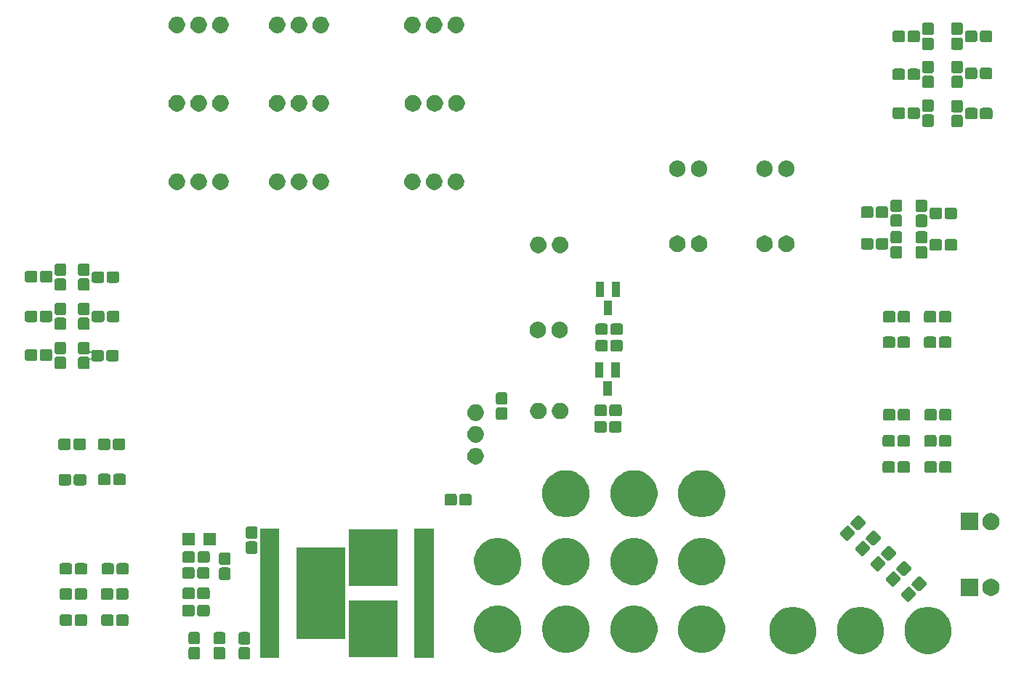
<source format=gbr>
G04 #@! TF.GenerationSoftware,KiCad,Pcbnew,(5.1.5)-2*
G04 #@! TF.CreationDate,2020-02-26T09:46:14-06:00*
G04 #@! TF.ProjectId,ArmBoard_Hardware,41726d42-6f61-4726-945f-486172647761,rev?*
G04 #@! TF.SameCoordinates,Original*
G04 #@! TF.FileFunction,Soldermask,Top*
G04 #@! TF.FilePolarity,Negative*
%FSLAX46Y46*%
G04 Gerber Fmt 4.6, Leading zero omitted, Abs format (unit mm)*
G04 Created by KiCad (PCBNEW (5.1.5)-2) date 2020-02-26 09:46:14*
%MOMM*%
%LPD*%
G04 APERTURE LIST*
%ADD10C,0.100000*%
G04 APERTURE END LIST*
D10*
G36*
X71573530Y-131487877D02*
G01*
X71625010Y-131503493D01*
X71672445Y-131528848D01*
X71714027Y-131562973D01*
X71748152Y-131604555D01*
X71773507Y-131651990D01*
X71789123Y-131703470D01*
X71795000Y-131763140D01*
X71795000Y-132650860D01*
X71789123Y-132710530D01*
X71773507Y-132762010D01*
X71748152Y-132809445D01*
X71714027Y-132851027D01*
X71672445Y-132885152D01*
X71625010Y-132910507D01*
X71573530Y-132926123D01*
X71513860Y-132932000D01*
X70726140Y-132932000D01*
X70666470Y-132926123D01*
X70614990Y-132910507D01*
X70567555Y-132885152D01*
X70525973Y-132851027D01*
X70491848Y-132809445D01*
X70466493Y-132762010D01*
X70450877Y-132710530D01*
X70445000Y-132650860D01*
X70445000Y-131763140D01*
X70450877Y-131703470D01*
X70466493Y-131651990D01*
X70491848Y-131604555D01*
X70525973Y-131562973D01*
X70567555Y-131528848D01*
X70614990Y-131503493D01*
X70666470Y-131487877D01*
X70726140Y-131482000D01*
X71513860Y-131482000D01*
X71573530Y-131487877D01*
G37*
G36*
X68652530Y-131473877D02*
G01*
X68704010Y-131489493D01*
X68751445Y-131514848D01*
X68793027Y-131548973D01*
X68827152Y-131590555D01*
X68852507Y-131637990D01*
X68868123Y-131689470D01*
X68874000Y-131749140D01*
X68874000Y-132636860D01*
X68868123Y-132696530D01*
X68852507Y-132748010D01*
X68827152Y-132795445D01*
X68793027Y-132837027D01*
X68751445Y-132871152D01*
X68704010Y-132896507D01*
X68652530Y-132912123D01*
X68592860Y-132918000D01*
X67805140Y-132918000D01*
X67745470Y-132912123D01*
X67693990Y-132896507D01*
X67646555Y-132871152D01*
X67604973Y-132837027D01*
X67570848Y-132795445D01*
X67545493Y-132748010D01*
X67529877Y-132696530D01*
X67524000Y-132636860D01*
X67524000Y-131749140D01*
X67529877Y-131689470D01*
X67545493Y-131637990D01*
X67570848Y-131590555D01*
X67604973Y-131548973D01*
X67646555Y-131514848D01*
X67693990Y-131489493D01*
X67745470Y-131473877D01*
X67805140Y-131468000D01*
X68592860Y-131468000D01*
X68652530Y-131473877D01*
G37*
G36*
X65731530Y-131473877D02*
G01*
X65783010Y-131489493D01*
X65830445Y-131514848D01*
X65872027Y-131548973D01*
X65906152Y-131590555D01*
X65931507Y-131637990D01*
X65947123Y-131689470D01*
X65953000Y-131749140D01*
X65953000Y-132636860D01*
X65947123Y-132696530D01*
X65931507Y-132748010D01*
X65906152Y-132795445D01*
X65872027Y-132837027D01*
X65830445Y-132871152D01*
X65783010Y-132896507D01*
X65731530Y-132912123D01*
X65671860Y-132918000D01*
X64884140Y-132918000D01*
X64824470Y-132912123D01*
X64772990Y-132896507D01*
X64725555Y-132871152D01*
X64683973Y-132837027D01*
X64649848Y-132795445D01*
X64624493Y-132748010D01*
X64608877Y-132696530D01*
X64603000Y-132636860D01*
X64603000Y-131749140D01*
X64608877Y-131689470D01*
X64624493Y-131637990D01*
X64649848Y-131590555D01*
X64683973Y-131548973D01*
X64725555Y-131514848D01*
X64772990Y-131489493D01*
X64824470Y-131473877D01*
X64884140Y-131468000D01*
X65671860Y-131468000D01*
X65731530Y-131473877D01*
G37*
G36*
X75180800Y-132739501D02*
G01*
X72926600Y-132739501D01*
X72926600Y-117704501D01*
X75180800Y-117704501D01*
X75180800Y-132739501D01*
G37*
G36*
X93189400Y-132739499D02*
G01*
X90935200Y-132739499D01*
X90935200Y-117704499D01*
X93189400Y-117704499D01*
X93189400Y-132739499D01*
G37*
G36*
X88934900Y-132699100D02*
G01*
X83277100Y-132699100D01*
X83277100Y-126076100D01*
X88934900Y-126076100D01*
X88934900Y-132699100D01*
G37*
G36*
X135623775Y-126870197D02*
G01*
X135800229Y-126905296D01*
X136298877Y-127111843D01*
X136747648Y-127411703D01*
X137129297Y-127793352D01*
X137429157Y-128242123D01*
X137635704Y-128740771D01*
X137664581Y-128885945D01*
X137741000Y-129270132D01*
X137741000Y-129809868D01*
X137702453Y-130003657D01*
X137635704Y-130339229D01*
X137429157Y-130837877D01*
X137129297Y-131286648D01*
X136747648Y-131668297D01*
X136298877Y-131968157D01*
X135800229Y-132174704D01*
X135623775Y-132209803D01*
X135270868Y-132280000D01*
X134731132Y-132280000D01*
X134378225Y-132209803D01*
X134201771Y-132174704D01*
X133703123Y-131968157D01*
X133254352Y-131668297D01*
X132872703Y-131286648D01*
X132572843Y-130837877D01*
X132366296Y-130339229D01*
X132299547Y-130003657D01*
X132261000Y-129809868D01*
X132261000Y-129270132D01*
X132337419Y-128885945D01*
X132366296Y-128740771D01*
X132572843Y-128242123D01*
X132872703Y-127793352D01*
X133254352Y-127411703D01*
X133703123Y-127111843D01*
X134201771Y-126905296D01*
X134378225Y-126870197D01*
X134731132Y-126800000D01*
X135270868Y-126800000D01*
X135623775Y-126870197D01*
G37*
G36*
X143497775Y-126870197D02*
G01*
X143674229Y-126905296D01*
X144172877Y-127111843D01*
X144621648Y-127411703D01*
X145003297Y-127793352D01*
X145303157Y-128242123D01*
X145509704Y-128740771D01*
X145538581Y-128885945D01*
X145615000Y-129270132D01*
X145615000Y-129809868D01*
X145576453Y-130003657D01*
X145509704Y-130339229D01*
X145303157Y-130837877D01*
X145003297Y-131286648D01*
X144621648Y-131668297D01*
X144172877Y-131968157D01*
X143674229Y-132174704D01*
X143497775Y-132209803D01*
X143144868Y-132280000D01*
X142605132Y-132280000D01*
X142252225Y-132209803D01*
X142075771Y-132174704D01*
X141577123Y-131968157D01*
X141128352Y-131668297D01*
X140746703Y-131286648D01*
X140446843Y-130837877D01*
X140240296Y-130339229D01*
X140173547Y-130003657D01*
X140135000Y-129809868D01*
X140135000Y-129270132D01*
X140211419Y-128885945D01*
X140240296Y-128740771D01*
X140446843Y-128242123D01*
X140746703Y-127793352D01*
X141128352Y-127411703D01*
X141577123Y-127111843D01*
X142075771Y-126905296D01*
X142252225Y-126870197D01*
X142605132Y-126800000D01*
X143144868Y-126800000D01*
X143497775Y-126870197D01*
G37*
G36*
X151371775Y-126870197D02*
G01*
X151548229Y-126905296D01*
X152046877Y-127111843D01*
X152495648Y-127411703D01*
X152877297Y-127793352D01*
X153177157Y-128242123D01*
X153383704Y-128740771D01*
X153412581Y-128885945D01*
X153489000Y-129270132D01*
X153489000Y-129809868D01*
X153450453Y-130003657D01*
X153383704Y-130339229D01*
X153177157Y-130837877D01*
X152877297Y-131286648D01*
X152495648Y-131668297D01*
X152046877Y-131968157D01*
X151548229Y-132174704D01*
X151371775Y-132209803D01*
X151018868Y-132280000D01*
X150479132Y-132280000D01*
X150126225Y-132209803D01*
X149949771Y-132174704D01*
X149451123Y-131968157D01*
X149002352Y-131668297D01*
X148620703Y-131286648D01*
X148320843Y-130837877D01*
X148114296Y-130339229D01*
X148047547Y-130003657D01*
X148009000Y-129809868D01*
X148009000Y-129270132D01*
X148085419Y-128885945D01*
X148114296Y-128740771D01*
X148320843Y-128242123D01*
X148620703Y-127793352D01*
X149002352Y-127411703D01*
X149451123Y-127111843D01*
X149949771Y-126905296D01*
X150126225Y-126870197D01*
X150479132Y-126800000D01*
X151018868Y-126800000D01*
X151371775Y-126870197D01*
G37*
G36*
X124960057Y-126723590D02*
G01*
X125169729Y-126765296D01*
X125668377Y-126971843D01*
X126117148Y-127271703D01*
X126498797Y-127653352D01*
X126798657Y-128102123D01*
X127005204Y-128600771D01*
X127033052Y-128740772D01*
X127110500Y-129130132D01*
X127110500Y-129669868D01*
X127071090Y-129867995D01*
X127005204Y-130199229D01*
X126798657Y-130697877D01*
X126498797Y-131146648D01*
X126117148Y-131528297D01*
X125668377Y-131828157D01*
X125169729Y-132034704D01*
X124993275Y-132069803D01*
X124640368Y-132140000D01*
X124100632Y-132140000D01*
X123747725Y-132069803D01*
X123571271Y-132034704D01*
X123072623Y-131828157D01*
X122623852Y-131528297D01*
X122242203Y-131146648D01*
X121942343Y-130697877D01*
X121735796Y-130199229D01*
X121669910Y-129867995D01*
X121630500Y-129669868D01*
X121630500Y-129130132D01*
X121707948Y-128740772D01*
X121735796Y-128600771D01*
X121942343Y-128102123D01*
X122242203Y-127653352D01*
X122623852Y-127271703D01*
X123072623Y-126971843D01*
X123571271Y-126765296D01*
X123780943Y-126723590D01*
X124100632Y-126660000D01*
X124640368Y-126660000D01*
X124960057Y-126723590D01*
G37*
G36*
X101211057Y-126723590D02*
G01*
X101420729Y-126765296D01*
X101919377Y-126971843D01*
X102368148Y-127271703D01*
X102749797Y-127653352D01*
X103049657Y-128102123D01*
X103256204Y-128600771D01*
X103284052Y-128740772D01*
X103361500Y-129130132D01*
X103361500Y-129669868D01*
X103322090Y-129867995D01*
X103256204Y-130199229D01*
X103049657Y-130697877D01*
X102749797Y-131146648D01*
X102368148Y-131528297D01*
X101919377Y-131828157D01*
X101420729Y-132034704D01*
X101244275Y-132069803D01*
X100891368Y-132140000D01*
X100351632Y-132140000D01*
X99998725Y-132069803D01*
X99822271Y-132034704D01*
X99323623Y-131828157D01*
X98874852Y-131528297D01*
X98493203Y-131146648D01*
X98193343Y-130697877D01*
X97986796Y-130199229D01*
X97920910Y-129867995D01*
X97881500Y-129669868D01*
X97881500Y-129130132D01*
X97958948Y-128740772D01*
X97986796Y-128600771D01*
X98193343Y-128102123D01*
X98493203Y-127653352D01*
X98874852Y-127271703D01*
X99323623Y-126971843D01*
X99822271Y-126765296D01*
X100031943Y-126723590D01*
X100351632Y-126660000D01*
X100891368Y-126660000D01*
X101211057Y-126723590D01*
G37*
G36*
X109148557Y-126723590D02*
G01*
X109358229Y-126765296D01*
X109856877Y-126971843D01*
X110305648Y-127271703D01*
X110687297Y-127653352D01*
X110987157Y-128102123D01*
X111193704Y-128600771D01*
X111221552Y-128740772D01*
X111299000Y-129130132D01*
X111299000Y-129669868D01*
X111259590Y-129867995D01*
X111193704Y-130199229D01*
X110987157Y-130697877D01*
X110687297Y-131146648D01*
X110305648Y-131528297D01*
X109856877Y-131828157D01*
X109358229Y-132034704D01*
X109181775Y-132069803D01*
X108828868Y-132140000D01*
X108289132Y-132140000D01*
X107936225Y-132069803D01*
X107759771Y-132034704D01*
X107261123Y-131828157D01*
X106812352Y-131528297D01*
X106430703Y-131146648D01*
X106130843Y-130697877D01*
X105924296Y-130199229D01*
X105858410Y-129867995D01*
X105819000Y-129669868D01*
X105819000Y-129130132D01*
X105896448Y-128740772D01*
X105924296Y-128600771D01*
X106130843Y-128102123D01*
X106430703Y-127653352D01*
X106812352Y-127271703D01*
X107261123Y-126971843D01*
X107759771Y-126765296D01*
X107969443Y-126723590D01*
X108289132Y-126660000D01*
X108828868Y-126660000D01*
X109148557Y-126723590D01*
G37*
G36*
X117086057Y-126723590D02*
G01*
X117295729Y-126765296D01*
X117794377Y-126971843D01*
X118243148Y-127271703D01*
X118624797Y-127653352D01*
X118924657Y-128102123D01*
X119131204Y-128600771D01*
X119159052Y-128740772D01*
X119236500Y-129130132D01*
X119236500Y-129669868D01*
X119197090Y-129867995D01*
X119131204Y-130199229D01*
X118924657Y-130697877D01*
X118624797Y-131146648D01*
X118243148Y-131528297D01*
X117794377Y-131828157D01*
X117295729Y-132034704D01*
X117119275Y-132069803D01*
X116766368Y-132140000D01*
X116226632Y-132140000D01*
X115873725Y-132069803D01*
X115697271Y-132034704D01*
X115198623Y-131828157D01*
X114749852Y-131528297D01*
X114368203Y-131146648D01*
X114068343Y-130697877D01*
X113861796Y-130199229D01*
X113795910Y-129867995D01*
X113756500Y-129669868D01*
X113756500Y-129130132D01*
X113833948Y-128740772D01*
X113861796Y-128600771D01*
X114068343Y-128102123D01*
X114368203Y-127653352D01*
X114749852Y-127271703D01*
X115198623Y-126971843D01*
X115697271Y-126765296D01*
X115906943Y-126723590D01*
X116226632Y-126660000D01*
X116766368Y-126660000D01*
X117086057Y-126723590D01*
G37*
G36*
X71573530Y-129737877D02*
G01*
X71625010Y-129753493D01*
X71672445Y-129778848D01*
X71714027Y-129812973D01*
X71748152Y-129854555D01*
X71773507Y-129901990D01*
X71789123Y-129953470D01*
X71795000Y-130013140D01*
X71795000Y-130900860D01*
X71789123Y-130960530D01*
X71773507Y-131012010D01*
X71748152Y-131059445D01*
X71714027Y-131101027D01*
X71672445Y-131135152D01*
X71625010Y-131160507D01*
X71573530Y-131176123D01*
X71513860Y-131182000D01*
X70726140Y-131182000D01*
X70666470Y-131176123D01*
X70614990Y-131160507D01*
X70567555Y-131135152D01*
X70525973Y-131101027D01*
X70491848Y-131059445D01*
X70466493Y-131012010D01*
X70450877Y-130960530D01*
X70445000Y-130900860D01*
X70445000Y-130013140D01*
X70450877Y-129953470D01*
X70466493Y-129901990D01*
X70491848Y-129854555D01*
X70525973Y-129812973D01*
X70567555Y-129778848D01*
X70614990Y-129753493D01*
X70666470Y-129737877D01*
X70726140Y-129732000D01*
X71513860Y-129732000D01*
X71573530Y-129737877D01*
G37*
G36*
X68652530Y-129723877D02*
G01*
X68704010Y-129739493D01*
X68751445Y-129764848D01*
X68793027Y-129798973D01*
X68827152Y-129840555D01*
X68852507Y-129887990D01*
X68868123Y-129939470D01*
X68874000Y-129999140D01*
X68874000Y-130886860D01*
X68868123Y-130946530D01*
X68852507Y-130998010D01*
X68827152Y-131045445D01*
X68793027Y-131087027D01*
X68751445Y-131121152D01*
X68704010Y-131146507D01*
X68652530Y-131162123D01*
X68592860Y-131168000D01*
X67805140Y-131168000D01*
X67745470Y-131162123D01*
X67693990Y-131146507D01*
X67646555Y-131121152D01*
X67604973Y-131087027D01*
X67570848Y-131045445D01*
X67545493Y-130998010D01*
X67529877Y-130946530D01*
X67524000Y-130886860D01*
X67524000Y-129999140D01*
X67529877Y-129939470D01*
X67545493Y-129887990D01*
X67570848Y-129840555D01*
X67604973Y-129798973D01*
X67646555Y-129764848D01*
X67693990Y-129739493D01*
X67745470Y-129723877D01*
X67805140Y-129718000D01*
X68592860Y-129718000D01*
X68652530Y-129723877D01*
G37*
G36*
X65731530Y-129723877D02*
G01*
X65783010Y-129739493D01*
X65830445Y-129764848D01*
X65872027Y-129798973D01*
X65906152Y-129840555D01*
X65931507Y-129887990D01*
X65947123Y-129939470D01*
X65953000Y-129999140D01*
X65953000Y-130886860D01*
X65947123Y-130946530D01*
X65931507Y-130998010D01*
X65906152Y-131045445D01*
X65872027Y-131087027D01*
X65830445Y-131121152D01*
X65783010Y-131146507D01*
X65731530Y-131162123D01*
X65671860Y-131168000D01*
X64884140Y-131168000D01*
X64824470Y-131162123D01*
X64772990Y-131146507D01*
X64725555Y-131121152D01*
X64683973Y-131087027D01*
X64649848Y-131045445D01*
X64624493Y-130998010D01*
X64608877Y-130946530D01*
X64603000Y-130886860D01*
X64603000Y-129999140D01*
X64608877Y-129939470D01*
X64624493Y-129887990D01*
X64649848Y-129840555D01*
X64683973Y-129798973D01*
X64725555Y-129764848D01*
X64772990Y-129739493D01*
X64824470Y-129723877D01*
X64884140Y-129718000D01*
X65671860Y-129718000D01*
X65731530Y-129723877D01*
G37*
G36*
X82838900Y-130578200D02*
G01*
X77181100Y-130578200D01*
X77181100Y-119865800D01*
X82838900Y-119865800D01*
X82838900Y-130578200D01*
G37*
G36*
X50823530Y-127664377D02*
G01*
X50875010Y-127679993D01*
X50922445Y-127705348D01*
X50964027Y-127739473D01*
X50998152Y-127781055D01*
X51023507Y-127828490D01*
X51039123Y-127879970D01*
X51045000Y-127939640D01*
X51045000Y-128727360D01*
X51039123Y-128787030D01*
X51023507Y-128838510D01*
X50998152Y-128885945D01*
X50964027Y-128927527D01*
X50922445Y-128961652D01*
X50875010Y-128987007D01*
X50823530Y-129002623D01*
X50763860Y-129008500D01*
X49876140Y-129008500D01*
X49816470Y-129002623D01*
X49764990Y-128987007D01*
X49717555Y-128961652D01*
X49675973Y-128927527D01*
X49641848Y-128885945D01*
X49616493Y-128838510D01*
X49600877Y-128787030D01*
X49595000Y-128727360D01*
X49595000Y-127939640D01*
X49600877Y-127879970D01*
X49616493Y-127828490D01*
X49641848Y-127781055D01*
X49675973Y-127739473D01*
X49717555Y-127705348D01*
X49764990Y-127679993D01*
X49816470Y-127664377D01*
X49876140Y-127658500D01*
X50763860Y-127658500D01*
X50823530Y-127664377D01*
G37*
G36*
X55649530Y-127664377D02*
G01*
X55701010Y-127679993D01*
X55748445Y-127705348D01*
X55790027Y-127739473D01*
X55824152Y-127781055D01*
X55849507Y-127828490D01*
X55865123Y-127879970D01*
X55871000Y-127939640D01*
X55871000Y-128727360D01*
X55865123Y-128787030D01*
X55849507Y-128838510D01*
X55824152Y-128885945D01*
X55790027Y-128927527D01*
X55748445Y-128961652D01*
X55701010Y-128987007D01*
X55649530Y-129002623D01*
X55589860Y-129008500D01*
X54702140Y-129008500D01*
X54642470Y-129002623D01*
X54590990Y-128987007D01*
X54543555Y-128961652D01*
X54501973Y-128927527D01*
X54467848Y-128885945D01*
X54442493Y-128838510D01*
X54426877Y-128787030D01*
X54421000Y-128727360D01*
X54421000Y-127939640D01*
X54426877Y-127879970D01*
X54442493Y-127828490D01*
X54467848Y-127781055D01*
X54501973Y-127739473D01*
X54543555Y-127705348D01*
X54590990Y-127679993D01*
X54642470Y-127664377D01*
X54702140Y-127658500D01*
X55589860Y-127658500D01*
X55649530Y-127664377D01*
G37*
G36*
X57399530Y-127664377D02*
G01*
X57451010Y-127679993D01*
X57498445Y-127705348D01*
X57540027Y-127739473D01*
X57574152Y-127781055D01*
X57599507Y-127828490D01*
X57615123Y-127879970D01*
X57621000Y-127939640D01*
X57621000Y-128727360D01*
X57615123Y-128787030D01*
X57599507Y-128838510D01*
X57574152Y-128885945D01*
X57540027Y-128927527D01*
X57498445Y-128961652D01*
X57451010Y-128987007D01*
X57399530Y-129002623D01*
X57339860Y-129008500D01*
X56452140Y-129008500D01*
X56392470Y-129002623D01*
X56340990Y-128987007D01*
X56293555Y-128961652D01*
X56251973Y-128927527D01*
X56217848Y-128885945D01*
X56192493Y-128838510D01*
X56176877Y-128787030D01*
X56171000Y-128727360D01*
X56171000Y-127939640D01*
X56176877Y-127879970D01*
X56192493Y-127828490D01*
X56217848Y-127781055D01*
X56251973Y-127739473D01*
X56293555Y-127705348D01*
X56340990Y-127679993D01*
X56392470Y-127664377D01*
X56452140Y-127658500D01*
X57339860Y-127658500D01*
X57399530Y-127664377D01*
G37*
G36*
X52573530Y-127664377D02*
G01*
X52625010Y-127679993D01*
X52672445Y-127705348D01*
X52714027Y-127739473D01*
X52748152Y-127781055D01*
X52773507Y-127828490D01*
X52789123Y-127879970D01*
X52795000Y-127939640D01*
X52795000Y-128727360D01*
X52789123Y-128787030D01*
X52773507Y-128838510D01*
X52748152Y-128885945D01*
X52714027Y-128927527D01*
X52672445Y-128961652D01*
X52625010Y-128987007D01*
X52573530Y-129002623D01*
X52513860Y-129008500D01*
X51626140Y-129008500D01*
X51566470Y-129002623D01*
X51514990Y-128987007D01*
X51467555Y-128961652D01*
X51425973Y-128927527D01*
X51391848Y-128885945D01*
X51366493Y-128838510D01*
X51350877Y-128787030D01*
X51345000Y-128727360D01*
X51345000Y-127939640D01*
X51350877Y-127879970D01*
X51366493Y-127828490D01*
X51391848Y-127781055D01*
X51425973Y-127739473D01*
X51467555Y-127705348D01*
X51514990Y-127679993D01*
X51566470Y-127664377D01*
X51626140Y-127658500D01*
X52513860Y-127658500D01*
X52573530Y-127664377D01*
G37*
G36*
X65097030Y-126559477D02*
G01*
X65148510Y-126575093D01*
X65195945Y-126600448D01*
X65237527Y-126634573D01*
X65271652Y-126676155D01*
X65297007Y-126723590D01*
X65312623Y-126775070D01*
X65318500Y-126834740D01*
X65318500Y-127622460D01*
X65312623Y-127682130D01*
X65297007Y-127733610D01*
X65271652Y-127781045D01*
X65237527Y-127822627D01*
X65195945Y-127856752D01*
X65148510Y-127882107D01*
X65097030Y-127897723D01*
X65037360Y-127903600D01*
X64149640Y-127903600D01*
X64089970Y-127897723D01*
X64038490Y-127882107D01*
X63991055Y-127856752D01*
X63949473Y-127822627D01*
X63915348Y-127781045D01*
X63889993Y-127733610D01*
X63874377Y-127682130D01*
X63868500Y-127622460D01*
X63868500Y-126834740D01*
X63874377Y-126775070D01*
X63889993Y-126723590D01*
X63915348Y-126676155D01*
X63949473Y-126634573D01*
X63991055Y-126600448D01*
X64038490Y-126575093D01*
X64089970Y-126559477D01*
X64149640Y-126553600D01*
X65037360Y-126553600D01*
X65097030Y-126559477D01*
G37*
G36*
X66847030Y-126559477D02*
G01*
X66898510Y-126575093D01*
X66945945Y-126600448D01*
X66987527Y-126634573D01*
X67021652Y-126676155D01*
X67047007Y-126723590D01*
X67062623Y-126775070D01*
X67068500Y-126834740D01*
X67068500Y-127622460D01*
X67062623Y-127682130D01*
X67047007Y-127733610D01*
X67021652Y-127781045D01*
X66987527Y-127822627D01*
X66945945Y-127856752D01*
X66898510Y-127882107D01*
X66847030Y-127897723D01*
X66787360Y-127903600D01*
X65899640Y-127903600D01*
X65839970Y-127897723D01*
X65788490Y-127882107D01*
X65741055Y-127856752D01*
X65699473Y-127822627D01*
X65665348Y-127781045D01*
X65639993Y-127733610D01*
X65624377Y-127682130D01*
X65618500Y-127622460D01*
X65618500Y-126834740D01*
X65624377Y-126775070D01*
X65639993Y-126723590D01*
X65665348Y-126676155D01*
X65699473Y-126634573D01*
X65741055Y-126600448D01*
X65788490Y-126575093D01*
X65839970Y-126559477D01*
X65899640Y-126553600D01*
X66787360Y-126553600D01*
X66847030Y-126559477D01*
G37*
G36*
X148568167Y-124462554D02*
G01*
X148619647Y-124478170D01*
X148667082Y-124503525D01*
X148713429Y-124541561D01*
X148753280Y-124581412D01*
X148753286Y-124581417D01*
X149230583Y-125058714D01*
X149230588Y-125058720D01*
X149270439Y-125098571D01*
X149308475Y-125144918D01*
X149333830Y-125192353D01*
X149349446Y-125243833D01*
X149354718Y-125297363D01*
X149349446Y-125350893D01*
X149333830Y-125402373D01*
X149308475Y-125449808D01*
X149270439Y-125496155D01*
X149230588Y-125536006D01*
X149230583Y-125536012D01*
X148682576Y-126084019D01*
X148682570Y-126084024D01*
X148642719Y-126123875D01*
X148596372Y-126161911D01*
X148548937Y-126187266D01*
X148497457Y-126202882D01*
X148443927Y-126208154D01*
X148390397Y-126202882D01*
X148338917Y-126187266D01*
X148291482Y-126161911D01*
X148245135Y-126123875D01*
X148205284Y-126084024D01*
X148205278Y-126084019D01*
X147727981Y-125606722D01*
X147727976Y-125606716D01*
X147688125Y-125566865D01*
X147650089Y-125520518D01*
X147624734Y-125473083D01*
X147609118Y-125421603D01*
X147603846Y-125368073D01*
X147609118Y-125314543D01*
X147624734Y-125263063D01*
X147650089Y-125215628D01*
X147688125Y-125169281D01*
X147727976Y-125129430D01*
X147727981Y-125129424D01*
X148275988Y-124581417D01*
X148275994Y-124581412D01*
X148315845Y-124541561D01*
X148362192Y-124503525D01*
X148409627Y-124478170D01*
X148461107Y-124462554D01*
X148514637Y-124457282D01*
X148568167Y-124462554D01*
G37*
G36*
X50809530Y-124616377D02*
G01*
X50861010Y-124631993D01*
X50908445Y-124657348D01*
X50950027Y-124691473D01*
X50984152Y-124733055D01*
X51009507Y-124780490D01*
X51025123Y-124831970D01*
X51031000Y-124891640D01*
X51031000Y-125679360D01*
X51025123Y-125739030D01*
X51009507Y-125790510D01*
X50984152Y-125837945D01*
X50950027Y-125879527D01*
X50908445Y-125913652D01*
X50861010Y-125939007D01*
X50809530Y-125954623D01*
X50749860Y-125960500D01*
X49862140Y-125960500D01*
X49802470Y-125954623D01*
X49750990Y-125939007D01*
X49703555Y-125913652D01*
X49661973Y-125879527D01*
X49627848Y-125837945D01*
X49602493Y-125790510D01*
X49586877Y-125739030D01*
X49581000Y-125679360D01*
X49581000Y-124891640D01*
X49586877Y-124831970D01*
X49602493Y-124780490D01*
X49627848Y-124733055D01*
X49661973Y-124691473D01*
X49703555Y-124657348D01*
X49750990Y-124631993D01*
X49802470Y-124616377D01*
X49862140Y-124610500D01*
X50749860Y-124610500D01*
X50809530Y-124616377D01*
G37*
G36*
X52559530Y-124616377D02*
G01*
X52611010Y-124631993D01*
X52658445Y-124657348D01*
X52700027Y-124691473D01*
X52734152Y-124733055D01*
X52759507Y-124780490D01*
X52775123Y-124831970D01*
X52781000Y-124891640D01*
X52781000Y-125679360D01*
X52775123Y-125739030D01*
X52759507Y-125790510D01*
X52734152Y-125837945D01*
X52700027Y-125879527D01*
X52658445Y-125913652D01*
X52611010Y-125939007D01*
X52559530Y-125954623D01*
X52499860Y-125960500D01*
X51612140Y-125960500D01*
X51552470Y-125954623D01*
X51500990Y-125939007D01*
X51453555Y-125913652D01*
X51411973Y-125879527D01*
X51377848Y-125837945D01*
X51352493Y-125790510D01*
X51336877Y-125739030D01*
X51331000Y-125679360D01*
X51331000Y-124891640D01*
X51336877Y-124831970D01*
X51352493Y-124780490D01*
X51377848Y-124733055D01*
X51411973Y-124691473D01*
X51453555Y-124657348D01*
X51500990Y-124631993D01*
X51552470Y-124616377D01*
X51612140Y-124610500D01*
X52499860Y-124610500D01*
X52559530Y-124616377D01*
G37*
G36*
X57371530Y-124616377D02*
G01*
X57423010Y-124631993D01*
X57470445Y-124657348D01*
X57512027Y-124691473D01*
X57546152Y-124733055D01*
X57571507Y-124780490D01*
X57587123Y-124831970D01*
X57593000Y-124891640D01*
X57593000Y-125679360D01*
X57587123Y-125739030D01*
X57571507Y-125790510D01*
X57546152Y-125837945D01*
X57512027Y-125879527D01*
X57470445Y-125913652D01*
X57423010Y-125939007D01*
X57371530Y-125954623D01*
X57311860Y-125960500D01*
X56424140Y-125960500D01*
X56364470Y-125954623D01*
X56312990Y-125939007D01*
X56265555Y-125913652D01*
X56223973Y-125879527D01*
X56189848Y-125837945D01*
X56164493Y-125790510D01*
X56148877Y-125739030D01*
X56143000Y-125679360D01*
X56143000Y-124891640D01*
X56148877Y-124831970D01*
X56164493Y-124780490D01*
X56189848Y-124733055D01*
X56223973Y-124691473D01*
X56265555Y-124657348D01*
X56312990Y-124631993D01*
X56364470Y-124616377D01*
X56424140Y-124610500D01*
X57311860Y-124610500D01*
X57371530Y-124616377D01*
G37*
G36*
X55621530Y-124616377D02*
G01*
X55673010Y-124631993D01*
X55720445Y-124657348D01*
X55762027Y-124691473D01*
X55796152Y-124733055D01*
X55821507Y-124780490D01*
X55837123Y-124831970D01*
X55843000Y-124891640D01*
X55843000Y-125679360D01*
X55837123Y-125739030D01*
X55821507Y-125790510D01*
X55796152Y-125837945D01*
X55762027Y-125879527D01*
X55720445Y-125913652D01*
X55673010Y-125939007D01*
X55621530Y-125954623D01*
X55561860Y-125960500D01*
X54674140Y-125960500D01*
X54614470Y-125954623D01*
X54562990Y-125939007D01*
X54515555Y-125913652D01*
X54473973Y-125879527D01*
X54439848Y-125837945D01*
X54414493Y-125790510D01*
X54398877Y-125739030D01*
X54393000Y-125679360D01*
X54393000Y-124891640D01*
X54398877Y-124831970D01*
X54414493Y-124780490D01*
X54439848Y-124733055D01*
X54473973Y-124691473D01*
X54515555Y-124657348D01*
X54562990Y-124631993D01*
X54614470Y-124616377D01*
X54674140Y-124610500D01*
X55561860Y-124610500D01*
X55621530Y-124616377D01*
G37*
G36*
X65097030Y-124552877D02*
G01*
X65148510Y-124568493D01*
X65195945Y-124593848D01*
X65237527Y-124627973D01*
X65271652Y-124669555D01*
X65297007Y-124716990D01*
X65312623Y-124768470D01*
X65318500Y-124828140D01*
X65318500Y-125615860D01*
X65312623Y-125675530D01*
X65297007Y-125727010D01*
X65271652Y-125774445D01*
X65237527Y-125816027D01*
X65195945Y-125850152D01*
X65148510Y-125875507D01*
X65097030Y-125891123D01*
X65037360Y-125897000D01*
X64149640Y-125897000D01*
X64089970Y-125891123D01*
X64038490Y-125875507D01*
X63991055Y-125850152D01*
X63949473Y-125816027D01*
X63915348Y-125774445D01*
X63889993Y-125727010D01*
X63874377Y-125675530D01*
X63868500Y-125615860D01*
X63868500Y-124828140D01*
X63874377Y-124768470D01*
X63889993Y-124716990D01*
X63915348Y-124669555D01*
X63949473Y-124627973D01*
X63991055Y-124593848D01*
X64038490Y-124568493D01*
X64089970Y-124552877D01*
X64149640Y-124547000D01*
X65037360Y-124547000D01*
X65097030Y-124552877D01*
G37*
G36*
X66847030Y-124552877D02*
G01*
X66898510Y-124568493D01*
X66945945Y-124593848D01*
X66987527Y-124627973D01*
X67021652Y-124669555D01*
X67047007Y-124716990D01*
X67062623Y-124768470D01*
X67068500Y-124828140D01*
X67068500Y-125615860D01*
X67062623Y-125675530D01*
X67047007Y-125727010D01*
X67021652Y-125774445D01*
X66987527Y-125816027D01*
X66945945Y-125850152D01*
X66898510Y-125875507D01*
X66847030Y-125891123D01*
X66787360Y-125897000D01*
X65899640Y-125897000D01*
X65839970Y-125891123D01*
X65788490Y-125875507D01*
X65741055Y-125850152D01*
X65699473Y-125816027D01*
X65665348Y-125774445D01*
X65639993Y-125727010D01*
X65624377Y-125675530D01*
X65618500Y-125615860D01*
X65618500Y-124828140D01*
X65624377Y-124768470D01*
X65639993Y-124716990D01*
X65665348Y-124669555D01*
X65699473Y-124627973D01*
X65741055Y-124593848D01*
X65788490Y-124568493D01*
X65839970Y-124552877D01*
X65899640Y-124547000D01*
X66787360Y-124547000D01*
X66847030Y-124552877D01*
G37*
G36*
X156575000Y-125523500D02*
G01*
X154575000Y-125523500D01*
X154575000Y-123523500D01*
X156575000Y-123523500D01*
X156575000Y-125523500D01*
G37*
G36*
X158297411Y-123548149D02*
G01*
X158366689Y-123561929D01*
X158548678Y-123637311D01*
X158712463Y-123746749D01*
X158851751Y-123886037D01*
X158961189Y-124049822D01*
X159021936Y-124196480D01*
X159036571Y-124231812D01*
X159075000Y-124425007D01*
X159075000Y-124621993D01*
X159049381Y-124750790D01*
X159036571Y-124815189D01*
X158961189Y-124997178D01*
X158851751Y-125160963D01*
X158712463Y-125300251D01*
X158548678Y-125409689D01*
X158366689Y-125485071D01*
X158310965Y-125496155D01*
X158173493Y-125523500D01*
X157976507Y-125523500D01*
X157839035Y-125496155D01*
X157783311Y-125485071D01*
X157601322Y-125409689D01*
X157437537Y-125300251D01*
X157298249Y-125160963D01*
X157188811Y-124997178D01*
X157113429Y-124815189D01*
X157100619Y-124750790D01*
X157075000Y-124621993D01*
X157075000Y-124425007D01*
X157113429Y-124231812D01*
X157128064Y-124196480D01*
X157188811Y-124049822D01*
X157298249Y-123886037D01*
X157437537Y-123746749D01*
X157601322Y-123637311D01*
X157783311Y-123561929D01*
X157852589Y-123548149D01*
X157976507Y-123523500D01*
X158173493Y-123523500D01*
X158297411Y-123548149D01*
G37*
G36*
X149805603Y-123225118D02*
G01*
X149857083Y-123240734D01*
X149904518Y-123266089D01*
X149950865Y-123304125D01*
X149990716Y-123343976D01*
X149990722Y-123343981D01*
X150468019Y-123821278D01*
X150468024Y-123821284D01*
X150507875Y-123861135D01*
X150545911Y-123907482D01*
X150571266Y-123954917D01*
X150586882Y-124006397D01*
X150592154Y-124059927D01*
X150586882Y-124113457D01*
X150571266Y-124164937D01*
X150545911Y-124212372D01*
X150507875Y-124258719D01*
X150468024Y-124298570D01*
X150468019Y-124298576D01*
X149920012Y-124846583D01*
X149920006Y-124846588D01*
X149880155Y-124886439D01*
X149833808Y-124924475D01*
X149786373Y-124949830D01*
X149734893Y-124965446D01*
X149681363Y-124970718D01*
X149627833Y-124965446D01*
X149576353Y-124949830D01*
X149528918Y-124924475D01*
X149482571Y-124886439D01*
X149442720Y-124846588D01*
X149442714Y-124846583D01*
X148965417Y-124369286D01*
X148965412Y-124369280D01*
X148925561Y-124329429D01*
X148887525Y-124283082D01*
X148862170Y-124235647D01*
X148846554Y-124184167D01*
X148841282Y-124130637D01*
X148846554Y-124077107D01*
X148862170Y-124025627D01*
X148887525Y-123978192D01*
X148925561Y-123931845D01*
X148965412Y-123891994D01*
X148965417Y-123891988D01*
X149513424Y-123343981D01*
X149513430Y-123343976D01*
X149553281Y-123304125D01*
X149599628Y-123266089D01*
X149647063Y-123240734D01*
X149698543Y-123225118D01*
X149752073Y-123219846D01*
X149805603Y-123225118D01*
G37*
G36*
X146790167Y-122684554D02*
G01*
X146841647Y-122700170D01*
X146889082Y-122725525D01*
X146935429Y-122763561D01*
X146975280Y-122803412D01*
X146975286Y-122803417D01*
X147452583Y-123280714D01*
X147452588Y-123280720D01*
X147492439Y-123320571D01*
X147530475Y-123366918D01*
X147555830Y-123414353D01*
X147571446Y-123465833D01*
X147576718Y-123519363D01*
X147571446Y-123572893D01*
X147555830Y-123624373D01*
X147530475Y-123671808D01*
X147492439Y-123718155D01*
X147452588Y-123758006D01*
X147452583Y-123758012D01*
X146904576Y-124306019D01*
X146904570Y-124306024D01*
X146864719Y-124345875D01*
X146818372Y-124383911D01*
X146770937Y-124409266D01*
X146719457Y-124424882D01*
X146665927Y-124430154D01*
X146612397Y-124424882D01*
X146560917Y-124409266D01*
X146513482Y-124383911D01*
X146467135Y-124345875D01*
X146427284Y-124306024D01*
X146427278Y-124306019D01*
X145949981Y-123828722D01*
X145949976Y-123828716D01*
X145910125Y-123788865D01*
X145872089Y-123742518D01*
X145846734Y-123695083D01*
X145831118Y-123643603D01*
X145825846Y-123590073D01*
X145831118Y-123536543D01*
X145846734Y-123485063D01*
X145872089Y-123437628D01*
X145910125Y-123391281D01*
X145949976Y-123351430D01*
X145949981Y-123351424D01*
X146497988Y-122803417D01*
X146497994Y-122803412D01*
X146537845Y-122763561D01*
X146584192Y-122725525D01*
X146631627Y-122700170D01*
X146683107Y-122684554D01*
X146736637Y-122679282D01*
X146790167Y-122684554D01*
G37*
G36*
X88934900Y-124367900D02*
G01*
X83277100Y-124367900D01*
X83277100Y-117744900D01*
X88934900Y-117744900D01*
X88934900Y-124367900D01*
G37*
G36*
X117105749Y-118827507D02*
G01*
X117295729Y-118865296D01*
X117498006Y-118949082D01*
X117730005Y-119045179D01*
X117794377Y-119071843D01*
X118243148Y-119371703D01*
X118624797Y-119753352D01*
X118924657Y-120202123D01*
X119131204Y-120700771D01*
X119159373Y-120842385D01*
X119236500Y-121230132D01*
X119236500Y-121769868D01*
X119218673Y-121859490D01*
X119131204Y-122299229D01*
X119010230Y-122591286D01*
X118941026Y-122758360D01*
X118924657Y-122797877D01*
X118624797Y-123246648D01*
X118243148Y-123628297D01*
X117794377Y-123928157D01*
X117794376Y-123928158D01*
X117794375Y-123928158D01*
X117729773Y-123954917D01*
X117295729Y-124134704D01*
X117143736Y-124164937D01*
X116766368Y-124240000D01*
X116226632Y-124240000D01*
X115849264Y-124164937D01*
X115697271Y-124134704D01*
X115263227Y-123954917D01*
X115198625Y-123928158D01*
X115198624Y-123928158D01*
X115198623Y-123928157D01*
X114749852Y-123628297D01*
X114368203Y-123246648D01*
X114068343Y-122797877D01*
X114051975Y-122758360D01*
X113982770Y-122591286D01*
X113861796Y-122299229D01*
X113774327Y-121859490D01*
X113756500Y-121769868D01*
X113756500Y-121230132D01*
X113833627Y-120842385D01*
X113861796Y-120700771D01*
X114068343Y-120202123D01*
X114368203Y-119753352D01*
X114749852Y-119371703D01*
X115198623Y-119071843D01*
X115262996Y-119045179D01*
X115494994Y-118949082D01*
X115697271Y-118865296D01*
X115887251Y-118827507D01*
X116226632Y-118760000D01*
X116766368Y-118760000D01*
X117105749Y-118827507D01*
G37*
G36*
X109168249Y-118827507D02*
G01*
X109358229Y-118865296D01*
X109560506Y-118949082D01*
X109792505Y-119045179D01*
X109856877Y-119071843D01*
X110305648Y-119371703D01*
X110687297Y-119753352D01*
X110987157Y-120202123D01*
X111193704Y-120700771D01*
X111221873Y-120842385D01*
X111299000Y-121230132D01*
X111299000Y-121769868D01*
X111281173Y-121859490D01*
X111193704Y-122299229D01*
X111072730Y-122591286D01*
X111003526Y-122758360D01*
X110987157Y-122797877D01*
X110687297Y-123246648D01*
X110305648Y-123628297D01*
X109856877Y-123928157D01*
X109856876Y-123928158D01*
X109856875Y-123928158D01*
X109792273Y-123954917D01*
X109358229Y-124134704D01*
X109206236Y-124164937D01*
X108828868Y-124240000D01*
X108289132Y-124240000D01*
X107911764Y-124164937D01*
X107759771Y-124134704D01*
X107325727Y-123954917D01*
X107261125Y-123928158D01*
X107261124Y-123928158D01*
X107261123Y-123928157D01*
X106812352Y-123628297D01*
X106430703Y-123246648D01*
X106130843Y-122797877D01*
X106114475Y-122758360D01*
X106045270Y-122591286D01*
X105924296Y-122299229D01*
X105836827Y-121859490D01*
X105819000Y-121769868D01*
X105819000Y-121230132D01*
X105896127Y-120842385D01*
X105924296Y-120700771D01*
X106130843Y-120202123D01*
X106430703Y-119753352D01*
X106812352Y-119371703D01*
X107261123Y-119071843D01*
X107325496Y-119045179D01*
X107557494Y-118949082D01*
X107759771Y-118865296D01*
X107949751Y-118827507D01*
X108289132Y-118760000D01*
X108828868Y-118760000D01*
X109168249Y-118827507D01*
G37*
G36*
X101230749Y-118827507D02*
G01*
X101420729Y-118865296D01*
X101623006Y-118949082D01*
X101855005Y-119045179D01*
X101919377Y-119071843D01*
X102368148Y-119371703D01*
X102749797Y-119753352D01*
X103049657Y-120202123D01*
X103256204Y-120700771D01*
X103284373Y-120842385D01*
X103361500Y-121230132D01*
X103361500Y-121769868D01*
X103343673Y-121859490D01*
X103256204Y-122299229D01*
X103135230Y-122591286D01*
X103066026Y-122758360D01*
X103049657Y-122797877D01*
X102749797Y-123246648D01*
X102368148Y-123628297D01*
X101919377Y-123928157D01*
X101919376Y-123928158D01*
X101919375Y-123928158D01*
X101854773Y-123954917D01*
X101420729Y-124134704D01*
X101268736Y-124164937D01*
X100891368Y-124240000D01*
X100351632Y-124240000D01*
X99974264Y-124164937D01*
X99822271Y-124134704D01*
X99388227Y-123954917D01*
X99323625Y-123928158D01*
X99323624Y-123928158D01*
X99323623Y-123928157D01*
X98874852Y-123628297D01*
X98493203Y-123246648D01*
X98193343Y-122797877D01*
X98176975Y-122758360D01*
X98107770Y-122591286D01*
X97986796Y-122299229D01*
X97899327Y-121859490D01*
X97881500Y-121769868D01*
X97881500Y-121230132D01*
X97958627Y-120842385D01*
X97986796Y-120700771D01*
X98193343Y-120202123D01*
X98493203Y-119753352D01*
X98874852Y-119371703D01*
X99323623Y-119071843D01*
X99387996Y-119045179D01*
X99619994Y-118949082D01*
X99822271Y-118865296D01*
X100012251Y-118827507D01*
X100351632Y-118760000D01*
X100891368Y-118760000D01*
X101230749Y-118827507D01*
G37*
G36*
X124979749Y-118827507D02*
G01*
X125169729Y-118865296D01*
X125372006Y-118949082D01*
X125604005Y-119045179D01*
X125668377Y-119071843D01*
X126117148Y-119371703D01*
X126498797Y-119753352D01*
X126798657Y-120202123D01*
X127005204Y-120700771D01*
X127033373Y-120842385D01*
X127110500Y-121230132D01*
X127110500Y-121769868D01*
X127092673Y-121859490D01*
X127005204Y-122299229D01*
X126884230Y-122591286D01*
X126815026Y-122758360D01*
X126798657Y-122797877D01*
X126498797Y-123246648D01*
X126117148Y-123628297D01*
X125668377Y-123928157D01*
X125668376Y-123928158D01*
X125668375Y-123928158D01*
X125603773Y-123954917D01*
X125169729Y-124134704D01*
X125017736Y-124164937D01*
X124640368Y-124240000D01*
X124100632Y-124240000D01*
X123723264Y-124164937D01*
X123571271Y-124134704D01*
X123137227Y-123954917D01*
X123072625Y-123928158D01*
X123072624Y-123928158D01*
X123072623Y-123928157D01*
X122623852Y-123628297D01*
X122242203Y-123246648D01*
X121942343Y-122797877D01*
X121925975Y-122758360D01*
X121856770Y-122591286D01*
X121735796Y-122299229D01*
X121648327Y-121859490D01*
X121630500Y-121769868D01*
X121630500Y-121230132D01*
X121707627Y-120842385D01*
X121735796Y-120700771D01*
X121942343Y-120202123D01*
X122242203Y-119753352D01*
X122623852Y-119371703D01*
X123072623Y-119071843D01*
X123136996Y-119045179D01*
X123368994Y-118949082D01*
X123571271Y-118865296D01*
X123761251Y-118827507D01*
X124100632Y-118760000D01*
X124640368Y-118760000D01*
X124979749Y-118827507D01*
G37*
G36*
X69287530Y-122202877D02*
G01*
X69339010Y-122218493D01*
X69386445Y-122243848D01*
X69428027Y-122277973D01*
X69462152Y-122319555D01*
X69487507Y-122366990D01*
X69503123Y-122418470D01*
X69509000Y-122478140D01*
X69509000Y-123365860D01*
X69503123Y-123425530D01*
X69487507Y-123477010D01*
X69462152Y-123524445D01*
X69428027Y-123566027D01*
X69386445Y-123600152D01*
X69339010Y-123625507D01*
X69287530Y-123641123D01*
X69227860Y-123647000D01*
X68440140Y-123647000D01*
X68380470Y-123641123D01*
X68328990Y-123625507D01*
X68281555Y-123600152D01*
X68239973Y-123566027D01*
X68205848Y-123524445D01*
X68180493Y-123477010D01*
X68164877Y-123425530D01*
X68159000Y-123365860D01*
X68159000Y-122478140D01*
X68164877Y-122418470D01*
X68180493Y-122366990D01*
X68205848Y-122319555D01*
X68239973Y-122277973D01*
X68281555Y-122243848D01*
X68328990Y-122218493D01*
X68380470Y-122202877D01*
X68440140Y-122197000D01*
X69227860Y-122197000D01*
X69287530Y-122202877D01*
G37*
G36*
X66834330Y-122165277D02*
G01*
X66885810Y-122180893D01*
X66933245Y-122206248D01*
X66974827Y-122240373D01*
X67008952Y-122281955D01*
X67034307Y-122329390D01*
X67049923Y-122380870D01*
X67055800Y-122440540D01*
X67055800Y-123228260D01*
X67049923Y-123287930D01*
X67034307Y-123339410D01*
X67008952Y-123386845D01*
X66974827Y-123428427D01*
X66933245Y-123462552D01*
X66885810Y-123487907D01*
X66834330Y-123503523D01*
X66774660Y-123509400D01*
X65886940Y-123509400D01*
X65827270Y-123503523D01*
X65775790Y-123487907D01*
X65728355Y-123462552D01*
X65686773Y-123428427D01*
X65652648Y-123386845D01*
X65627293Y-123339410D01*
X65611677Y-123287930D01*
X65605800Y-123228260D01*
X65605800Y-122440540D01*
X65611677Y-122380870D01*
X65627293Y-122329390D01*
X65652648Y-122281955D01*
X65686773Y-122240373D01*
X65728355Y-122206248D01*
X65775790Y-122180893D01*
X65827270Y-122165277D01*
X65886940Y-122159400D01*
X66774660Y-122159400D01*
X66834330Y-122165277D01*
G37*
G36*
X65084330Y-122165277D02*
G01*
X65135810Y-122180893D01*
X65183245Y-122206248D01*
X65224827Y-122240373D01*
X65258952Y-122281955D01*
X65284307Y-122329390D01*
X65299923Y-122380870D01*
X65305800Y-122440540D01*
X65305800Y-123228260D01*
X65299923Y-123287930D01*
X65284307Y-123339410D01*
X65258952Y-123386845D01*
X65224827Y-123428427D01*
X65183245Y-123462552D01*
X65135810Y-123487907D01*
X65084330Y-123503523D01*
X65024660Y-123509400D01*
X64136940Y-123509400D01*
X64077270Y-123503523D01*
X64025790Y-123487907D01*
X63978355Y-123462552D01*
X63936773Y-123428427D01*
X63902648Y-123386845D01*
X63877293Y-123339410D01*
X63861677Y-123287930D01*
X63855800Y-123228260D01*
X63855800Y-122440540D01*
X63861677Y-122380870D01*
X63877293Y-122329390D01*
X63902648Y-122281955D01*
X63936773Y-122240373D01*
X63978355Y-122206248D01*
X64025790Y-122180893D01*
X64077270Y-122165277D01*
X64136940Y-122159400D01*
X65024660Y-122159400D01*
X65084330Y-122165277D01*
G37*
G36*
X148027603Y-121447118D02*
G01*
X148079083Y-121462734D01*
X148126518Y-121488089D01*
X148172865Y-121526125D01*
X148212716Y-121565976D01*
X148212722Y-121565981D01*
X148690019Y-122043278D01*
X148690024Y-122043284D01*
X148729875Y-122083135D01*
X148767911Y-122129482D01*
X148793266Y-122176917D01*
X148808882Y-122228397D01*
X148814154Y-122281927D01*
X148808882Y-122335457D01*
X148793266Y-122386937D01*
X148767911Y-122434372D01*
X148729875Y-122480719D01*
X148690024Y-122520570D01*
X148690019Y-122520576D01*
X148142012Y-123068583D01*
X148142006Y-123068588D01*
X148102155Y-123108439D01*
X148055808Y-123146475D01*
X148008373Y-123171830D01*
X147956893Y-123187446D01*
X147903363Y-123192718D01*
X147849833Y-123187446D01*
X147798353Y-123171830D01*
X147750918Y-123146475D01*
X147704571Y-123108439D01*
X147664720Y-123068588D01*
X147664714Y-123068583D01*
X147187417Y-122591286D01*
X147187412Y-122591280D01*
X147147561Y-122551429D01*
X147109525Y-122505082D01*
X147084170Y-122457647D01*
X147068554Y-122406167D01*
X147063282Y-122352637D01*
X147068554Y-122299107D01*
X147084170Y-122247627D01*
X147109525Y-122200192D01*
X147147561Y-122153845D01*
X147187412Y-122113994D01*
X147187417Y-122113988D01*
X147735424Y-121565981D01*
X147735430Y-121565976D01*
X147775281Y-121526125D01*
X147821628Y-121488089D01*
X147869063Y-121462734D01*
X147920543Y-121447118D01*
X147974073Y-121441846D01*
X148027603Y-121447118D01*
G37*
G36*
X55685030Y-121695377D02*
G01*
X55736510Y-121710993D01*
X55783945Y-121736348D01*
X55825527Y-121770473D01*
X55859652Y-121812055D01*
X55885007Y-121859490D01*
X55900623Y-121910970D01*
X55906500Y-121970640D01*
X55906500Y-122758360D01*
X55900623Y-122818030D01*
X55885007Y-122869510D01*
X55859652Y-122916945D01*
X55825527Y-122958527D01*
X55783945Y-122992652D01*
X55736510Y-123018007D01*
X55685030Y-123033623D01*
X55625360Y-123039500D01*
X54737640Y-123039500D01*
X54677970Y-123033623D01*
X54626490Y-123018007D01*
X54579055Y-122992652D01*
X54537473Y-122958527D01*
X54503348Y-122916945D01*
X54477993Y-122869510D01*
X54462377Y-122818030D01*
X54456500Y-122758360D01*
X54456500Y-121970640D01*
X54462377Y-121910970D01*
X54477993Y-121859490D01*
X54503348Y-121812055D01*
X54537473Y-121770473D01*
X54579055Y-121736348D01*
X54626490Y-121710993D01*
X54677970Y-121695377D01*
X54737640Y-121689500D01*
X55625360Y-121689500D01*
X55685030Y-121695377D01*
G37*
G36*
X57435030Y-121695377D02*
G01*
X57486510Y-121710993D01*
X57533945Y-121736348D01*
X57575527Y-121770473D01*
X57609652Y-121812055D01*
X57635007Y-121859490D01*
X57650623Y-121910970D01*
X57656500Y-121970640D01*
X57656500Y-122758360D01*
X57650623Y-122818030D01*
X57635007Y-122869510D01*
X57609652Y-122916945D01*
X57575527Y-122958527D01*
X57533945Y-122992652D01*
X57486510Y-123018007D01*
X57435030Y-123033623D01*
X57375360Y-123039500D01*
X56487640Y-123039500D01*
X56427970Y-123033623D01*
X56376490Y-123018007D01*
X56329055Y-122992652D01*
X56287473Y-122958527D01*
X56253348Y-122916945D01*
X56227993Y-122869510D01*
X56212377Y-122818030D01*
X56206500Y-122758360D01*
X56206500Y-121970640D01*
X56212377Y-121910970D01*
X56227993Y-121859490D01*
X56253348Y-121812055D01*
X56287473Y-121770473D01*
X56329055Y-121736348D01*
X56376490Y-121710993D01*
X56427970Y-121695377D01*
X56487640Y-121689500D01*
X57375360Y-121689500D01*
X57435030Y-121695377D01*
G37*
G36*
X52559530Y-121695377D02*
G01*
X52611010Y-121710993D01*
X52658445Y-121736348D01*
X52700027Y-121770473D01*
X52734152Y-121812055D01*
X52759507Y-121859490D01*
X52775123Y-121910970D01*
X52781000Y-121970640D01*
X52781000Y-122758360D01*
X52775123Y-122818030D01*
X52759507Y-122869510D01*
X52734152Y-122916945D01*
X52700027Y-122958527D01*
X52658445Y-122992652D01*
X52611010Y-123018007D01*
X52559530Y-123033623D01*
X52499860Y-123039500D01*
X51612140Y-123039500D01*
X51552470Y-123033623D01*
X51500990Y-123018007D01*
X51453555Y-122992652D01*
X51411973Y-122958527D01*
X51377848Y-122916945D01*
X51352493Y-122869510D01*
X51336877Y-122818030D01*
X51331000Y-122758360D01*
X51331000Y-121970640D01*
X51336877Y-121910970D01*
X51352493Y-121859490D01*
X51377848Y-121812055D01*
X51411973Y-121770473D01*
X51453555Y-121736348D01*
X51500990Y-121710993D01*
X51552470Y-121695377D01*
X51612140Y-121689500D01*
X52499860Y-121689500D01*
X52559530Y-121695377D01*
G37*
G36*
X50809530Y-121695377D02*
G01*
X50861010Y-121710993D01*
X50908445Y-121736348D01*
X50950027Y-121770473D01*
X50984152Y-121812055D01*
X51009507Y-121859490D01*
X51025123Y-121910970D01*
X51031000Y-121970640D01*
X51031000Y-122758360D01*
X51025123Y-122818030D01*
X51009507Y-122869510D01*
X50984152Y-122916945D01*
X50950027Y-122958527D01*
X50908445Y-122992652D01*
X50861010Y-123018007D01*
X50809530Y-123033623D01*
X50749860Y-123039500D01*
X49862140Y-123039500D01*
X49802470Y-123033623D01*
X49750990Y-123018007D01*
X49703555Y-122992652D01*
X49661973Y-122958527D01*
X49627848Y-122916945D01*
X49602493Y-122869510D01*
X49586877Y-122818030D01*
X49581000Y-122758360D01*
X49581000Y-121970640D01*
X49586877Y-121910970D01*
X49602493Y-121859490D01*
X49627848Y-121812055D01*
X49661973Y-121770473D01*
X49703555Y-121736348D01*
X49750990Y-121710993D01*
X49802470Y-121695377D01*
X49862140Y-121689500D01*
X50749860Y-121689500D01*
X50809530Y-121695377D01*
G37*
G36*
X145012167Y-120906554D02*
G01*
X145063647Y-120922170D01*
X145111082Y-120947525D01*
X145157429Y-120985561D01*
X145197280Y-121025412D01*
X145197286Y-121025417D01*
X145674583Y-121502714D01*
X145674588Y-121502720D01*
X145714439Y-121542571D01*
X145752475Y-121588918D01*
X145777830Y-121636353D01*
X145793446Y-121687833D01*
X145798718Y-121741363D01*
X145793446Y-121794893D01*
X145777830Y-121846373D01*
X145752475Y-121893808D01*
X145714439Y-121940155D01*
X145674588Y-121980006D01*
X145674583Y-121980012D01*
X145126576Y-122528019D01*
X145126570Y-122528024D01*
X145086719Y-122567875D01*
X145040372Y-122605911D01*
X144992937Y-122631266D01*
X144941457Y-122646882D01*
X144887927Y-122652154D01*
X144834397Y-122646882D01*
X144782917Y-122631266D01*
X144735482Y-122605911D01*
X144689135Y-122567875D01*
X144649284Y-122528024D01*
X144649278Y-122528019D01*
X144171981Y-122050722D01*
X144171976Y-122050716D01*
X144132125Y-122010865D01*
X144094089Y-121964518D01*
X144068734Y-121917083D01*
X144053118Y-121865603D01*
X144047846Y-121812073D01*
X144053118Y-121758543D01*
X144068734Y-121707063D01*
X144094089Y-121659628D01*
X144132125Y-121613281D01*
X144171976Y-121573430D01*
X144171981Y-121573424D01*
X144719988Y-121025417D01*
X144719994Y-121025412D01*
X144759845Y-120985561D01*
X144806192Y-120947525D01*
X144853627Y-120922170D01*
X144905107Y-120906554D01*
X144958637Y-120901282D01*
X145012167Y-120906554D01*
G37*
G36*
X69287530Y-120452877D02*
G01*
X69339010Y-120468493D01*
X69386445Y-120493848D01*
X69428027Y-120527973D01*
X69462152Y-120569555D01*
X69487507Y-120616990D01*
X69503123Y-120668470D01*
X69509000Y-120728140D01*
X69509000Y-121615860D01*
X69503123Y-121675530D01*
X69487507Y-121727010D01*
X69462152Y-121774445D01*
X69428027Y-121816027D01*
X69386445Y-121850152D01*
X69339010Y-121875507D01*
X69287530Y-121891123D01*
X69227860Y-121897000D01*
X68440140Y-121897000D01*
X68380470Y-121891123D01*
X68328990Y-121875507D01*
X68281555Y-121850152D01*
X68239973Y-121816027D01*
X68205848Y-121774445D01*
X68180493Y-121727010D01*
X68164877Y-121675530D01*
X68159000Y-121615860D01*
X68159000Y-120728140D01*
X68164877Y-120668470D01*
X68180493Y-120616990D01*
X68205848Y-120569555D01*
X68239973Y-120527973D01*
X68281555Y-120493848D01*
X68328990Y-120468493D01*
X68380470Y-120452877D01*
X68440140Y-120447000D01*
X69227860Y-120447000D01*
X69287530Y-120452877D01*
G37*
G36*
X66859730Y-120311077D02*
G01*
X66911210Y-120326693D01*
X66958645Y-120352048D01*
X67000227Y-120386173D01*
X67034352Y-120427755D01*
X67059707Y-120475190D01*
X67075323Y-120526670D01*
X67081200Y-120586340D01*
X67081200Y-121374060D01*
X67075323Y-121433730D01*
X67059707Y-121485210D01*
X67034352Y-121532645D01*
X67000227Y-121574227D01*
X66958645Y-121608352D01*
X66911210Y-121633707D01*
X66859730Y-121649323D01*
X66800060Y-121655200D01*
X65912340Y-121655200D01*
X65852670Y-121649323D01*
X65801190Y-121633707D01*
X65753755Y-121608352D01*
X65712173Y-121574227D01*
X65678048Y-121532645D01*
X65652693Y-121485210D01*
X65637077Y-121433730D01*
X65631200Y-121374060D01*
X65631200Y-120586340D01*
X65637077Y-120526670D01*
X65652693Y-120475190D01*
X65678048Y-120427755D01*
X65712173Y-120386173D01*
X65753755Y-120352048D01*
X65801190Y-120326693D01*
X65852670Y-120311077D01*
X65912340Y-120305200D01*
X66800060Y-120305200D01*
X66859730Y-120311077D01*
G37*
G36*
X65109730Y-120311077D02*
G01*
X65161210Y-120326693D01*
X65208645Y-120352048D01*
X65250227Y-120386173D01*
X65284352Y-120427755D01*
X65309707Y-120475190D01*
X65325323Y-120526670D01*
X65331200Y-120586340D01*
X65331200Y-121374060D01*
X65325323Y-121433730D01*
X65309707Y-121485210D01*
X65284352Y-121532645D01*
X65250227Y-121574227D01*
X65208645Y-121608352D01*
X65161210Y-121633707D01*
X65109730Y-121649323D01*
X65050060Y-121655200D01*
X64162340Y-121655200D01*
X64102670Y-121649323D01*
X64051190Y-121633707D01*
X64003755Y-121608352D01*
X63962173Y-121574227D01*
X63928048Y-121532645D01*
X63902693Y-121485210D01*
X63887077Y-121433730D01*
X63881200Y-121374060D01*
X63881200Y-120586340D01*
X63887077Y-120526670D01*
X63902693Y-120475190D01*
X63928048Y-120427755D01*
X63962173Y-120386173D01*
X64003755Y-120352048D01*
X64051190Y-120326693D01*
X64102670Y-120311077D01*
X64162340Y-120305200D01*
X65050060Y-120305200D01*
X65109730Y-120311077D01*
G37*
G36*
X146249603Y-119669118D02*
G01*
X146301083Y-119684734D01*
X146348518Y-119710089D01*
X146394865Y-119748125D01*
X146434716Y-119787976D01*
X146434722Y-119787981D01*
X146912019Y-120265278D01*
X146912024Y-120265284D01*
X146951875Y-120305135D01*
X146989911Y-120351482D01*
X147015266Y-120398917D01*
X147030882Y-120450397D01*
X147036154Y-120503927D01*
X147030882Y-120557457D01*
X147015266Y-120608937D01*
X146989911Y-120656372D01*
X146951875Y-120702719D01*
X146912024Y-120742570D01*
X146912019Y-120742576D01*
X146364012Y-121290583D01*
X146364006Y-121290588D01*
X146324155Y-121330439D01*
X146277808Y-121368475D01*
X146230373Y-121393830D01*
X146178893Y-121409446D01*
X146125363Y-121414718D01*
X146071833Y-121409446D01*
X146020353Y-121393830D01*
X145972918Y-121368475D01*
X145926571Y-121330439D01*
X145886720Y-121290588D01*
X145886714Y-121290583D01*
X145409417Y-120813286D01*
X145409412Y-120813280D01*
X145369561Y-120773429D01*
X145331525Y-120727082D01*
X145306170Y-120679647D01*
X145290554Y-120628167D01*
X145285282Y-120574637D01*
X145290554Y-120521107D01*
X145306170Y-120469627D01*
X145331525Y-120422192D01*
X145369561Y-120375845D01*
X145409412Y-120335994D01*
X145409417Y-120335988D01*
X145957424Y-119787981D01*
X145957430Y-119787976D01*
X145997281Y-119748125D01*
X146043628Y-119710089D01*
X146091063Y-119684734D01*
X146142543Y-119669118D01*
X146196073Y-119663846D01*
X146249603Y-119669118D01*
G37*
G36*
X143234167Y-119128554D02*
G01*
X143285647Y-119144170D01*
X143333082Y-119169525D01*
X143379429Y-119207561D01*
X143419280Y-119247412D01*
X143419286Y-119247417D01*
X143896583Y-119724714D01*
X143896588Y-119724720D01*
X143936439Y-119764571D01*
X143974475Y-119810918D01*
X143999830Y-119858353D01*
X144015446Y-119909833D01*
X144020718Y-119963363D01*
X144015446Y-120016893D01*
X143999830Y-120068373D01*
X143974475Y-120115808D01*
X143936439Y-120162155D01*
X143896588Y-120202006D01*
X143896583Y-120202012D01*
X143348576Y-120750019D01*
X143348570Y-120750024D01*
X143308719Y-120789875D01*
X143262372Y-120827911D01*
X143214937Y-120853266D01*
X143163457Y-120868882D01*
X143109927Y-120874154D01*
X143056397Y-120868882D01*
X143004917Y-120853266D01*
X142957482Y-120827911D01*
X142911135Y-120789875D01*
X142871284Y-120750024D01*
X142871278Y-120750019D01*
X142393981Y-120272722D01*
X142393976Y-120272716D01*
X142354125Y-120232865D01*
X142316089Y-120186518D01*
X142290734Y-120139083D01*
X142275118Y-120087603D01*
X142269846Y-120034073D01*
X142275118Y-119980543D01*
X142290734Y-119929063D01*
X142316089Y-119881628D01*
X142354125Y-119835281D01*
X142393976Y-119795430D01*
X142393981Y-119795424D01*
X142941988Y-119247417D01*
X142941994Y-119247412D01*
X142981845Y-119207561D01*
X143028192Y-119169525D01*
X143075627Y-119144170D01*
X143127107Y-119128554D01*
X143180637Y-119123282D01*
X143234167Y-119128554D01*
G37*
G36*
X72399030Y-119154877D02*
G01*
X72450510Y-119170493D01*
X72497945Y-119195848D01*
X72539527Y-119229973D01*
X72573652Y-119271555D01*
X72599007Y-119318990D01*
X72614623Y-119370470D01*
X72620500Y-119430140D01*
X72620500Y-120317860D01*
X72614623Y-120377530D01*
X72599007Y-120429010D01*
X72573652Y-120476445D01*
X72539527Y-120518027D01*
X72497945Y-120552152D01*
X72450510Y-120577507D01*
X72399030Y-120593123D01*
X72339360Y-120599000D01*
X71551640Y-120599000D01*
X71491970Y-120593123D01*
X71440490Y-120577507D01*
X71393055Y-120552152D01*
X71351473Y-120518027D01*
X71317348Y-120476445D01*
X71291993Y-120429010D01*
X71276377Y-120377530D01*
X71270500Y-120317860D01*
X71270500Y-119430140D01*
X71276377Y-119370470D01*
X71291993Y-119318990D01*
X71317348Y-119271555D01*
X71351473Y-119229973D01*
X71393055Y-119195848D01*
X71440490Y-119170493D01*
X71491970Y-119154877D01*
X71551640Y-119149000D01*
X72339360Y-119149000D01*
X72399030Y-119154877D01*
G37*
G36*
X144471603Y-117891118D02*
G01*
X144523083Y-117906734D01*
X144570518Y-117932089D01*
X144616865Y-117970125D01*
X144656716Y-118009976D01*
X144656722Y-118009981D01*
X145134019Y-118487278D01*
X145134024Y-118487284D01*
X145173875Y-118527135D01*
X145211911Y-118573482D01*
X145237266Y-118620917D01*
X145252882Y-118672397D01*
X145258154Y-118725927D01*
X145252882Y-118779457D01*
X145237266Y-118830937D01*
X145211911Y-118878372D01*
X145173875Y-118924719D01*
X145134024Y-118964570D01*
X145134019Y-118964576D01*
X144586012Y-119512583D01*
X144586006Y-119512588D01*
X144546155Y-119552439D01*
X144499808Y-119590475D01*
X144452373Y-119615830D01*
X144400893Y-119631446D01*
X144347363Y-119636718D01*
X144293833Y-119631446D01*
X144242353Y-119615830D01*
X144194918Y-119590475D01*
X144148571Y-119552439D01*
X144108720Y-119512588D01*
X144108714Y-119512583D01*
X143631417Y-119035286D01*
X143631412Y-119035280D01*
X143591561Y-118995429D01*
X143553525Y-118949082D01*
X143528170Y-118901647D01*
X143512554Y-118850167D01*
X143507282Y-118796637D01*
X143512554Y-118743107D01*
X143528170Y-118691627D01*
X143553525Y-118644192D01*
X143591561Y-118597845D01*
X143631412Y-118557994D01*
X143631417Y-118557988D01*
X144179424Y-118009981D01*
X144179430Y-118009976D01*
X144219281Y-117970125D01*
X144265628Y-117932089D01*
X144313063Y-117906734D01*
X144364543Y-117891118D01*
X144418073Y-117885846D01*
X144471603Y-117891118D01*
G37*
G36*
X65286800Y-119597400D02*
G01*
X63886800Y-119597400D01*
X63886800Y-118197400D01*
X65286800Y-118197400D01*
X65286800Y-119597400D01*
G37*
G36*
X67786800Y-119597400D02*
G01*
X66386800Y-119597400D01*
X66386800Y-118197400D01*
X67786800Y-118197400D01*
X67786800Y-119597400D01*
G37*
G36*
X141456167Y-117350554D02*
G01*
X141507647Y-117366170D01*
X141555082Y-117391525D01*
X141601429Y-117429561D01*
X141641280Y-117469412D01*
X141641286Y-117469417D01*
X142118583Y-117946714D01*
X142118588Y-117946720D01*
X142158439Y-117986571D01*
X142196475Y-118032918D01*
X142221830Y-118080353D01*
X142237446Y-118131833D01*
X142242718Y-118185363D01*
X142237446Y-118238893D01*
X142221830Y-118290373D01*
X142196475Y-118337808D01*
X142158439Y-118384155D01*
X142118588Y-118424006D01*
X142118583Y-118424012D01*
X141570576Y-118972019D01*
X141570570Y-118972024D01*
X141530719Y-119011875D01*
X141484372Y-119049911D01*
X141436937Y-119075266D01*
X141385457Y-119090882D01*
X141331927Y-119096154D01*
X141278397Y-119090882D01*
X141226917Y-119075266D01*
X141179482Y-119049911D01*
X141133135Y-119011875D01*
X141093284Y-118972024D01*
X141093278Y-118972019D01*
X140615981Y-118494722D01*
X140615976Y-118494716D01*
X140576125Y-118454865D01*
X140538089Y-118408518D01*
X140512734Y-118361083D01*
X140497118Y-118309603D01*
X140491846Y-118256073D01*
X140497118Y-118202543D01*
X140512734Y-118151063D01*
X140538089Y-118103628D01*
X140576125Y-118057281D01*
X140615976Y-118017430D01*
X140615981Y-118017424D01*
X141163988Y-117469417D01*
X141163994Y-117469412D01*
X141203845Y-117429561D01*
X141250192Y-117391525D01*
X141297627Y-117366170D01*
X141349107Y-117350554D01*
X141402637Y-117345282D01*
X141456167Y-117350554D01*
G37*
G36*
X72399030Y-117404877D02*
G01*
X72450510Y-117420493D01*
X72497945Y-117445848D01*
X72539527Y-117479973D01*
X72573652Y-117521555D01*
X72599007Y-117568990D01*
X72614623Y-117620470D01*
X72620500Y-117680140D01*
X72620500Y-118567860D01*
X72614623Y-118627530D01*
X72599007Y-118679010D01*
X72573652Y-118726445D01*
X72539527Y-118768027D01*
X72497945Y-118802152D01*
X72450510Y-118827507D01*
X72399030Y-118843123D01*
X72339360Y-118849000D01*
X71551640Y-118849000D01*
X71491970Y-118843123D01*
X71440490Y-118827507D01*
X71393055Y-118802152D01*
X71351473Y-118768027D01*
X71317348Y-118726445D01*
X71291993Y-118679010D01*
X71276377Y-118627530D01*
X71270500Y-118567860D01*
X71270500Y-117680140D01*
X71276377Y-117620470D01*
X71291993Y-117568990D01*
X71317348Y-117521555D01*
X71351473Y-117479973D01*
X71393055Y-117445848D01*
X71440490Y-117420493D01*
X71491970Y-117404877D01*
X71551640Y-117399000D01*
X72339360Y-117399000D01*
X72399030Y-117404877D01*
G37*
G36*
X142693603Y-116113118D02*
G01*
X142745083Y-116128734D01*
X142792518Y-116154089D01*
X142838865Y-116192125D01*
X142878716Y-116231976D01*
X142878722Y-116231981D01*
X143356019Y-116709278D01*
X143356024Y-116709284D01*
X143395875Y-116749135D01*
X143433911Y-116795482D01*
X143459266Y-116842917D01*
X143474882Y-116894397D01*
X143480154Y-116947927D01*
X143474882Y-117001457D01*
X143459266Y-117052937D01*
X143433911Y-117100372D01*
X143395875Y-117146719D01*
X143356024Y-117186570D01*
X143356019Y-117186576D01*
X142808012Y-117734583D01*
X142808006Y-117734588D01*
X142768155Y-117774439D01*
X142721808Y-117812475D01*
X142674373Y-117837830D01*
X142622893Y-117853446D01*
X142569363Y-117858718D01*
X142515833Y-117853446D01*
X142464353Y-117837830D01*
X142416918Y-117812475D01*
X142370571Y-117774439D01*
X142330720Y-117734588D01*
X142330714Y-117734583D01*
X141853417Y-117257286D01*
X141853412Y-117257280D01*
X141813561Y-117217429D01*
X141775525Y-117171082D01*
X141750170Y-117123647D01*
X141734554Y-117072167D01*
X141729282Y-117018637D01*
X141734554Y-116965107D01*
X141750170Y-116913627D01*
X141775525Y-116866192D01*
X141813561Y-116819845D01*
X141853412Y-116779994D01*
X141853417Y-116779988D01*
X142401424Y-116231981D01*
X142401430Y-116231976D01*
X142441281Y-116192125D01*
X142487628Y-116154089D01*
X142535063Y-116128734D01*
X142586543Y-116113118D01*
X142640073Y-116107846D01*
X142693603Y-116113118D01*
G37*
G36*
X158302290Y-115865619D02*
G01*
X158366689Y-115878429D01*
X158548678Y-115953811D01*
X158712463Y-116063249D01*
X158851751Y-116202537D01*
X158961189Y-116366322D01*
X159036571Y-116548311D01*
X159036571Y-116548312D01*
X159075000Y-116741507D01*
X159075000Y-116938493D01*
X159060026Y-117013770D01*
X159036571Y-117131689D01*
X158961189Y-117313678D01*
X158851751Y-117477463D01*
X158712463Y-117616751D01*
X158548678Y-117726189D01*
X158366689Y-117801571D01*
X158311870Y-117812475D01*
X158173493Y-117840000D01*
X157976507Y-117840000D01*
X157838130Y-117812475D01*
X157783311Y-117801571D01*
X157601322Y-117726189D01*
X157437537Y-117616751D01*
X157298249Y-117477463D01*
X157188811Y-117313678D01*
X157113429Y-117131689D01*
X157089974Y-117013770D01*
X157075000Y-116938493D01*
X157075000Y-116741507D01*
X157113429Y-116548312D01*
X157113429Y-116548311D01*
X157188811Y-116366322D01*
X157298249Y-116202537D01*
X157437537Y-116063249D01*
X157601322Y-115953811D01*
X157783311Y-115878429D01*
X157847710Y-115865619D01*
X157976507Y-115840000D01*
X158173493Y-115840000D01*
X158302290Y-115865619D01*
G37*
G36*
X156575000Y-117840000D02*
G01*
X154575000Y-117840000D01*
X154575000Y-115840000D01*
X156575000Y-115840000D01*
X156575000Y-117840000D01*
G37*
G36*
X117119275Y-110930197D02*
G01*
X117295729Y-110965296D01*
X117640539Y-111108121D01*
X117763669Y-111159123D01*
X117794377Y-111171843D01*
X118091330Y-111370261D01*
X118243148Y-111471703D01*
X118624797Y-111853352D01*
X118924658Y-112302125D01*
X118978016Y-112430944D01*
X119131204Y-112800771D01*
X119236500Y-113330134D01*
X119236500Y-113869866D01*
X119131204Y-114399229D01*
X118924657Y-114897877D01*
X118624797Y-115346648D01*
X118243148Y-115728297D01*
X117794377Y-116028157D01*
X117295729Y-116234704D01*
X117119275Y-116269803D01*
X116766368Y-116340000D01*
X116226632Y-116340000D01*
X115873725Y-116269803D01*
X115697271Y-116234704D01*
X115198623Y-116028157D01*
X114749852Y-115728297D01*
X114368203Y-115346648D01*
X114068343Y-114897877D01*
X113861796Y-114399229D01*
X113756500Y-113869866D01*
X113756500Y-113330134D01*
X113861796Y-112800771D01*
X114014984Y-112430944D01*
X114068342Y-112302125D01*
X114368203Y-111853352D01*
X114749852Y-111471703D01*
X114901670Y-111370261D01*
X115198623Y-111171843D01*
X115229332Y-111159123D01*
X115352461Y-111108121D01*
X115697271Y-110965296D01*
X115873725Y-110930197D01*
X116226632Y-110860000D01*
X116766368Y-110860000D01*
X117119275Y-110930197D01*
G37*
G36*
X124993275Y-110930197D02*
G01*
X125169729Y-110965296D01*
X125514539Y-111108121D01*
X125637669Y-111159123D01*
X125668377Y-111171843D01*
X125965330Y-111370261D01*
X126117148Y-111471703D01*
X126498797Y-111853352D01*
X126798658Y-112302125D01*
X126852016Y-112430944D01*
X127005204Y-112800771D01*
X127110500Y-113330134D01*
X127110500Y-113869866D01*
X127005204Y-114399229D01*
X126798657Y-114897877D01*
X126498797Y-115346648D01*
X126117148Y-115728297D01*
X125668377Y-116028157D01*
X125169729Y-116234704D01*
X124993275Y-116269803D01*
X124640368Y-116340000D01*
X124100632Y-116340000D01*
X123747725Y-116269803D01*
X123571271Y-116234704D01*
X123072623Y-116028157D01*
X122623852Y-115728297D01*
X122242203Y-115346648D01*
X121942343Y-114897877D01*
X121735796Y-114399229D01*
X121630500Y-113869866D01*
X121630500Y-113330134D01*
X121735796Y-112800771D01*
X121888984Y-112430944D01*
X121942342Y-112302125D01*
X122242203Y-111853352D01*
X122623852Y-111471703D01*
X122775670Y-111370261D01*
X123072623Y-111171843D01*
X123103332Y-111159123D01*
X123226461Y-111108121D01*
X123571271Y-110965296D01*
X123747725Y-110930197D01*
X124100632Y-110860000D01*
X124640368Y-110860000D01*
X124993275Y-110930197D01*
G37*
G36*
X109181775Y-110930197D02*
G01*
X109358229Y-110965296D01*
X109703039Y-111108121D01*
X109826169Y-111159123D01*
X109856877Y-111171843D01*
X110153830Y-111370261D01*
X110305648Y-111471703D01*
X110687297Y-111853352D01*
X110987158Y-112302125D01*
X111040516Y-112430944D01*
X111193704Y-112800771D01*
X111299000Y-113330134D01*
X111299000Y-113869866D01*
X111193704Y-114399229D01*
X110987157Y-114897877D01*
X110687297Y-115346648D01*
X110305648Y-115728297D01*
X109856877Y-116028157D01*
X109358229Y-116234704D01*
X109181775Y-116269803D01*
X108828868Y-116340000D01*
X108289132Y-116340000D01*
X107936225Y-116269803D01*
X107759771Y-116234704D01*
X107261123Y-116028157D01*
X106812352Y-115728297D01*
X106430703Y-115346648D01*
X106130843Y-114897877D01*
X105924296Y-114399229D01*
X105819000Y-113869866D01*
X105819000Y-113330134D01*
X105924296Y-112800771D01*
X106077484Y-112430944D01*
X106130842Y-112302125D01*
X106430703Y-111853352D01*
X106812352Y-111471703D01*
X106964170Y-111370261D01*
X107261123Y-111171843D01*
X107291832Y-111159123D01*
X107414961Y-111108121D01*
X107759771Y-110965296D01*
X107936225Y-110930197D01*
X108289132Y-110860000D01*
X108828868Y-110860000D01*
X109181775Y-110930197D01*
G37*
G36*
X97390530Y-113630877D02*
G01*
X97442010Y-113646493D01*
X97489445Y-113671848D01*
X97531027Y-113705973D01*
X97565152Y-113747555D01*
X97590507Y-113794990D01*
X97606123Y-113846470D01*
X97612000Y-113906140D01*
X97612000Y-114693860D01*
X97606123Y-114753530D01*
X97590507Y-114805010D01*
X97565152Y-114852445D01*
X97531027Y-114894027D01*
X97489445Y-114928152D01*
X97442010Y-114953507D01*
X97390530Y-114969123D01*
X97330860Y-114975000D01*
X96443140Y-114975000D01*
X96383470Y-114969123D01*
X96331990Y-114953507D01*
X96284555Y-114928152D01*
X96242973Y-114894027D01*
X96208848Y-114852445D01*
X96183493Y-114805010D01*
X96167877Y-114753530D01*
X96162000Y-114693860D01*
X96162000Y-113906140D01*
X96167877Y-113846470D01*
X96183493Y-113794990D01*
X96208848Y-113747555D01*
X96242973Y-113705973D01*
X96284555Y-113671848D01*
X96331990Y-113646493D01*
X96383470Y-113630877D01*
X96443140Y-113625000D01*
X97330860Y-113625000D01*
X97390530Y-113630877D01*
G37*
G36*
X95640530Y-113630877D02*
G01*
X95692010Y-113646493D01*
X95739445Y-113671848D01*
X95781027Y-113705973D01*
X95815152Y-113747555D01*
X95840507Y-113794990D01*
X95856123Y-113846470D01*
X95862000Y-113906140D01*
X95862000Y-114693860D01*
X95856123Y-114753530D01*
X95840507Y-114805010D01*
X95815152Y-114852445D01*
X95781027Y-114894027D01*
X95739445Y-114928152D01*
X95692010Y-114953507D01*
X95640530Y-114969123D01*
X95580860Y-114975000D01*
X94693140Y-114975000D01*
X94633470Y-114969123D01*
X94581990Y-114953507D01*
X94534555Y-114928152D01*
X94492973Y-114894027D01*
X94458848Y-114852445D01*
X94433493Y-114805010D01*
X94417877Y-114753530D01*
X94412000Y-114693860D01*
X94412000Y-113906140D01*
X94417877Y-113846470D01*
X94433493Y-113794990D01*
X94458848Y-113747555D01*
X94492973Y-113705973D01*
X94534555Y-113671848D01*
X94581990Y-113646493D01*
X94633470Y-113630877D01*
X94693140Y-113625000D01*
X95580860Y-113625000D01*
X95640530Y-113630877D01*
G37*
G36*
X50709453Y-111295165D02*
G01*
X50760933Y-111310781D01*
X50808368Y-111336136D01*
X50849950Y-111370261D01*
X50884075Y-111411843D01*
X50909430Y-111459278D01*
X50925046Y-111510758D01*
X50930923Y-111570428D01*
X50930923Y-112358148D01*
X50925046Y-112417818D01*
X50909430Y-112469298D01*
X50884075Y-112516733D01*
X50849950Y-112558315D01*
X50808368Y-112592440D01*
X50760933Y-112617795D01*
X50709453Y-112633411D01*
X50649783Y-112639288D01*
X49762063Y-112639288D01*
X49702393Y-112633411D01*
X49650913Y-112617795D01*
X49603478Y-112592440D01*
X49561896Y-112558315D01*
X49527771Y-112516733D01*
X49502416Y-112469298D01*
X49486800Y-112417818D01*
X49480923Y-112358148D01*
X49480923Y-111570428D01*
X49486800Y-111510758D01*
X49502416Y-111459278D01*
X49527771Y-111411843D01*
X49561896Y-111370261D01*
X49603478Y-111336136D01*
X49650913Y-111310781D01*
X49702393Y-111295165D01*
X49762063Y-111289288D01*
X50649783Y-111289288D01*
X50709453Y-111295165D01*
G37*
G36*
X52459453Y-111295165D02*
G01*
X52510933Y-111310781D01*
X52558368Y-111336136D01*
X52599950Y-111370261D01*
X52634075Y-111411843D01*
X52659430Y-111459278D01*
X52675046Y-111510758D01*
X52680923Y-111570428D01*
X52680923Y-112358148D01*
X52675046Y-112417818D01*
X52659430Y-112469298D01*
X52634075Y-112516733D01*
X52599950Y-112558315D01*
X52558368Y-112592440D01*
X52510933Y-112617795D01*
X52459453Y-112633411D01*
X52399783Y-112639288D01*
X51512063Y-112639288D01*
X51452393Y-112633411D01*
X51400913Y-112617795D01*
X51353478Y-112592440D01*
X51311896Y-112558315D01*
X51277771Y-112516733D01*
X51252416Y-112469298D01*
X51236800Y-112417818D01*
X51230923Y-112358148D01*
X51230923Y-111570428D01*
X51236800Y-111510758D01*
X51252416Y-111459278D01*
X51277771Y-111411843D01*
X51311896Y-111370261D01*
X51353478Y-111336136D01*
X51400913Y-111310781D01*
X51452393Y-111295165D01*
X51512063Y-111289288D01*
X52399783Y-111289288D01*
X52459453Y-111295165D01*
G37*
G36*
X57054030Y-111281377D02*
G01*
X57105510Y-111296993D01*
X57152945Y-111322348D01*
X57194527Y-111356473D01*
X57228652Y-111398055D01*
X57254007Y-111445490D01*
X57269623Y-111496970D01*
X57275500Y-111556640D01*
X57275500Y-112344360D01*
X57269623Y-112404030D01*
X57254007Y-112455510D01*
X57228652Y-112502945D01*
X57194527Y-112544527D01*
X57152945Y-112578652D01*
X57105510Y-112604007D01*
X57054030Y-112619623D01*
X56994360Y-112625500D01*
X56106640Y-112625500D01*
X56046970Y-112619623D01*
X55995490Y-112604007D01*
X55948055Y-112578652D01*
X55906473Y-112544527D01*
X55872348Y-112502945D01*
X55846993Y-112455510D01*
X55831377Y-112404030D01*
X55825500Y-112344360D01*
X55825500Y-111556640D01*
X55831377Y-111496970D01*
X55846993Y-111445490D01*
X55872348Y-111398055D01*
X55906473Y-111356473D01*
X55948055Y-111322348D01*
X55995490Y-111296993D01*
X56046970Y-111281377D01*
X56106640Y-111275500D01*
X56994360Y-111275500D01*
X57054030Y-111281377D01*
G37*
G36*
X55304030Y-111281377D02*
G01*
X55355510Y-111296993D01*
X55402945Y-111322348D01*
X55444527Y-111356473D01*
X55478652Y-111398055D01*
X55504007Y-111445490D01*
X55519623Y-111496970D01*
X55525500Y-111556640D01*
X55525500Y-112344360D01*
X55519623Y-112404030D01*
X55504007Y-112455510D01*
X55478652Y-112502945D01*
X55444527Y-112544527D01*
X55402945Y-112578652D01*
X55355510Y-112604007D01*
X55304030Y-112619623D01*
X55244360Y-112625500D01*
X54356640Y-112625500D01*
X54296970Y-112619623D01*
X54245490Y-112604007D01*
X54198055Y-112578652D01*
X54156473Y-112544527D01*
X54122348Y-112502945D01*
X54096993Y-112455510D01*
X54081377Y-112404030D01*
X54075500Y-112344360D01*
X54075500Y-111556640D01*
X54081377Y-111496970D01*
X54096993Y-111445490D01*
X54122348Y-111398055D01*
X54156473Y-111356473D01*
X54198055Y-111322348D01*
X54245490Y-111296993D01*
X54296970Y-111281377D01*
X54356640Y-111275500D01*
X55244360Y-111275500D01*
X55304030Y-111281377D01*
G37*
G36*
X153284530Y-109820877D02*
G01*
X153336010Y-109836493D01*
X153383445Y-109861848D01*
X153425027Y-109895973D01*
X153459152Y-109937555D01*
X153484507Y-109984990D01*
X153500123Y-110036470D01*
X153506000Y-110096140D01*
X153506000Y-110883860D01*
X153500123Y-110943530D01*
X153484507Y-110995010D01*
X153459152Y-111042445D01*
X153425027Y-111084027D01*
X153383445Y-111118152D01*
X153336010Y-111143507D01*
X153284530Y-111159123D01*
X153224860Y-111165000D01*
X152337140Y-111165000D01*
X152277470Y-111159123D01*
X152225990Y-111143507D01*
X152178555Y-111118152D01*
X152136973Y-111084027D01*
X152102848Y-111042445D01*
X152077493Y-110995010D01*
X152061877Y-110943530D01*
X152056000Y-110883860D01*
X152056000Y-110096140D01*
X152061877Y-110036470D01*
X152077493Y-109984990D01*
X152102848Y-109937555D01*
X152136973Y-109895973D01*
X152178555Y-109861848D01*
X152225990Y-109836493D01*
X152277470Y-109820877D01*
X152337140Y-109815000D01*
X153224860Y-109815000D01*
X153284530Y-109820877D01*
G37*
G36*
X151534530Y-109820877D02*
G01*
X151586010Y-109836493D01*
X151633445Y-109861848D01*
X151675027Y-109895973D01*
X151709152Y-109937555D01*
X151734507Y-109984990D01*
X151750123Y-110036470D01*
X151756000Y-110096140D01*
X151756000Y-110883860D01*
X151750123Y-110943530D01*
X151734507Y-110995010D01*
X151709152Y-111042445D01*
X151675027Y-111084027D01*
X151633445Y-111118152D01*
X151586010Y-111143507D01*
X151534530Y-111159123D01*
X151474860Y-111165000D01*
X150587140Y-111165000D01*
X150527470Y-111159123D01*
X150475990Y-111143507D01*
X150428555Y-111118152D01*
X150386973Y-111084027D01*
X150352848Y-111042445D01*
X150327493Y-110995010D01*
X150311877Y-110943530D01*
X150306000Y-110883860D01*
X150306000Y-110096140D01*
X150311877Y-110036470D01*
X150327493Y-109984990D01*
X150352848Y-109937555D01*
X150386973Y-109895973D01*
X150428555Y-109861848D01*
X150475990Y-109836493D01*
X150527470Y-109820877D01*
X150587140Y-109815000D01*
X151474860Y-109815000D01*
X151534530Y-109820877D01*
G37*
G36*
X148430530Y-109820877D02*
G01*
X148482010Y-109836493D01*
X148529445Y-109861848D01*
X148571027Y-109895973D01*
X148605152Y-109937555D01*
X148630507Y-109984990D01*
X148646123Y-110036470D01*
X148652000Y-110096140D01*
X148652000Y-110883860D01*
X148646123Y-110943530D01*
X148630507Y-110995010D01*
X148605152Y-111042445D01*
X148571027Y-111084027D01*
X148529445Y-111118152D01*
X148482010Y-111143507D01*
X148430530Y-111159123D01*
X148370860Y-111165000D01*
X147483140Y-111165000D01*
X147423470Y-111159123D01*
X147371990Y-111143507D01*
X147324555Y-111118152D01*
X147282973Y-111084027D01*
X147248848Y-111042445D01*
X147223493Y-110995010D01*
X147207877Y-110943530D01*
X147202000Y-110883860D01*
X147202000Y-110096140D01*
X147207877Y-110036470D01*
X147223493Y-109984990D01*
X147248848Y-109937555D01*
X147282973Y-109895973D01*
X147324555Y-109861848D01*
X147371990Y-109836493D01*
X147423470Y-109820877D01*
X147483140Y-109815000D01*
X148370860Y-109815000D01*
X148430530Y-109820877D01*
G37*
G36*
X146680530Y-109820877D02*
G01*
X146732010Y-109836493D01*
X146779445Y-109861848D01*
X146821027Y-109895973D01*
X146855152Y-109937555D01*
X146880507Y-109984990D01*
X146896123Y-110036470D01*
X146902000Y-110096140D01*
X146902000Y-110883860D01*
X146896123Y-110943530D01*
X146880507Y-110995010D01*
X146855152Y-111042445D01*
X146821027Y-111084027D01*
X146779445Y-111118152D01*
X146732010Y-111143507D01*
X146680530Y-111159123D01*
X146620860Y-111165000D01*
X145733140Y-111165000D01*
X145673470Y-111159123D01*
X145621990Y-111143507D01*
X145574555Y-111118152D01*
X145532973Y-111084027D01*
X145498848Y-111042445D01*
X145473493Y-110995010D01*
X145457877Y-110943530D01*
X145452000Y-110883860D01*
X145452000Y-110096140D01*
X145457877Y-110036470D01*
X145473493Y-109984990D01*
X145498848Y-109937555D01*
X145532973Y-109895973D01*
X145574555Y-109861848D01*
X145621990Y-109836493D01*
X145673470Y-109820877D01*
X145733140Y-109815000D01*
X146620860Y-109815000D01*
X146680530Y-109820877D01*
G37*
G36*
X98324604Y-108294968D02*
G01*
X98404374Y-108328010D01*
X98499678Y-108367486D01*
X98499679Y-108367487D01*
X98657237Y-108472763D01*
X98791237Y-108606763D01*
X98879007Y-108738121D01*
X98896514Y-108764322D01*
X98969032Y-108939396D01*
X99006000Y-109125250D01*
X99006000Y-109314750D01*
X98969032Y-109500604D01*
X98896514Y-109675678D01*
X98896513Y-109675679D01*
X98791237Y-109833237D01*
X98657237Y-109967237D01*
X98525879Y-110055007D01*
X98499678Y-110072514D01*
X98465533Y-110086657D01*
X98324604Y-110145032D01*
X98138750Y-110182000D01*
X97949250Y-110182000D01*
X97763396Y-110145032D01*
X97622467Y-110086657D01*
X97588322Y-110072514D01*
X97562121Y-110055007D01*
X97430763Y-109967237D01*
X97296763Y-109833237D01*
X97191487Y-109675679D01*
X97191486Y-109675678D01*
X97118968Y-109500604D01*
X97082000Y-109314750D01*
X97082000Y-109125250D01*
X97118968Y-108939396D01*
X97191486Y-108764322D01*
X97208993Y-108738121D01*
X97296763Y-108606763D01*
X97430763Y-108472763D01*
X97588321Y-108367487D01*
X97588322Y-108367486D01*
X97683626Y-108328010D01*
X97763396Y-108294968D01*
X97949250Y-108258000D01*
X98138750Y-108258000D01*
X98324604Y-108294968D01*
G37*
G36*
X55254530Y-107153877D02*
G01*
X55306010Y-107169493D01*
X55353445Y-107194848D01*
X55395027Y-107228973D01*
X55429152Y-107270555D01*
X55454507Y-107317990D01*
X55470123Y-107369470D01*
X55476000Y-107429140D01*
X55476000Y-108216860D01*
X55470123Y-108276530D01*
X55454507Y-108328010D01*
X55429152Y-108375445D01*
X55395027Y-108417027D01*
X55353445Y-108451152D01*
X55306010Y-108476507D01*
X55254530Y-108492123D01*
X55194860Y-108498000D01*
X54307140Y-108498000D01*
X54247470Y-108492123D01*
X54195990Y-108476507D01*
X54148555Y-108451152D01*
X54106973Y-108417027D01*
X54072848Y-108375445D01*
X54047493Y-108328010D01*
X54031877Y-108276530D01*
X54026000Y-108216860D01*
X54026000Y-107429140D01*
X54031877Y-107369470D01*
X54047493Y-107317990D01*
X54072848Y-107270555D01*
X54106973Y-107228973D01*
X54148555Y-107194848D01*
X54195990Y-107169493D01*
X54247470Y-107153877D01*
X54307140Y-107148000D01*
X55194860Y-107148000D01*
X55254530Y-107153877D01*
G37*
G36*
X57004530Y-107153877D02*
G01*
X57056010Y-107169493D01*
X57103445Y-107194848D01*
X57145027Y-107228973D01*
X57179152Y-107270555D01*
X57204507Y-107317990D01*
X57220123Y-107369470D01*
X57226000Y-107429140D01*
X57226000Y-108216860D01*
X57220123Y-108276530D01*
X57204507Y-108328010D01*
X57179152Y-108375445D01*
X57145027Y-108417027D01*
X57103445Y-108451152D01*
X57056010Y-108476507D01*
X57004530Y-108492123D01*
X56944860Y-108498000D01*
X56057140Y-108498000D01*
X55997470Y-108492123D01*
X55945990Y-108476507D01*
X55898555Y-108451152D01*
X55856973Y-108417027D01*
X55822848Y-108375445D01*
X55797493Y-108328010D01*
X55781877Y-108276530D01*
X55776000Y-108216860D01*
X55776000Y-107429140D01*
X55781877Y-107369470D01*
X55797493Y-107317990D01*
X55822848Y-107270555D01*
X55856973Y-107228973D01*
X55898555Y-107194848D01*
X55945990Y-107169493D01*
X55997470Y-107153877D01*
X56057140Y-107148000D01*
X56944860Y-107148000D01*
X57004530Y-107153877D01*
G37*
G36*
X52418530Y-107153877D02*
G01*
X52470010Y-107169493D01*
X52517445Y-107194848D01*
X52559027Y-107228973D01*
X52593152Y-107270555D01*
X52618507Y-107317990D01*
X52634123Y-107369470D01*
X52640000Y-107429140D01*
X52640000Y-108216860D01*
X52634123Y-108276530D01*
X52618507Y-108328010D01*
X52593152Y-108375445D01*
X52559027Y-108417027D01*
X52517445Y-108451152D01*
X52470010Y-108476507D01*
X52418530Y-108492123D01*
X52358860Y-108498000D01*
X51471140Y-108498000D01*
X51411470Y-108492123D01*
X51359990Y-108476507D01*
X51312555Y-108451152D01*
X51270973Y-108417027D01*
X51236848Y-108375445D01*
X51211493Y-108328010D01*
X51195877Y-108276530D01*
X51190000Y-108216860D01*
X51190000Y-107429140D01*
X51195877Y-107369470D01*
X51211493Y-107317990D01*
X51236848Y-107270555D01*
X51270973Y-107228973D01*
X51312555Y-107194848D01*
X51359990Y-107169493D01*
X51411470Y-107153877D01*
X51471140Y-107148000D01*
X52358860Y-107148000D01*
X52418530Y-107153877D01*
G37*
G36*
X50668530Y-107153877D02*
G01*
X50720010Y-107169493D01*
X50767445Y-107194848D01*
X50809027Y-107228973D01*
X50843152Y-107270555D01*
X50868507Y-107317990D01*
X50884123Y-107369470D01*
X50890000Y-107429140D01*
X50890000Y-108216860D01*
X50884123Y-108276530D01*
X50868507Y-108328010D01*
X50843152Y-108375445D01*
X50809027Y-108417027D01*
X50767445Y-108451152D01*
X50720010Y-108476507D01*
X50668530Y-108492123D01*
X50608860Y-108498000D01*
X49721140Y-108498000D01*
X49661470Y-108492123D01*
X49609990Y-108476507D01*
X49562555Y-108451152D01*
X49520973Y-108417027D01*
X49486848Y-108375445D01*
X49461493Y-108328010D01*
X49445877Y-108276530D01*
X49440000Y-108216860D01*
X49440000Y-107429140D01*
X49445877Y-107369470D01*
X49461493Y-107317990D01*
X49486848Y-107270555D01*
X49520973Y-107228973D01*
X49562555Y-107194848D01*
X49609990Y-107169493D01*
X49661470Y-107153877D01*
X49721140Y-107148000D01*
X50608860Y-107148000D01*
X50668530Y-107153877D01*
G37*
G36*
X146680530Y-106772877D02*
G01*
X146732010Y-106788493D01*
X146779445Y-106813848D01*
X146821027Y-106847973D01*
X146855152Y-106889555D01*
X146880507Y-106936990D01*
X146896123Y-106988470D01*
X146902000Y-107048140D01*
X146902000Y-107835860D01*
X146896123Y-107895530D01*
X146880507Y-107947010D01*
X146855152Y-107994445D01*
X146821027Y-108036027D01*
X146779445Y-108070152D01*
X146732010Y-108095507D01*
X146680530Y-108111123D01*
X146620860Y-108117000D01*
X145733140Y-108117000D01*
X145673470Y-108111123D01*
X145621990Y-108095507D01*
X145574555Y-108070152D01*
X145532973Y-108036027D01*
X145498848Y-107994445D01*
X145473493Y-107947010D01*
X145457877Y-107895530D01*
X145452000Y-107835860D01*
X145452000Y-107048140D01*
X145457877Y-106988470D01*
X145473493Y-106936990D01*
X145498848Y-106889555D01*
X145532973Y-106847973D01*
X145574555Y-106813848D01*
X145621990Y-106788493D01*
X145673470Y-106772877D01*
X145733140Y-106767000D01*
X146620860Y-106767000D01*
X146680530Y-106772877D01*
G37*
G36*
X148430530Y-106772877D02*
G01*
X148482010Y-106788493D01*
X148529445Y-106813848D01*
X148571027Y-106847973D01*
X148605152Y-106889555D01*
X148630507Y-106936990D01*
X148646123Y-106988470D01*
X148652000Y-107048140D01*
X148652000Y-107835860D01*
X148646123Y-107895530D01*
X148630507Y-107947010D01*
X148605152Y-107994445D01*
X148571027Y-108036027D01*
X148529445Y-108070152D01*
X148482010Y-108095507D01*
X148430530Y-108111123D01*
X148370860Y-108117000D01*
X147483140Y-108117000D01*
X147423470Y-108111123D01*
X147371990Y-108095507D01*
X147324555Y-108070152D01*
X147282973Y-108036027D01*
X147248848Y-107994445D01*
X147223493Y-107947010D01*
X147207877Y-107895530D01*
X147202000Y-107835860D01*
X147202000Y-107048140D01*
X147207877Y-106988470D01*
X147223493Y-106936990D01*
X147248848Y-106889555D01*
X147282973Y-106847973D01*
X147324555Y-106813848D01*
X147371990Y-106788493D01*
X147423470Y-106772877D01*
X147483140Y-106767000D01*
X148370860Y-106767000D01*
X148430530Y-106772877D01*
G37*
G36*
X153270530Y-106772877D02*
G01*
X153322010Y-106788493D01*
X153369445Y-106813848D01*
X153411027Y-106847973D01*
X153445152Y-106889555D01*
X153470507Y-106936990D01*
X153486123Y-106988470D01*
X153492000Y-107048140D01*
X153492000Y-107835860D01*
X153486123Y-107895530D01*
X153470507Y-107947010D01*
X153445152Y-107994445D01*
X153411027Y-108036027D01*
X153369445Y-108070152D01*
X153322010Y-108095507D01*
X153270530Y-108111123D01*
X153210860Y-108117000D01*
X152323140Y-108117000D01*
X152263470Y-108111123D01*
X152211990Y-108095507D01*
X152164555Y-108070152D01*
X152122973Y-108036027D01*
X152088848Y-107994445D01*
X152063493Y-107947010D01*
X152047877Y-107895530D01*
X152042000Y-107835860D01*
X152042000Y-107048140D01*
X152047877Y-106988470D01*
X152063493Y-106936990D01*
X152088848Y-106889555D01*
X152122973Y-106847973D01*
X152164555Y-106813848D01*
X152211990Y-106788493D01*
X152263470Y-106772877D01*
X152323140Y-106767000D01*
X153210860Y-106767000D01*
X153270530Y-106772877D01*
G37*
G36*
X151520530Y-106772877D02*
G01*
X151572010Y-106788493D01*
X151619445Y-106813848D01*
X151661027Y-106847973D01*
X151695152Y-106889555D01*
X151720507Y-106936990D01*
X151736123Y-106988470D01*
X151742000Y-107048140D01*
X151742000Y-107835860D01*
X151736123Y-107895530D01*
X151720507Y-107947010D01*
X151695152Y-107994445D01*
X151661027Y-108036027D01*
X151619445Y-108070152D01*
X151572010Y-108095507D01*
X151520530Y-108111123D01*
X151460860Y-108117000D01*
X150573140Y-108117000D01*
X150513470Y-108111123D01*
X150461990Y-108095507D01*
X150414555Y-108070152D01*
X150372973Y-108036027D01*
X150338848Y-107994445D01*
X150313493Y-107947010D01*
X150297877Y-107895530D01*
X150292000Y-107835860D01*
X150292000Y-107048140D01*
X150297877Y-106988470D01*
X150313493Y-106936990D01*
X150338848Y-106889555D01*
X150372973Y-106847973D01*
X150414555Y-106813848D01*
X150461990Y-106788493D01*
X150513470Y-106772877D01*
X150573140Y-106767000D01*
X151460860Y-106767000D01*
X151520530Y-106772877D01*
G37*
G36*
X98324604Y-105754968D02*
G01*
X98412142Y-105791228D01*
X98499678Y-105827486D01*
X98499679Y-105827487D01*
X98657237Y-105932763D01*
X98791237Y-106066763D01*
X98879007Y-106198121D01*
X98896514Y-106224322D01*
X98904884Y-106244530D01*
X98969032Y-106399396D01*
X99006000Y-106585250D01*
X99006000Y-106774750D01*
X98969032Y-106960604D01*
X98962926Y-106975344D01*
X98896514Y-107135678D01*
X98884354Y-107153877D01*
X98791237Y-107293237D01*
X98657237Y-107427237D01*
X98525879Y-107515007D01*
X98499678Y-107532514D01*
X98412142Y-107568772D01*
X98324604Y-107605032D01*
X98138750Y-107642000D01*
X97949250Y-107642000D01*
X97763396Y-107605032D01*
X97675858Y-107568772D01*
X97588322Y-107532514D01*
X97562121Y-107515007D01*
X97430763Y-107427237D01*
X97296763Y-107293237D01*
X97203646Y-107153877D01*
X97191486Y-107135678D01*
X97125074Y-106975344D01*
X97118968Y-106960604D01*
X97082000Y-106774750D01*
X97082000Y-106585250D01*
X97118968Y-106399396D01*
X97183116Y-106244530D01*
X97191486Y-106224322D01*
X97208993Y-106198121D01*
X97296763Y-106066763D01*
X97430763Y-105932763D01*
X97588321Y-105827487D01*
X97588322Y-105827486D01*
X97763396Y-105754968D01*
X97949250Y-105718000D01*
X98138750Y-105718000D01*
X98324604Y-105754968D01*
G37*
G36*
X113089030Y-105121877D02*
G01*
X113140510Y-105137493D01*
X113187945Y-105162848D01*
X113229527Y-105196973D01*
X113263652Y-105238555D01*
X113289007Y-105285990D01*
X113304623Y-105337470D01*
X113310500Y-105397140D01*
X113310500Y-106184860D01*
X113304623Y-106244530D01*
X113289007Y-106296010D01*
X113263652Y-106343445D01*
X113229527Y-106385027D01*
X113187945Y-106419152D01*
X113140510Y-106444507D01*
X113089030Y-106460123D01*
X113029360Y-106466000D01*
X112141640Y-106466000D01*
X112081970Y-106460123D01*
X112030490Y-106444507D01*
X111983055Y-106419152D01*
X111941473Y-106385027D01*
X111907348Y-106343445D01*
X111881993Y-106296010D01*
X111866377Y-106244530D01*
X111860500Y-106184860D01*
X111860500Y-105397140D01*
X111866377Y-105337470D01*
X111881993Y-105285990D01*
X111907348Y-105238555D01*
X111941473Y-105196973D01*
X111983055Y-105162848D01*
X112030490Y-105137493D01*
X112081970Y-105121877D01*
X112141640Y-105116000D01*
X113029360Y-105116000D01*
X113089030Y-105121877D01*
G37*
G36*
X114839030Y-105121877D02*
G01*
X114890510Y-105137493D01*
X114937945Y-105162848D01*
X114979527Y-105196973D01*
X115013652Y-105238555D01*
X115039007Y-105285990D01*
X115054623Y-105337470D01*
X115060500Y-105397140D01*
X115060500Y-106184860D01*
X115054623Y-106244530D01*
X115039007Y-106296010D01*
X115013652Y-106343445D01*
X114979527Y-106385027D01*
X114937945Y-106419152D01*
X114890510Y-106444507D01*
X114839030Y-106460123D01*
X114779360Y-106466000D01*
X113891640Y-106466000D01*
X113831970Y-106460123D01*
X113780490Y-106444507D01*
X113733055Y-106419152D01*
X113691473Y-106385027D01*
X113657348Y-106343445D01*
X113631993Y-106296010D01*
X113616377Y-106244530D01*
X113610500Y-106184860D01*
X113610500Y-105397140D01*
X113616377Y-105337470D01*
X113631993Y-105285990D01*
X113657348Y-105238555D01*
X113691473Y-105196973D01*
X113733055Y-105162848D01*
X113780490Y-105137493D01*
X113831970Y-105121877D01*
X113891640Y-105116000D01*
X114779360Y-105116000D01*
X114839030Y-105121877D01*
G37*
G36*
X98324604Y-103214968D02*
G01*
X98499678Y-103287486D01*
X98499679Y-103287487D01*
X98657237Y-103392763D01*
X98791237Y-103526763D01*
X98858113Y-103626851D01*
X98896514Y-103684322D01*
X98921519Y-103744691D01*
X98969032Y-103859396D01*
X99006000Y-104045250D01*
X99006000Y-104234750D01*
X98969032Y-104420604D01*
X98951823Y-104462149D01*
X98896514Y-104595678D01*
X98896513Y-104595679D01*
X98791237Y-104753237D01*
X98657237Y-104887237D01*
X98553566Y-104956507D01*
X98499678Y-104992514D01*
X98428125Y-105022152D01*
X98324604Y-105065032D01*
X98138750Y-105102000D01*
X97949250Y-105102000D01*
X97763396Y-105065032D01*
X97659875Y-105022152D01*
X97588322Y-104992514D01*
X97534434Y-104956507D01*
X97430763Y-104887237D01*
X97296763Y-104753237D01*
X97191487Y-104595679D01*
X97191486Y-104595678D01*
X97136177Y-104462149D01*
X97118968Y-104420604D01*
X97082000Y-104234750D01*
X97082000Y-104045250D01*
X97118968Y-103859396D01*
X97166481Y-103744691D01*
X97191486Y-103684322D01*
X97229887Y-103626851D01*
X97296763Y-103526763D01*
X97430763Y-103392763D01*
X97588321Y-103287487D01*
X97588322Y-103287486D01*
X97763396Y-103214968D01*
X97949250Y-103178000D01*
X98138750Y-103178000D01*
X98324604Y-103214968D01*
G37*
G36*
X146708530Y-103724877D02*
G01*
X146760010Y-103740493D01*
X146807445Y-103765848D01*
X146849027Y-103799973D01*
X146883152Y-103841555D01*
X146908507Y-103888990D01*
X146924123Y-103940470D01*
X146930000Y-104000140D01*
X146930000Y-104787860D01*
X146924123Y-104847530D01*
X146908507Y-104899010D01*
X146883152Y-104946445D01*
X146849027Y-104988027D01*
X146807445Y-105022152D01*
X146760010Y-105047507D01*
X146708530Y-105063123D01*
X146648860Y-105069000D01*
X145761140Y-105069000D01*
X145701470Y-105063123D01*
X145649990Y-105047507D01*
X145602555Y-105022152D01*
X145560973Y-104988027D01*
X145526848Y-104946445D01*
X145501493Y-104899010D01*
X145485877Y-104847530D01*
X145480000Y-104787860D01*
X145480000Y-104000140D01*
X145485877Y-103940470D01*
X145501493Y-103888990D01*
X145526848Y-103841555D01*
X145560973Y-103799973D01*
X145602555Y-103765848D01*
X145649990Y-103740493D01*
X145701470Y-103724877D01*
X145761140Y-103719000D01*
X146648860Y-103719000D01*
X146708530Y-103724877D01*
G37*
G36*
X148458530Y-103724877D02*
G01*
X148510010Y-103740493D01*
X148557445Y-103765848D01*
X148599027Y-103799973D01*
X148633152Y-103841555D01*
X148658507Y-103888990D01*
X148674123Y-103940470D01*
X148680000Y-104000140D01*
X148680000Y-104787860D01*
X148674123Y-104847530D01*
X148658507Y-104899010D01*
X148633152Y-104946445D01*
X148599027Y-104988027D01*
X148557445Y-105022152D01*
X148510010Y-105047507D01*
X148458530Y-105063123D01*
X148398860Y-105069000D01*
X147511140Y-105069000D01*
X147451470Y-105063123D01*
X147399990Y-105047507D01*
X147352555Y-105022152D01*
X147310973Y-104988027D01*
X147276848Y-104946445D01*
X147251493Y-104899010D01*
X147235877Y-104847530D01*
X147230000Y-104787860D01*
X147230000Y-104000140D01*
X147235877Y-103940470D01*
X147251493Y-103888990D01*
X147276848Y-103841555D01*
X147310973Y-103799973D01*
X147352555Y-103765848D01*
X147399990Y-103740493D01*
X147451470Y-103724877D01*
X147511140Y-103719000D01*
X148398860Y-103719000D01*
X148458530Y-103724877D01*
G37*
G36*
X151534530Y-103724877D02*
G01*
X151586010Y-103740493D01*
X151633445Y-103765848D01*
X151675027Y-103799973D01*
X151709152Y-103841555D01*
X151734507Y-103888990D01*
X151750123Y-103940470D01*
X151756000Y-104000140D01*
X151756000Y-104787860D01*
X151750123Y-104847530D01*
X151734507Y-104899010D01*
X151709152Y-104946445D01*
X151675027Y-104988027D01*
X151633445Y-105022152D01*
X151586010Y-105047507D01*
X151534530Y-105063123D01*
X151474860Y-105069000D01*
X150587140Y-105069000D01*
X150527470Y-105063123D01*
X150475990Y-105047507D01*
X150428555Y-105022152D01*
X150386973Y-104988027D01*
X150352848Y-104946445D01*
X150327493Y-104899010D01*
X150311877Y-104847530D01*
X150306000Y-104787860D01*
X150306000Y-104000140D01*
X150311877Y-103940470D01*
X150327493Y-103888990D01*
X150352848Y-103841555D01*
X150386973Y-103799973D01*
X150428555Y-103765848D01*
X150475990Y-103740493D01*
X150527470Y-103724877D01*
X150587140Y-103719000D01*
X151474860Y-103719000D01*
X151534530Y-103724877D01*
G37*
G36*
X153284530Y-103724877D02*
G01*
X153336010Y-103740493D01*
X153383445Y-103765848D01*
X153425027Y-103799973D01*
X153459152Y-103841555D01*
X153484507Y-103888990D01*
X153500123Y-103940470D01*
X153506000Y-104000140D01*
X153506000Y-104787860D01*
X153500123Y-104847530D01*
X153484507Y-104899010D01*
X153459152Y-104946445D01*
X153425027Y-104988027D01*
X153383445Y-105022152D01*
X153336010Y-105047507D01*
X153284530Y-105063123D01*
X153224860Y-105069000D01*
X152337140Y-105069000D01*
X152277470Y-105063123D01*
X152225990Y-105047507D01*
X152178555Y-105022152D01*
X152136973Y-104988027D01*
X152102848Y-104946445D01*
X152077493Y-104899010D01*
X152061877Y-104847530D01*
X152056000Y-104787860D01*
X152056000Y-104000140D01*
X152061877Y-103940470D01*
X152077493Y-103888990D01*
X152102848Y-103841555D01*
X152136973Y-103799973D01*
X152178555Y-103765848D01*
X152225990Y-103740493D01*
X152277470Y-103724877D01*
X152337140Y-103719000D01*
X153224860Y-103719000D01*
X153284530Y-103724877D01*
G37*
G36*
X101545530Y-103533877D02*
G01*
X101597010Y-103549493D01*
X101644445Y-103574848D01*
X101686027Y-103608973D01*
X101720152Y-103650555D01*
X101745507Y-103697990D01*
X101761123Y-103749470D01*
X101767000Y-103809140D01*
X101767000Y-104696860D01*
X101761123Y-104756530D01*
X101745507Y-104808010D01*
X101720152Y-104855445D01*
X101686027Y-104897027D01*
X101644445Y-104931152D01*
X101597010Y-104956507D01*
X101545530Y-104972123D01*
X101485860Y-104978000D01*
X100698140Y-104978000D01*
X100638470Y-104972123D01*
X100586990Y-104956507D01*
X100539555Y-104931152D01*
X100497973Y-104897027D01*
X100463848Y-104855445D01*
X100438493Y-104808010D01*
X100422877Y-104756530D01*
X100417000Y-104696860D01*
X100417000Y-103809140D01*
X100422877Y-103749470D01*
X100438493Y-103697990D01*
X100463848Y-103650555D01*
X100497973Y-103608973D01*
X100539555Y-103574848D01*
X100586990Y-103549493D01*
X100638470Y-103533877D01*
X100698140Y-103528000D01*
X101485860Y-103528000D01*
X101545530Y-103533877D01*
G37*
G36*
X108167104Y-103024468D02*
G01*
X108248081Y-103058010D01*
X108342178Y-103096986D01*
X108368379Y-103114493D01*
X108499737Y-103202263D01*
X108633737Y-103336263D01*
X108721507Y-103467621D01*
X108739014Y-103493822D01*
X108752658Y-103526763D01*
X108811532Y-103668896D01*
X108848500Y-103854750D01*
X108848500Y-104044250D01*
X108811532Y-104230104D01*
X108790922Y-104279860D01*
X108739014Y-104405178D01*
X108728706Y-104420605D01*
X108633737Y-104562737D01*
X108499737Y-104696737D01*
X108390605Y-104769656D01*
X108342178Y-104802014D01*
X108254642Y-104838272D01*
X108167104Y-104874532D01*
X107981250Y-104911500D01*
X107791750Y-104911500D01*
X107605896Y-104874532D01*
X107430822Y-104802014D01*
X107382395Y-104769656D01*
X107273263Y-104696737D01*
X107139263Y-104562737D01*
X107044294Y-104420605D01*
X107033986Y-104405178D01*
X106982078Y-104279860D01*
X106961468Y-104230104D01*
X106924500Y-104044250D01*
X106924500Y-103854750D01*
X106961468Y-103668896D01*
X107020342Y-103526763D01*
X107033986Y-103493822D01*
X107051493Y-103467621D01*
X107139263Y-103336263D01*
X107273263Y-103202263D01*
X107404621Y-103114493D01*
X107430822Y-103096986D01*
X107524919Y-103058010D01*
X107605896Y-103024468D01*
X107791750Y-102987500D01*
X107981250Y-102987500D01*
X108167104Y-103024468D01*
G37*
G36*
X105627104Y-103024468D02*
G01*
X105708081Y-103058010D01*
X105802178Y-103096986D01*
X105828379Y-103114493D01*
X105959737Y-103202263D01*
X106093737Y-103336263D01*
X106181507Y-103467621D01*
X106199014Y-103493822D01*
X106212658Y-103526763D01*
X106271532Y-103668896D01*
X106308500Y-103854750D01*
X106308500Y-104044250D01*
X106271532Y-104230104D01*
X106250922Y-104279860D01*
X106199014Y-104405178D01*
X106188706Y-104420605D01*
X106093737Y-104562737D01*
X105959737Y-104696737D01*
X105850605Y-104769656D01*
X105802178Y-104802014D01*
X105714642Y-104838272D01*
X105627104Y-104874532D01*
X105441250Y-104911500D01*
X105251750Y-104911500D01*
X105065896Y-104874532D01*
X104890822Y-104802014D01*
X104842395Y-104769656D01*
X104733263Y-104696737D01*
X104599263Y-104562737D01*
X104504294Y-104420605D01*
X104493986Y-104405178D01*
X104442078Y-104279860D01*
X104421468Y-104230104D01*
X104384500Y-104044250D01*
X104384500Y-103854750D01*
X104421468Y-103668896D01*
X104480342Y-103526763D01*
X104493986Y-103493822D01*
X104511493Y-103467621D01*
X104599263Y-103336263D01*
X104733263Y-103202263D01*
X104864621Y-103114493D01*
X104890822Y-103096986D01*
X104984919Y-103058010D01*
X105065896Y-103024468D01*
X105251750Y-102987500D01*
X105441250Y-102987500D01*
X105627104Y-103024468D01*
G37*
G36*
X113103030Y-103216877D02*
G01*
X113154510Y-103232493D01*
X113201945Y-103257848D01*
X113243527Y-103291973D01*
X113277652Y-103333555D01*
X113303007Y-103380990D01*
X113318623Y-103432470D01*
X113324500Y-103492140D01*
X113324500Y-104279860D01*
X113318623Y-104339530D01*
X113303007Y-104391010D01*
X113277652Y-104438445D01*
X113243527Y-104480027D01*
X113201945Y-104514152D01*
X113154510Y-104539507D01*
X113103030Y-104555123D01*
X113043360Y-104561000D01*
X112155640Y-104561000D01*
X112095970Y-104555123D01*
X112044490Y-104539507D01*
X111997055Y-104514152D01*
X111955473Y-104480027D01*
X111921348Y-104438445D01*
X111895993Y-104391010D01*
X111880377Y-104339530D01*
X111874500Y-104279860D01*
X111874500Y-103492140D01*
X111880377Y-103432470D01*
X111895993Y-103380990D01*
X111921348Y-103333555D01*
X111955473Y-103291973D01*
X111997055Y-103257848D01*
X112044490Y-103232493D01*
X112095970Y-103216877D01*
X112155640Y-103211000D01*
X113043360Y-103211000D01*
X113103030Y-103216877D01*
G37*
G36*
X114853030Y-103216877D02*
G01*
X114904510Y-103232493D01*
X114951945Y-103257848D01*
X114993527Y-103291973D01*
X115027652Y-103333555D01*
X115053007Y-103380990D01*
X115068623Y-103432470D01*
X115074500Y-103492140D01*
X115074500Y-104279860D01*
X115068623Y-104339530D01*
X115053007Y-104391010D01*
X115027652Y-104438445D01*
X114993527Y-104480027D01*
X114951945Y-104514152D01*
X114904510Y-104539507D01*
X114853030Y-104555123D01*
X114793360Y-104561000D01*
X113905640Y-104561000D01*
X113845970Y-104555123D01*
X113794490Y-104539507D01*
X113747055Y-104514152D01*
X113705473Y-104480027D01*
X113671348Y-104438445D01*
X113645993Y-104391010D01*
X113630377Y-104339530D01*
X113624500Y-104279860D01*
X113624500Y-103492140D01*
X113630377Y-103432470D01*
X113645993Y-103380990D01*
X113671348Y-103333555D01*
X113705473Y-103291973D01*
X113747055Y-103257848D01*
X113794490Y-103232493D01*
X113845970Y-103216877D01*
X113905640Y-103211000D01*
X114793360Y-103211000D01*
X114853030Y-103216877D01*
G37*
G36*
X101545530Y-101783877D02*
G01*
X101597010Y-101799493D01*
X101644445Y-101824848D01*
X101686027Y-101858973D01*
X101720152Y-101900555D01*
X101745507Y-101947990D01*
X101761123Y-101999470D01*
X101767000Y-102059140D01*
X101767000Y-102946860D01*
X101761123Y-103006530D01*
X101745507Y-103058010D01*
X101720152Y-103105445D01*
X101686027Y-103147027D01*
X101644445Y-103181152D01*
X101597010Y-103206507D01*
X101545530Y-103222123D01*
X101485860Y-103228000D01*
X100698140Y-103228000D01*
X100638470Y-103222123D01*
X100586990Y-103206507D01*
X100539555Y-103181152D01*
X100497973Y-103147027D01*
X100463848Y-103105445D01*
X100438493Y-103058010D01*
X100422877Y-103006530D01*
X100417000Y-102946860D01*
X100417000Y-102059140D01*
X100422877Y-101999470D01*
X100438493Y-101947990D01*
X100463848Y-101900555D01*
X100497973Y-101858973D01*
X100539555Y-101824848D01*
X100586990Y-101799493D01*
X100638470Y-101783877D01*
X100698140Y-101778000D01*
X101485860Y-101778000D01*
X101545530Y-101783877D01*
G37*
G36*
X113890400Y-102219100D02*
G01*
X112931600Y-102219100D01*
X112931600Y-100498300D01*
X113890400Y-100498300D01*
X113890400Y-102219100D01*
G37*
G36*
X114830200Y-100034700D02*
G01*
X113871400Y-100034700D01*
X113871400Y-98313900D01*
X114830200Y-98313900D01*
X114830200Y-100034700D01*
G37*
G36*
X112950600Y-100034700D02*
G01*
X111991800Y-100034700D01*
X111991800Y-98313900D01*
X112950600Y-98313900D01*
X112950600Y-100034700D01*
G37*
G36*
X52853730Y-95891077D02*
G01*
X52905210Y-95906693D01*
X52952645Y-95932048D01*
X52994227Y-95966173D01*
X53028352Y-96007755D01*
X53053707Y-96055190D01*
X53069323Y-96106670D01*
X53075200Y-96166340D01*
X53075200Y-96898358D01*
X53077602Y-96922744D01*
X53084715Y-96946193D01*
X53096266Y-96967804D01*
X53111811Y-96986746D01*
X53130753Y-97002291D01*
X53152364Y-97013842D01*
X53175813Y-97020955D01*
X53200199Y-97023357D01*
X53224585Y-97020955D01*
X53248034Y-97013842D01*
X53269645Y-97002291D01*
X53288587Y-96986746D01*
X53304132Y-96967804D01*
X53310439Y-96957282D01*
X53323551Y-96932751D01*
X53357673Y-96891173D01*
X53399255Y-96857048D01*
X53446690Y-96831693D01*
X53498170Y-96816077D01*
X53557840Y-96810200D01*
X54445560Y-96810200D01*
X54505230Y-96816077D01*
X54556710Y-96831693D01*
X54604145Y-96857048D01*
X54645727Y-96891173D01*
X54679852Y-96932755D01*
X54705207Y-96980190D01*
X54720823Y-97031670D01*
X54726700Y-97091340D01*
X54726700Y-97879060D01*
X54720823Y-97938730D01*
X54705207Y-97990210D01*
X54679852Y-98037645D01*
X54645727Y-98079227D01*
X54604145Y-98113352D01*
X54556710Y-98138707D01*
X54505230Y-98154323D01*
X54445560Y-98160200D01*
X53557840Y-98160200D01*
X53498170Y-98154323D01*
X53446690Y-98138707D01*
X53399255Y-98113352D01*
X53357673Y-98079227D01*
X53323551Y-98037649D01*
X53310439Y-98013118D01*
X53296825Y-97992744D01*
X53279498Y-97975417D01*
X53259124Y-97961803D01*
X53236485Y-97952426D01*
X53212452Y-97947645D01*
X53187948Y-97947645D01*
X53163914Y-97952425D01*
X53141275Y-97961802D01*
X53120901Y-97975416D01*
X53103574Y-97992743D01*
X53089960Y-98013117D01*
X53080583Y-98035756D01*
X53075802Y-98059789D01*
X53075200Y-98072042D01*
X53075200Y-98804060D01*
X53069323Y-98863730D01*
X53053707Y-98915210D01*
X53028352Y-98962645D01*
X52994227Y-99004227D01*
X52952645Y-99038352D01*
X52905210Y-99063707D01*
X52853730Y-99079323D01*
X52794060Y-99085200D01*
X52006340Y-99085200D01*
X51946670Y-99079323D01*
X51895190Y-99063707D01*
X51847755Y-99038352D01*
X51806173Y-99004227D01*
X51772048Y-98962645D01*
X51746693Y-98915210D01*
X51731077Y-98863730D01*
X51725200Y-98804060D01*
X51725200Y-97916340D01*
X51731077Y-97856670D01*
X51746693Y-97805190D01*
X51772048Y-97757755D01*
X51806173Y-97716173D01*
X51847755Y-97682048D01*
X51895190Y-97656693D01*
X51946670Y-97641077D01*
X52006340Y-97635200D01*
X52794060Y-97635200D01*
X52853730Y-97641077D01*
X52905210Y-97656693D01*
X52952645Y-97682048D01*
X52994227Y-97716173D01*
X53028349Y-97757751D01*
X53041461Y-97782282D01*
X53055075Y-97802656D01*
X53072402Y-97819983D01*
X53092776Y-97833597D01*
X53115415Y-97842974D01*
X53139448Y-97847755D01*
X53163952Y-97847755D01*
X53187986Y-97842975D01*
X53210625Y-97833598D01*
X53230999Y-97819984D01*
X53248326Y-97802657D01*
X53261940Y-97782283D01*
X53271317Y-97759644D01*
X53276098Y-97735611D01*
X53276700Y-97723358D01*
X53276700Y-97247042D01*
X53274298Y-97222656D01*
X53267185Y-97199207D01*
X53255634Y-97177596D01*
X53240089Y-97158654D01*
X53221147Y-97143109D01*
X53199536Y-97131558D01*
X53176087Y-97124445D01*
X53151701Y-97122043D01*
X53127315Y-97124445D01*
X53103866Y-97131558D01*
X53082255Y-97143109D01*
X53063313Y-97158654D01*
X53047768Y-97177596D01*
X53041461Y-97188118D01*
X53028349Y-97212649D01*
X52994227Y-97254227D01*
X52952645Y-97288352D01*
X52905210Y-97313707D01*
X52853730Y-97329323D01*
X52794060Y-97335200D01*
X52006340Y-97335200D01*
X51946670Y-97329323D01*
X51895190Y-97313707D01*
X51847755Y-97288352D01*
X51806173Y-97254227D01*
X51772048Y-97212645D01*
X51746693Y-97165210D01*
X51731077Y-97113730D01*
X51725200Y-97054060D01*
X51725200Y-96166340D01*
X51731077Y-96106670D01*
X51746693Y-96055190D01*
X51772048Y-96007755D01*
X51806173Y-95966173D01*
X51847755Y-95932048D01*
X51895190Y-95906693D01*
X51946670Y-95891077D01*
X52006340Y-95885200D01*
X52794060Y-95885200D01*
X52853730Y-95891077D01*
G37*
G36*
X50123230Y-97627077D02*
G01*
X50174710Y-97642693D01*
X50222145Y-97668048D01*
X50263727Y-97702173D01*
X50297852Y-97743755D01*
X50323207Y-97791190D01*
X50338823Y-97842670D01*
X50344700Y-97902340D01*
X50344700Y-98790060D01*
X50338823Y-98849730D01*
X50323207Y-98901210D01*
X50297852Y-98948645D01*
X50263727Y-98990227D01*
X50222145Y-99024352D01*
X50174710Y-99049707D01*
X50123230Y-99065323D01*
X50063560Y-99071200D01*
X49275840Y-99071200D01*
X49216170Y-99065323D01*
X49164690Y-99049707D01*
X49117255Y-99024352D01*
X49075673Y-98990227D01*
X49041548Y-98948645D01*
X49016193Y-98901210D01*
X49000577Y-98849730D01*
X48994700Y-98790060D01*
X48994700Y-97902340D01*
X49000577Y-97842670D01*
X49016193Y-97791190D01*
X49041548Y-97743755D01*
X49075673Y-97702173D01*
X49117255Y-97668048D01*
X49164690Y-97642693D01*
X49216170Y-97627077D01*
X49275840Y-97621200D01*
X50063560Y-97621200D01*
X50123230Y-97627077D01*
G37*
G36*
X56255230Y-96816077D02*
G01*
X56306710Y-96831693D01*
X56354145Y-96857048D01*
X56395727Y-96891173D01*
X56429852Y-96932755D01*
X56455207Y-96980190D01*
X56470823Y-97031670D01*
X56476700Y-97091340D01*
X56476700Y-97879060D01*
X56470823Y-97938730D01*
X56455207Y-97990210D01*
X56429852Y-98037645D01*
X56395727Y-98079227D01*
X56354145Y-98113352D01*
X56306710Y-98138707D01*
X56255230Y-98154323D01*
X56195560Y-98160200D01*
X55307840Y-98160200D01*
X55248170Y-98154323D01*
X55196690Y-98138707D01*
X55149255Y-98113352D01*
X55107673Y-98079227D01*
X55073548Y-98037645D01*
X55048193Y-97990210D01*
X55032577Y-97938730D01*
X55026700Y-97879060D01*
X55026700Y-97091340D01*
X55032577Y-97031670D01*
X55048193Y-96980190D01*
X55073548Y-96932755D01*
X55107673Y-96891173D01*
X55149255Y-96857048D01*
X55196690Y-96831693D01*
X55248170Y-96816077D01*
X55307840Y-96810200D01*
X56195560Y-96810200D01*
X56255230Y-96816077D01*
G37*
G36*
X48508230Y-96752577D02*
G01*
X48559710Y-96768193D01*
X48607145Y-96793548D01*
X48648727Y-96827673D01*
X48682852Y-96869255D01*
X48708207Y-96916690D01*
X48723823Y-96968170D01*
X48729700Y-97027840D01*
X48729700Y-97815560D01*
X48723823Y-97875230D01*
X48708207Y-97926710D01*
X48682852Y-97974145D01*
X48648727Y-98015727D01*
X48607145Y-98049852D01*
X48559710Y-98075207D01*
X48508230Y-98090823D01*
X48448560Y-98096700D01*
X47560840Y-98096700D01*
X47501170Y-98090823D01*
X47449690Y-98075207D01*
X47402255Y-98049852D01*
X47360673Y-98015727D01*
X47326548Y-97974145D01*
X47301193Y-97926710D01*
X47285577Y-97875230D01*
X47279700Y-97815560D01*
X47279700Y-97027840D01*
X47285577Y-96968170D01*
X47301193Y-96916690D01*
X47326548Y-96869255D01*
X47360673Y-96827673D01*
X47402255Y-96793548D01*
X47449690Y-96768193D01*
X47501170Y-96752577D01*
X47560840Y-96746700D01*
X48448560Y-96746700D01*
X48508230Y-96752577D01*
G37*
G36*
X46758230Y-96752577D02*
G01*
X46809710Y-96768193D01*
X46857145Y-96793548D01*
X46898727Y-96827673D01*
X46932852Y-96869255D01*
X46958207Y-96916690D01*
X46973823Y-96968170D01*
X46979700Y-97027840D01*
X46979700Y-97815560D01*
X46973823Y-97875230D01*
X46958207Y-97926710D01*
X46932852Y-97974145D01*
X46898727Y-98015727D01*
X46857145Y-98049852D01*
X46809710Y-98075207D01*
X46758230Y-98090823D01*
X46698560Y-98096700D01*
X45810840Y-98096700D01*
X45751170Y-98090823D01*
X45699690Y-98075207D01*
X45652255Y-98049852D01*
X45610673Y-98015727D01*
X45576548Y-97974145D01*
X45551193Y-97926710D01*
X45535577Y-97875230D01*
X45529700Y-97815560D01*
X45529700Y-97027840D01*
X45535577Y-96968170D01*
X45551193Y-96916690D01*
X45576548Y-96869255D01*
X45610673Y-96827673D01*
X45652255Y-96793548D01*
X45699690Y-96768193D01*
X45751170Y-96752577D01*
X45810840Y-96746700D01*
X46698560Y-96746700D01*
X46758230Y-96752577D01*
G37*
G36*
X50123230Y-95877077D02*
G01*
X50174710Y-95892693D01*
X50222145Y-95918048D01*
X50263727Y-95952173D01*
X50297852Y-95993755D01*
X50323207Y-96041190D01*
X50338823Y-96092670D01*
X50344700Y-96152340D01*
X50344700Y-97040060D01*
X50338823Y-97099730D01*
X50323207Y-97151210D01*
X50297852Y-97198645D01*
X50263727Y-97240227D01*
X50222145Y-97274352D01*
X50174710Y-97299707D01*
X50123230Y-97315323D01*
X50063560Y-97321200D01*
X49275840Y-97321200D01*
X49216170Y-97315323D01*
X49164690Y-97299707D01*
X49117255Y-97274352D01*
X49075673Y-97240227D01*
X49041548Y-97198645D01*
X49016193Y-97151210D01*
X49000577Y-97099730D01*
X48994700Y-97040060D01*
X48994700Y-96152340D01*
X49000577Y-96092670D01*
X49016193Y-96041190D01*
X49041548Y-95993755D01*
X49075673Y-95952173D01*
X49117255Y-95918048D01*
X49164690Y-95892693D01*
X49216170Y-95877077D01*
X49275840Y-95871200D01*
X50063560Y-95871200D01*
X50123230Y-95877077D01*
G37*
G36*
X114980030Y-95660377D02*
G01*
X115031510Y-95675993D01*
X115078945Y-95701348D01*
X115120527Y-95735473D01*
X115154652Y-95777055D01*
X115180007Y-95824490D01*
X115195623Y-95875970D01*
X115201500Y-95935640D01*
X115201500Y-96723360D01*
X115195623Y-96783030D01*
X115180007Y-96834510D01*
X115154652Y-96881945D01*
X115120527Y-96923527D01*
X115078945Y-96957652D01*
X115031510Y-96983007D01*
X114980030Y-96998623D01*
X114920360Y-97004500D01*
X114032640Y-97004500D01*
X113972970Y-96998623D01*
X113921490Y-96983007D01*
X113874055Y-96957652D01*
X113832473Y-96923527D01*
X113798348Y-96881945D01*
X113772993Y-96834510D01*
X113757377Y-96783030D01*
X113751500Y-96723360D01*
X113751500Y-95935640D01*
X113757377Y-95875970D01*
X113772993Y-95824490D01*
X113798348Y-95777055D01*
X113832473Y-95735473D01*
X113874055Y-95701348D01*
X113921490Y-95675993D01*
X113972970Y-95660377D01*
X114032640Y-95654500D01*
X114920360Y-95654500D01*
X114980030Y-95660377D01*
G37*
G36*
X113230030Y-95660377D02*
G01*
X113281510Y-95675993D01*
X113328945Y-95701348D01*
X113370527Y-95735473D01*
X113404652Y-95777055D01*
X113430007Y-95824490D01*
X113445623Y-95875970D01*
X113451500Y-95935640D01*
X113451500Y-96723360D01*
X113445623Y-96783030D01*
X113430007Y-96834510D01*
X113404652Y-96881945D01*
X113370527Y-96923527D01*
X113328945Y-96957652D01*
X113281510Y-96983007D01*
X113230030Y-96998623D01*
X113170360Y-97004500D01*
X112282640Y-97004500D01*
X112222970Y-96998623D01*
X112171490Y-96983007D01*
X112124055Y-96957652D01*
X112082473Y-96923527D01*
X112048348Y-96881945D01*
X112022993Y-96834510D01*
X112007377Y-96783030D01*
X112001500Y-96723360D01*
X112001500Y-95935640D01*
X112007377Y-95875970D01*
X112022993Y-95824490D01*
X112048348Y-95777055D01*
X112082473Y-95735473D01*
X112124055Y-95701348D01*
X112171490Y-95675993D01*
X112222970Y-95660377D01*
X112282640Y-95654500D01*
X113170360Y-95654500D01*
X113230030Y-95660377D01*
G37*
G36*
X146694530Y-95279377D02*
G01*
X146746010Y-95294993D01*
X146793445Y-95320348D01*
X146835027Y-95354473D01*
X146869152Y-95396055D01*
X146894507Y-95443490D01*
X146910123Y-95494970D01*
X146916000Y-95554640D01*
X146916000Y-96342360D01*
X146910123Y-96402030D01*
X146894507Y-96453510D01*
X146869152Y-96500945D01*
X146835027Y-96542527D01*
X146793445Y-96576652D01*
X146746010Y-96602007D01*
X146694530Y-96617623D01*
X146634860Y-96623500D01*
X145747140Y-96623500D01*
X145687470Y-96617623D01*
X145635990Y-96602007D01*
X145588555Y-96576652D01*
X145546973Y-96542527D01*
X145512848Y-96500945D01*
X145487493Y-96453510D01*
X145471877Y-96402030D01*
X145466000Y-96342360D01*
X145466000Y-95554640D01*
X145471877Y-95494970D01*
X145487493Y-95443490D01*
X145512848Y-95396055D01*
X145546973Y-95354473D01*
X145588555Y-95320348D01*
X145635990Y-95294993D01*
X145687470Y-95279377D01*
X145747140Y-95273500D01*
X146634860Y-95273500D01*
X146694530Y-95279377D01*
G37*
G36*
X153256530Y-95279377D02*
G01*
X153308010Y-95294993D01*
X153355445Y-95320348D01*
X153397027Y-95354473D01*
X153431152Y-95396055D01*
X153456507Y-95443490D01*
X153472123Y-95494970D01*
X153478000Y-95554640D01*
X153478000Y-96342360D01*
X153472123Y-96402030D01*
X153456507Y-96453510D01*
X153431152Y-96500945D01*
X153397027Y-96542527D01*
X153355445Y-96576652D01*
X153308010Y-96602007D01*
X153256530Y-96617623D01*
X153196860Y-96623500D01*
X152309140Y-96623500D01*
X152249470Y-96617623D01*
X152197990Y-96602007D01*
X152150555Y-96576652D01*
X152108973Y-96542527D01*
X152074848Y-96500945D01*
X152049493Y-96453510D01*
X152033877Y-96402030D01*
X152028000Y-96342360D01*
X152028000Y-95554640D01*
X152033877Y-95494970D01*
X152049493Y-95443490D01*
X152074848Y-95396055D01*
X152108973Y-95354473D01*
X152150555Y-95320348D01*
X152197990Y-95294993D01*
X152249470Y-95279377D01*
X152309140Y-95273500D01*
X153196860Y-95273500D01*
X153256530Y-95279377D01*
G37*
G36*
X148444530Y-95279377D02*
G01*
X148496010Y-95294993D01*
X148543445Y-95320348D01*
X148585027Y-95354473D01*
X148619152Y-95396055D01*
X148644507Y-95443490D01*
X148660123Y-95494970D01*
X148666000Y-95554640D01*
X148666000Y-96342360D01*
X148660123Y-96402030D01*
X148644507Y-96453510D01*
X148619152Y-96500945D01*
X148585027Y-96542527D01*
X148543445Y-96576652D01*
X148496010Y-96602007D01*
X148444530Y-96617623D01*
X148384860Y-96623500D01*
X147497140Y-96623500D01*
X147437470Y-96617623D01*
X147385990Y-96602007D01*
X147338555Y-96576652D01*
X147296973Y-96542527D01*
X147262848Y-96500945D01*
X147237493Y-96453510D01*
X147221877Y-96402030D01*
X147216000Y-96342360D01*
X147216000Y-95554640D01*
X147221877Y-95494970D01*
X147237493Y-95443490D01*
X147262848Y-95396055D01*
X147296973Y-95354473D01*
X147338555Y-95320348D01*
X147385990Y-95294993D01*
X147437470Y-95279377D01*
X147497140Y-95273500D01*
X148384860Y-95273500D01*
X148444530Y-95279377D01*
G37*
G36*
X151506530Y-95279377D02*
G01*
X151558010Y-95294993D01*
X151605445Y-95320348D01*
X151647027Y-95354473D01*
X151681152Y-95396055D01*
X151706507Y-95443490D01*
X151722123Y-95494970D01*
X151728000Y-95554640D01*
X151728000Y-96342360D01*
X151722123Y-96402030D01*
X151706507Y-96453510D01*
X151681152Y-96500945D01*
X151647027Y-96542527D01*
X151605445Y-96576652D01*
X151558010Y-96602007D01*
X151506530Y-96617623D01*
X151446860Y-96623500D01*
X150559140Y-96623500D01*
X150499470Y-96617623D01*
X150447990Y-96602007D01*
X150400555Y-96576652D01*
X150358973Y-96542527D01*
X150324848Y-96500945D01*
X150299493Y-96453510D01*
X150283877Y-96402030D01*
X150278000Y-96342360D01*
X150278000Y-95554640D01*
X150283877Y-95494970D01*
X150299493Y-95443490D01*
X150324848Y-95396055D01*
X150358973Y-95354473D01*
X150400555Y-95320348D01*
X150447990Y-95294993D01*
X150499470Y-95279377D01*
X150559140Y-95273500D01*
X151446860Y-95273500D01*
X151506530Y-95279377D01*
G37*
G36*
X108103604Y-93562968D02*
G01*
X108164519Y-93588200D01*
X108278678Y-93635486D01*
X108278679Y-93635487D01*
X108436237Y-93740763D01*
X108570237Y-93874763D01*
X108658007Y-94006121D01*
X108675514Y-94032322D01*
X108698162Y-94087000D01*
X108748032Y-94207396D01*
X108785000Y-94393250D01*
X108785000Y-94582750D01*
X108748032Y-94768604D01*
X108727422Y-94818360D01*
X108675514Y-94943678D01*
X108675513Y-94943679D01*
X108570237Y-95101237D01*
X108436237Y-95235237D01*
X108340522Y-95299191D01*
X108278678Y-95340514D01*
X108201816Y-95372351D01*
X108103604Y-95413032D01*
X107917750Y-95450000D01*
X107728250Y-95450000D01*
X107542396Y-95413032D01*
X107444184Y-95372351D01*
X107367322Y-95340514D01*
X107305478Y-95299191D01*
X107209763Y-95235237D01*
X107075763Y-95101237D01*
X106970487Y-94943679D01*
X106970486Y-94943678D01*
X106918578Y-94818360D01*
X106897968Y-94768604D01*
X106861000Y-94582750D01*
X106861000Y-94393250D01*
X106897968Y-94207396D01*
X106947838Y-94087000D01*
X106970486Y-94032322D01*
X106987993Y-94006121D01*
X107075763Y-93874763D01*
X107209763Y-93740763D01*
X107367321Y-93635487D01*
X107367322Y-93635486D01*
X107481481Y-93588200D01*
X107542396Y-93562968D01*
X107728250Y-93526000D01*
X107917750Y-93526000D01*
X108103604Y-93562968D01*
G37*
G36*
X105563604Y-93562968D02*
G01*
X105624519Y-93588200D01*
X105738678Y-93635486D01*
X105738679Y-93635487D01*
X105896237Y-93740763D01*
X106030237Y-93874763D01*
X106118007Y-94006121D01*
X106135514Y-94032322D01*
X106158162Y-94087000D01*
X106208032Y-94207396D01*
X106245000Y-94393250D01*
X106245000Y-94582750D01*
X106208032Y-94768604D01*
X106187422Y-94818360D01*
X106135514Y-94943678D01*
X106135513Y-94943679D01*
X106030237Y-95101237D01*
X105896237Y-95235237D01*
X105800522Y-95299191D01*
X105738678Y-95340514D01*
X105661816Y-95372351D01*
X105563604Y-95413032D01*
X105377750Y-95450000D01*
X105188250Y-95450000D01*
X105002396Y-95413032D01*
X104904184Y-95372351D01*
X104827322Y-95340514D01*
X104765478Y-95299191D01*
X104669763Y-95235237D01*
X104535763Y-95101237D01*
X104430487Y-94943679D01*
X104430486Y-94943678D01*
X104378578Y-94818360D01*
X104357968Y-94768604D01*
X104321000Y-94582750D01*
X104321000Y-94393250D01*
X104357968Y-94207396D01*
X104407838Y-94087000D01*
X104430486Y-94032322D01*
X104447993Y-94006121D01*
X104535763Y-93874763D01*
X104669763Y-93740763D01*
X104827321Y-93635487D01*
X104827322Y-93635486D01*
X104941481Y-93588200D01*
X105002396Y-93562968D01*
X105188250Y-93526000D01*
X105377750Y-93526000D01*
X105563604Y-93562968D01*
G37*
G36*
X113230030Y-93755377D02*
G01*
X113281510Y-93770993D01*
X113328945Y-93796348D01*
X113370527Y-93830473D01*
X113404652Y-93872055D01*
X113430007Y-93919490D01*
X113445623Y-93970970D01*
X113451500Y-94030640D01*
X113451500Y-94818360D01*
X113445623Y-94878030D01*
X113430007Y-94929510D01*
X113404652Y-94976945D01*
X113370527Y-95018527D01*
X113328945Y-95052652D01*
X113281510Y-95078007D01*
X113230030Y-95093623D01*
X113170360Y-95099500D01*
X112282640Y-95099500D01*
X112222970Y-95093623D01*
X112171490Y-95078007D01*
X112124055Y-95052652D01*
X112082473Y-95018527D01*
X112048348Y-94976945D01*
X112022993Y-94929510D01*
X112007377Y-94878030D01*
X112001500Y-94818360D01*
X112001500Y-94030640D01*
X112007377Y-93970970D01*
X112022993Y-93919490D01*
X112048348Y-93872055D01*
X112082473Y-93830473D01*
X112124055Y-93796348D01*
X112171490Y-93770993D01*
X112222970Y-93755377D01*
X112282640Y-93749500D01*
X113170360Y-93749500D01*
X113230030Y-93755377D01*
G37*
G36*
X114980030Y-93755377D02*
G01*
X115031510Y-93770993D01*
X115078945Y-93796348D01*
X115120527Y-93830473D01*
X115154652Y-93872055D01*
X115180007Y-93919490D01*
X115195623Y-93970970D01*
X115201500Y-94030640D01*
X115201500Y-94818360D01*
X115195623Y-94878030D01*
X115180007Y-94929510D01*
X115154652Y-94976945D01*
X115120527Y-95018527D01*
X115078945Y-95052652D01*
X115031510Y-95078007D01*
X114980030Y-95093623D01*
X114920360Y-95099500D01*
X114032640Y-95099500D01*
X113972970Y-95093623D01*
X113921490Y-95078007D01*
X113874055Y-95052652D01*
X113832473Y-95018527D01*
X113798348Y-94976945D01*
X113772993Y-94929510D01*
X113757377Y-94878030D01*
X113751500Y-94818360D01*
X113751500Y-94030640D01*
X113757377Y-93970970D01*
X113772993Y-93919490D01*
X113798348Y-93872055D01*
X113832473Y-93830473D01*
X113874055Y-93796348D01*
X113921490Y-93770993D01*
X113972970Y-93755377D01*
X114032640Y-93749500D01*
X114920360Y-93749500D01*
X114980030Y-93755377D01*
G37*
G36*
X52853730Y-93069077D02*
G01*
X52905210Y-93084693D01*
X52952645Y-93110048D01*
X52994227Y-93144173D01*
X53028352Y-93185755D01*
X53053707Y-93233190D01*
X53069323Y-93284670D01*
X53075200Y-93344340D01*
X53075200Y-94232060D01*
X53069323Y-94291730D01*
X53053707Y-94343210D01*
X53028352Y-94390645D01*
X52994227Y-94432227D01*
X52952645Y-94466352D01*
X52905210Y-94491707D01*
X52853730Y-94507323D01*
X52794060Y-94513200D01*
X52006340Y-94513200D01*
X51946670Y-94507323D01*
X51895190Y-94491707D01*
X51847755Y-94466352D01*
X51806173Y-94432227D01*
X51772048Y-94390645D01*
X51746693Y-94343210D01*
X51731077Y-94291730D01*
X51725200Y-94232060D01*
X51725200Y-93344340D01*
X51731077Y-93284670D01*
X51746693Y-93233190D01*
X51772048Y-93185755D01*
X51806173Y-93144173D01*
X51847755Y-93110048D01*
X51895190Y-93084693D01*
X51946670Y-93069077D01*
X52006340Y-93063200D01*
X52794060Y-93063200D01*
X52853730Y-93069077D01*
G37*
G36*
X50123230Y-93069077D02*
G01*
X50174710Y-93084693D01*
X50222145Y-93110048D01*
X50263727Y-93144173D01*
X50297852Y-93185755D01*
X50323207Y-93233190D01*
X50338823Y-93284670D01*
X50344700Y-93344340D01*
X50344700Y-94232060D01*
X50338823Y-94291730D01*
X50323207Y-94343210D01*
X50297852Y-94390645D01*
X50263727Y-94432227D01*
X50222145Y-94466352D01*
X50174710Y-94491707D01*
X50123230Y-94507323D01*
X50063560Y-94513200D01*
X49275840Y-94513200D01*
X49216170Y-94507323D01*
X49164690Y-94491707D01*
X49117255Y-94466352D01*
X49075673Y-94432227D01*
X49041548Y-94390645D01*
X49016193Y-94343210D01*
X49000577Y-94291730D01*
X48994700Y-94232060D01*
X48994700Y-93344340D01*
X49000577Y-93284670D01*
X49016193Y-93233190D01*
X49041548Y-93185755D01*
X49075673Y-93144173D01*
X49117255Y-93110048D01*
X49164690Y-93084693D01*
X49216170Y-93069077D01*
X49275840Y-93063200D01*
X50063560Y-93063200D01*
X50123230Y-93069077D01*
G37*
G36*
X153256530Y-92294877D02*
G01*
X153308010Y-92310493D01*
X153355445Y-92335848D01*
X153397027Y-92369973D01*
X153431152Y-92411555D01*
X153456507Y-92458990D01*
X153472123Y-92510470D01*
X153478000Y-92570140D01*
X153478000Y-93357860D01*
X153472123Y-93417530D01*
X153456507Y-93469010D01*
X153431152Y-93516445D01*
X153397027Y-93558027D01*
X153355445Y-93592152D01*
X153308010Y-93617507D01*
X153256530Y-93633123D01*
X153196860Y-93639000D01*
X152309140Y-93639000D01*
X152249470Y-93633123D01*
X152197990Y-93617507D01*
X152150555Y-93592152D01*
X152108973Y-93558027D01*
X152074848Y-93516445D01*
X152049493Y-93469010D01*
X152033877Y-93417530D01*
X152028000Y-93357860D01*
X152028000Y-92570140D01*
X152033877Y-92510470D01*
X152049493Y-92458990D01*
X152074848Y-92411555D01*
X152108973Y-92369973D01*
X152150555Y-92335848D01*
X152197990Y-92310493D01*
X152249470Y-92294877D01*
X152309140Y-92289000D01*
X153196860Y-92289000D01*
X153256530Y-92294877D01*
G37*
G36*
X151506530Y-92294877D02*
G01*
X151558010Y-92310493D01*
X151605445Y-92335848D01*
X151647027Y-92369973D01*
X151681152Y-92411555D01*
X151706507Y-92458990D01*
X151722123Y-92510470D01*
X151728000Y-92570140D01*
X151728000Y-93357860D01*
X151722123Y-93417530D01*
X151706507Y-93469010D01*
X151681152Y-93516445D01*
X151647027Y-93558027D01*
X151605445Y-93592152D01*
X151558010Y-93617507D01*
X151506530Y-93633123D01*
X151446860Y-93639000D01*
X150559140Y-93639000D01*
X150499470Y-93633123D01*
X150447990Y-93617507D01*
X150400555Y-93592152D01*
X150358973Y-93558027D01*
X150324848Y-93516445D01*
X150299493Y-93469010D01*
X150283877Y-93417530D01*
X150278000Y-93357860D01*
X150278000Y-92570140D01*
X150283877Y-92510470D01*
X150299493Y-92458990D01*
X150324848Y-92411555D01*
X150358973Y-92369973D01*
X150400555Y-92335848D01*
X150447990Y-92310493D01*
X150499470Y-92294877D01*
X150559140Y-92289000D01*
X151446860Y-92289000D01*
X151506530Y-92294877D01*
G37*
G36*
X146708530Y-92294877D02*
G01*
X146760010Y-92310493D01*
X146807445Y-92335848D01*
X146849027Y-92369973D01*
X146883152Y-92411555D01*
X146908507Y-92458990D01*
X146924123Y-92510470D01*
X146930000Y-92570140D01*
X146930000Y-93357860D01*
X146924123Y-93417530D01*
X146908507Y-93469010D01*
X146883152Y-93516445D01*
X146849027Y-93558027D01*
X146807445Y-93592152D01*
X146760010Y-93617507D01*
X146708530Y-93633123D01*
X146648860Y-93639000D01*
X145761140Y-93639000D01*
X145701470Y-93633123D01*
X145649990Y-93617507D01*
X145602555Y-93592152D01*
X145560973Y-93558027D01*
X145526848Y-93516445D01*
X145501493Y-93469010D01*
X145485877Y-93417530D01*
X145480000Y-93357860D01*
X145480000Y-92570140D01*
X145485877Y-92510470D01*
X145501493Y-92458990D01*
X145526848Y-92411555D01*
X145560973Y-92369973D01*
X145602555Y-92335848D01*
X145649990Y-92310493D01*
X145701470Y-92294877D01*
X145761140Y-92289000D01*
X146648860Y-92289000D01*
X146708530Y-92294877D01*
G37*
G36*
X148458530Y-92294877D02*
G01*
X148510010Y-92310493D01*
X148557445Y-92335848D01*
X148599027Y-92369973D01*
X148633152Y-92411555D01*
X148658507Y-92458990D01*
X148674123Y-92510470D01*
X148680000Y-92570140D01*
X148680000Y-93357860D01*
X148674123Y-93417530D01*
X148658507Y-93469010D01*
X148633152Y-93516445D01*
X148599027Y-93558027D01*
X148557445Y-93592152D01*
X148510010Y-93617507D01*
X148458530Y-93633123D01*
X148398860Y-93639000D01*
X147511140Y-93639000D01*
X147451470Y-93633123D01*
X147399990Y-93617507D01*
X147352555Y-93592152D01*
X147310973Y-93558027D01*
X147276848Y-93516445D01*
X147251493Y-93469010D01*
X147235877Y-93417530D01*
X147230000Y-93357860D01*
X147230000Y-92570140D01*
X147235877Y-92510470D01*
X147251493Y-92458990D01*
X147276848Y-92411555D01*
X147310973Y-92369973D01*
X147352555Y-92335848D01*
X147399990Y-92310493D01*
X147451470Y-92294877D01*
X147511140Y-92289000D01*
X148398860Y-92289000D01*
X148458530Y-92294877D01*
G37*
G36*
X56318730Y-92244077D02*
G01*
X56370210Y-92259693D01*
X56417645Y-92285048D01*
X56459227Y-92319173D01*
X56493352Y-92360755D01*
X56518707Y-92408190D01*
X56534323Y-92459670D01*
X56540200Y-92519340D01*
X56540200Y-93307060D01*
X56534323Y-93366730D01*
X56518707Y-93418210D01*
X56493352Y-93465645D01*
X56459227Y-93507227D01*
X56417645Y-93541352D01*
X56370210Y-93566707D01*
X56318730Y-93582323D01*
X56259060Y-93588200D01*
X55371340Y-93588200D01*
X55311670Y-93582323D01*
X55260190Y-93566707D01*
X55212755Y-93541352D01*
X55171173Y-93507227D01*
X55137048Y-93465645D01*
X55111693Y-93418210D01*
X55096077Y-93366730D01*
X55090200Y-93307060D01*
X55090200Y-92519340D01*
X55096077Y-92459670D01*
X55111693Y-92408190D01*
X55137048Y-92360755D01*
X55171173Y-92319173D01*
X55212755Y-92285048D01*
X55260190Y-92259693D01*
X55311670Y-92244077D01*
X55371340Y-92238200D01*
X56259060Y-92238200D01*
X56318730Y-92244077D01*
G37*
G36*
X46758230Y-92244077D02*
G01*
X46809710Y-92259693D01*
X46857145Y-92285048D01*
X46898727Y-92319173D01*
X46932852Y-92360755D01*
X46958207Y-92408190D01*
X46973823Y-92459670D01*
X46979700Y-92519340D01*
X46979700Y-93307060D01*
X46973823Y-93366730D01*
X46958207Y-93418210D01*
X46932852Y-93465645D01*
X46898727Y-93507227D01*
X46857145Y-93541352D01*
X46809710Y-93566707D01*
X46758230Y-93582323D01*
X46698560Y-93588200D01*
X45810840Y-93588200D01*
X45751170Y-93582323D01*
X45699690Y-93566707D01*
X45652255Y-93541352D01*
X45610673Y-93507227D01*
X45576548Y-93465645D01*
X45551193Y-93418210D01*
X45535577Y-93366730D01*
X45529700Y-93307060D01*
X45529700Y-92519340D01*
X45535577Y-92459670D01*
X45551193Y-92408190D01*
X45576548Y-92360755D01*
X45610673Y-92319173D01*
X45652255Y-92285048D01*
X45699690Y-92259693D01*
X45751170Y-92244077D01*
X45810840Y-92238200D01*
X46698560Y-92238200D01*
X46758230Y-92244077D01*
G37*
G36*
X48508230Y-92244077D02*
G01*
X48559710Y-92259693D01*
X48607145Y-92285048D01*
X48648727Y-92319173D01*
X48682852Y-92360755D01*
X48708207Y-92408190D01*
X48723823Y-92459670D01*
X48729700Y-92519340D01*
X48729700Y-93307060D01*
X48723823Y-93366730D01*
X48708207Y-93418210D01*
X48682852Y-93465645D01*
X48648727Y-93507227D01*
X48607145Y-93541352D01*
X48559710Y-93566707D01*
X48508230Y-93582323D01*
X48448560Y-93588200D01*
X47560840Y-93588200D01*
X47501170Y-93582323D01*
X47449690Y-93566707D01*
X47402255Y-93541352D01*
X47360673Y-93507227D01*
X47326548Y-93465645D01*
X47301193Y-93418210D01*
X47285577Y-93366730D01*
X47279700Y-93307060D01*
X47279700Y-92519340D01*
X47285577Y-92459670D01*
X47301193Y-92408190D01*
X47326548Y-92360755D01*
X47360673Y-92319173D01*
X47402255Y-92285048D01*
X47449690Y-92259693D01*
X47501170Y-92244077D01*
X47560840Y-92238200D01*
X48448560Y-92238200D01*
X48508230Y-92244077D01*
G37*
G36*
X54568730Y-92244077D02*
G01*
X54620210Y-92259693D01*
X54667645Y-92285048D01*
X54709227Y-92319173D01*
X54743352Y-92360755D01*
X54768707Y-92408190D01*
X54784323Y-92459670D01*
X54790200Y-92519340D01*
X54790200Y-93307060D01*
X54784323Y-93366730D01*
X54768707Y-93418210D01*
X54743352Y-93465645D01*
X54709227Y-93507227D01*
X54667645Y-93541352D01*
X54620210Y-93566707D01*
X54568730Y-93582323D01*
X54509060Y-93588200D01*
X53621340Y-93588200D01*
X53561670Y-93582323D01*
X53510190Y-93566707D01*
X53462755Y-93541352D01*
X53421173Y-93507227D01*
X53387048Y-93465645D01*
X53361693Y-93418210D01*
X53346077Y-93366730D01*
X53340200Y-93307060D01*
X53340200Y-92519340D01*
X53346077Y-92459670D01*
X53361693Y-92408190D01*
X53387048Y-92360755D01*
X53421173Y-92319173D01*
X53462755Y-92285048D01*
X53510190Y-92259693D01*
X53561670Y-92244077D01*
X53621340Y-92238200D01*
X54509060Y-92238200D01*
X54568730Y-92244077D01*
G37*
G36*
X113953900Y-92808400D02*
G01*
X112995100Y-92808400D01*
X112995100Y-91087600D01*
X113953900Y-91087600D01*
X113953900Y-92808400D01*
G37*
G36*
X50123230Y-91319077D02*
G01*
X50174710Y-91334693D01*
X50222145Y-91360048D01*
X50263727Y-91394173D01*
X50297852Y-91435755D01*
X50323207Y-91483190D01*
X50338823Y-91534670D01*
X50344700Y-91594340D01*
X50344700Y-92482060D01*
X50338823Y-92541730D01*
X50323207Y-92593210D01*
X50297852Y-92640645D01*
X50263727Y-92682227D01*
X50222145Y-92716352D01*
X50174710Y-92741707D01*
X50123230Y-92757323D01*
X50063560Y-92763200D01*
X49275840Y-92763200D01*
X49216170Y-92757323D01*
X49164690Y-92741707D01*
X49117255Y-92716352D01*
X49075673Y-92682227D01*
X49041548Y-92640645D01*
X49016193Y-92593210D01*
X49000577Y-92541730D01*
X48994700Y-92482060D01*
X48994700Y-91594340D01*
X49000577Y-91534670D01*
X49016193Y-91483190D01*
X49041548Y-91435755D01*
X49075673Y-91394173D01*
X49117255Y-91360048D01*
X49164690Y-91334693D01*
X49216170Y-91319077D01*
X49275840Y-91313200D01*
X50063560Y-91313200D01*
X50123230Y-91319077D01*
G37*
G36*
X52853730Y-91319077D02*
G01*
X52905210Y-91334693D01*
X52952645Y-91360048D01*
X52994227Y-91394173D01*
X53028352Y-91435755D01*
X53053707Y-91483190D01*
X53069323Y-91534670D01*
X53075200Y-91594340D01*
X53075200Y-92482060D01*
X53069323Y-92541730D01*
X53053707Y-92593210D01*
X53028352Y-92640645D01*
X52994227Y-92682227D01*
X52952645Y-92716352D01*
X52905210Y-92741707D01*
X52853730Y-92757323D01*
X52794060Y-92763200D01*
X52006340Y-92763200D01*
X51946670Y-92757323D01*
X51895190Y-92741707D01*
X51847755Y-92716352D01*
X51806173Y-92682227D01*
X51772048Y-92640645D01*
X51746693Y-92593210D01*
X51731077Y-92541730D01*
X51725200Y-92482060D01*
X51725200Y-91594340D01*
X51731077Y-91534670D01*
X51746693Y-91483190D01*
X51772048Y-91435755D01*
X51806173Y-91394173D01*
X51847755Y-91360048D01*
X51895190Y-91334693D01*
X51946670Y-91319077D01*
X52006340Y-91313200D01*
X52794060Y-91313200D01*
X52853730Y-91319077D01*
G37*
G36*
X113014100Y-90624000D02*
G01*
X112055300Y-90624000D01*
X112055300Y-88903200D01*
X113014100Y-88903200D01*
X113014100Y-90624000D01*
G37*
G36*
X114893700Y-90624000D02*
G01*
X113934900Y-90624000D01*
X113934900Y-88903200D01*
X114893700Y-88903200D01*
X114893700Y-90624000D01*
G37*
G36*
X52853730Y-88497077D02*
G01*
X52905210Y-88512693D01*
X52952645Y-88538048D01*
X52994227Y-88572173D01*
X53028352Y-88613755D01*
X53053707Y-88661190D01*
X53069323Y-88712670D01*
X53075200Y-88772340D01*
X53075200Y-89660060D01*
X53069323Y-89719730D01*
X53053707Y-89771210D01*
X53028352Y-89818645D01*
X52994227Y-89860227D01*
X52952645Y-89894352D01*
X52905210Y-89919707D01*
X52853730Y-89935323D01*
X52794060Y-89941200D01*
X52006340Y-89941200D01*
X51946670Y-89935323D01*
X51895190Y-89919707D01*
X51847755Y-89894352D01*
X51806173Y-89860227D01*
X51772048Y-89818645D01*
X51746693Y-89771210D01*
X51731077Y-89719730D01*
X51725200Y-89660060D01*
X51725200Y-88772340D01*
X51731077Y-88712670D01*
X51746693Y-88661190D01*
X51772048Y-88613755D01*
X51806173Y-88572173D01*
X51847755Y-88538048D01*
X51895190Y-88512693D01*
X51946670Y-88497077D01*
X52006340Y-88491200D01*
X52794060Y-88491200D01*
X52853730Y-88497077D01*
G37*
G36*
X50123230Y-88497077D02*
G01*
X50174710Y-88512693D01*
X50222145Y-88538048D01*
X50263727Y-88572173D01*
X50297852Y-88613755D01*
X50323207Y-88661190D01*
X50338823Y-88712670D01*
X50344700Y-88772340D01*
X50344700Y-89660060D01*
X50338823Y-89719730D01*
X50323207Y-89771210D01*
X50297852Y-89818645D01*
X50263727Y-89860227D01*
X50222145Y-89894352D01*
X50174710Y-89919707D01*
X50123230Y-89935323D01*
X50063560Y-89941200D01*
X49275840Y-89941200D01*
X49216170Y-89935323D01*
X49164690Y-89919707D01*
X49117255Y-89894352D01*
X49075673Y-89860227D01*
X49041548Y-89818645D01*
X49016193Y-89771210D01*
X49000577Y-89719730D01*
X48994700Y-89660060D01*
X48994700Y-88772340D01*
X49000577Y-88712670D01*
X49016193Y-88661190D01*
X49041548Y-88613755D01*
X49075673Y-88572173D01*
X49117255Y-88538048D01*
X49164690Y-88512693D01*
X49216170Y-88497077D01*
X49275840Y-88491200D01*
X50063560Y-88491200D01*
X50123230Y-88497077D01*
G37*
G36*
X54554730Y-87672077D02*
G01*
X54606210Y-87687693D01*
X54653645Y-87713048D01*
X54695227Y-87747173D01*
X54729352Y-87788755D01*
X54754707Y-87836190D01*
X54770323Y-87887670D01*
X54776200Y-87947340D01*
X54776200Y-88735060D01*
X54770323Y-88794730D01*
X54754707Y-88846210D01*
X54729352Y-88893645D01*
X54695227Y-88935227D01*
X54653645Y-88969352D01*
X54606210Y-88994707D01*
X54554730Y-89010323D01*
X54495060Y-89016200D01*
X53607340Y-89016200D01*
X53547670Y-89010323D01*
X53496190Y-88994707D01*
X53448755Y-88969352D01*
X53407173Y-88935227D01*
X53373048Y-88893645D01*
X53347693Y-88846210D01*
X53332077Y-88794730D01*
X53326200Y-88735060D01*
X53326200Y-87947340D01*
X53332077Y-87887670D01*
X53347693Y-87836190D01*
X53373048Y-87788755D01*
X53407173Y-87747173D01*
X53448755Y-87713048D01*
X53496190Y-87687693D01*
X53547670Y-87672077D01*
X53607340Y-87666200D01*
X54495060Y-87666200D01*
X54554730Y-87672077D01*
G37*
G36*
X56304730Y-87672077D02*
G01*
X56356210Y-87687693D01*
X56403645Y-87713048D01*
X56445227Y-87747173D01*
X56479352Y-87788755D01*
X56504707Y-87836190D01*
X56520323Y-87887670D01*
X56526200Y-87947340D01*
X56526200Y-88735060D01*
X56520323Y-88794730D01*
X56504707Y-88846210D01*
X56479352Y-88893645D01*
X56445227Y-88935227D01*
X56403645Y-88969352D01*
X56356210Y-88994707D01*
X56304730Y-89010323D01*
X56245060Y-89016200D01*
X55357340Y-89016200D01*
X55297670Y-89010323D01*
X55246190Y-88994707D01*
X55198755Y-88969352D01*
X55157173Y-88935227D01*
X55123048Y-88893645D01*
X55097693Y-88846210D01*
X55082077Y-88794730D01*
X55076200Y-88735060D01*
X55076200Y-87947340D01*
X55082077Y-87887670D01*
X55097693Y-87836190D01*
X55123048Y-87788755D01*
X55157173Y-87747173D01*
X55198755Y-87713048D01*
X55246190Y-87687693D01*
X55297670Y-87672077D01*
X55357340Y-87666200D01*
X56245060Y-87666200D01*
X56304730Y-87672077D01*
G37*
G36*
X46772230Y-87608577D02*
G01*
X46823710Y-87624193D01*
X46871145Y-87649548D01*
X46912727Y-87683673D01*
X46946852Y-87725255D01*
X46972207Y-87772690D01*
X46987823Y-87824170D01*
X46993700Y-87883840D01*
X46993700Y-88671560D01*
X46987823Y-88731230D01*
X46972207Y-88782710D01*
X46946852Y-88830145D01*
X46912727Y-88871727D01*
X46871145Y-88905852D01*
X46823710Y-88931207D01*
X46772230Y-88946823D01*
X46712560Y-88952700D01*
X45824840Y-88952700D01*
X45765170Y-88946823D01*
X45713690Y-88931207D01*
X45666255Y-88905852D01*
X45624673Y-88871727D01*
X45590548Y-88830145D01*
X45565193Y-88782710D01*
X45549577Y-88731230D01*
X45543700Y-88671560D01*
X45543700Y-87883840D01*
X45549577Y-87824170D01*
X45565193Y-87772690D01*
X45590548Y-87725255D01*
X45624673Y-87683673D01*
X45666255Y-87649548D01*
X45713690Y-87624193D01*
X45765170Y-87608577D01*
X45824840Y-87602700D01*
X46712560Y-87602700D01*
X46772230Y-87608577D01*
G37*
G36*
X48522230Y-87608577D02*
G01*
X48573710Y-87624193D01*
X48621145Y-87649548D01*
X48662727Y-87683673D01*
X48696852Y-87725255D01*
X48722207Y-87772690D01*
X48737823Y-87824170D01*
X48743700Y-87883840D01*
X48743700Y-88671560D01*
X48737823Y-88731230D01*
X48722207Y-88782710D01*
X48696852Y-88830145D01*
X48662727Y-88871727D01*
X48621145Y-88905852D01*
X48573710Y-88931207D01*
X48522230Y-88946823D01*
X48462560Y-88952700D01*
X47574840Y-88952700D01*
X47515170Y-88946823D01*
X47463690Y-88931207D01*
X47416255Y-88905852D01*
X47374673Y-88871727D01*
X47340548Y-88830145D01*
X47315193Y-88782710D01*
X47299577Y-88731230D01*
X47293700Y-88671560D01*
X47293700Y-87883840D01*
X47299577Y-87824170D01*
X47315193Y-87772690D01*
X47340548Y-87725255D01*
X47374673Y-87683673D01*
X47416255Y-87649548D01*
X47463690Y-87624193D01*
X47515170Y-87608577D01*
X47574840Y-87602700D01*
X48462560Y-87602700D01*
X48522230Y-87608577D01*
G37*
G36*
X52853730Y-86747077D02*
G01*
X52905210Y-86762693D01*
X52952645Y-86788048D01*
X52994227Y-86822173D01*
X53028352Y-86863755D01*
X53053707Y-86911190D01*
X53069323Y-86962670D01*
X53075200Y-87022340D01*
X53075200Y-87910060D01*
X53069323Y-87969730D01*
X53053707Y-88021210D01*
X53028352Y-88068645D01*
X52994227Y-88110227D01*
X52952645Y-88144352D01*
X52905210Y-88169707D01*
X52853730Y-88185323D01*
X52794060Y-88191200D01*
X52006340Y-88191200D01*
X51946670Y-88185323D01*
X51895190Y-88169707D01*
X51847755Y-88144352D01*
X51806173Y-88110227D01*
X51772048Y-88068645D01*
X51746693Y-88021210D01*
X51731077Y-87969730D01*
X51725200Y-87910060D01*
X51725200Y-87022340D01*
X51731077Y-86962670D01*
X51746693Y-86911190D01*
X51772048Y-86863755D01*
X51806173Y-86822173D01*
X51847755Y-86788048D01*
X51895190Y-86762693D01*
X51946670Y-86747077D01*
X52006340Y-86741200D01*
X52794060Y-86741200D01*
X52853730Y-86747077D01*
G37*
G36*
X50123230Y-86747077D02*
G01*
X50174710Y-86762693D01*
X50222145Y-86788048D01*
X50263727Y-86822173D01*
X50297852Y-86863755D01*
X50323207Y-86911190D01*
X50338823Y-86962670D01*
X50344700Y-87022340D01*
X50344700Y-87910060D01*
X50338823Y-87969730D01*
X50323207Y-88021210D01*
X50297852Y-88068645D01*
X50263727Y-88110227D01*
X50222145Y-88144352D01*
X50174710Y-88169707D01*
X50123230Y-88185323D01*
X50063560Y-88191200D01*
X49275840Y-88191200D01*
X49216170Y-88185323D01*
X49164690Y-88169707D01*
X49117255Y-88144352D01*
X49075673Y-88110227D01*
X49041548Y-88068645D01*
X49016193Y-88021210D01*
X49000577Y-87969730D01*
X48994700Y-87910060D01*
X48994700Y-87022340D01*
X49000577Y-86962670D01*
X49016193Y-86911190D01*
X49041548Y-86863755D01*
X49075673Y-86822173D01*
X49117255Y-86788048D01*
X49164690Y-86762693D01*
X49216170Y-86747077D01*
X49275840Y-86741200D01*
X50063560Y-86741200D01*
X50123230Y-86747077D01*
G37*
G36*
X150440530Y-84737877D02*
G01*
X150492010Y-84753493D01*
X150539445Y-84778848D01*
X150581027Y-84812973D01*
X150615152Y-84854555D01*
X150640507Y-84901990D01*
X150656123Y-84953470D01*
X150662000Y-85013140D01*
X150662000Y-85900860D01*
X150656123Y-85960530D01*
X150640507Y-86012010D01*
X150615152Y-86059445D01*
X150581027Y-86101027D01*
X150539445Y-86135152D01*
X150492010Y-86160507D01*
X150440530Y-86176123D01*
X150380860Y-86182000D01*
X149593140Y-86182000D01*
X149533470Y-86176123D01*
X149481990Y-86160507D01*
X149434555Y-86135152D01*
X149392973Y-86101027D01*
X149358848Y-86059445D01*
X149333493Y-86012010D01*
X149317877Y-85960530D01*
X149312000Y-85900860D01*
X149312000Y-85013140D01*
X149317877Y-84953470D01*
X149333493Y-84901990D01*
X149358848Y-84854555D01*
X149392973Y-84812973D01*
X149434555Y-84778848D01*
X149481990Y-84753493D01*
X149533470Y-84737877D01*
X149593140Y-84732000D01*
X150380860Y-84732000D01*
X150440530Y-84737877D01*
G37*
G36*
X147519530Y-84723877D02*
G01*
X147571010Y-84739493D01*
X147618445Y-84764848D01*
X147660027Y-84798973D01*
X147694152Y-84840555D01*
X147719507Y-84887990D01*
X147735123Y-84939470D01*
X147741000Y-84999140D01*
X147741000Y-85886860D01*
X147735123Y-85946530D01*
X147719507Y-85998010D01*
X147694152Y-86045445D01*
X147660027Y-86087027D01*
X147618445Y-86121152D01*
X147571010Y-86146507D01*
X147519530Y-86162123D01*
X147459860Y-86168000D01*
X146672140Y-86168000D01*
X146612470Y-86162123D01*
X146560990Y-86146507D01*
X146513555Y-86121152D01*
X146471973Y-86087027D01*
X146437848Y-86045445D01*
X146412493Y-85998010D01*
X146396877Y-85946530D01*
X146391000Y-85886860D01*
X146391000Y-84999140D01*
X146396877Y-84939470D01*
X146412493Y-84887990D01*
X146437848Y-84840555D01*
X146471973Y-84798973D01*
X146513555Y-84764848D01*
X146560990Y-84739493D01*
X146612470Y-84723877D01*
X146672140Y-84718000D01*
X147459860Y-84718000D01*
X147519530Y-84723877D01*
G37*
G36*
X108167104Y-83656968D02*
G01*
X108254642Y-83693228D01*
X108342178Y-83729486D01*
X108342179Y-83729487D01*
X108499737Y-83834763D01*
X108633737Y-83968763D01*
X108717751Y-84094500D01*
X108739014Y-84126322D01*
X108768095Y-84196530D01*
X108811532Y-84301396D01*
X108848500Y-84487250D01*
X108848500Y-84676750D01*
X108811532Y-84862604D01*
X108785130Y-84926344D01*
X108739014Y-85037678D01*
X108721507Y-85063879D01*
X108633737Y-85195237D01*
X108499737Y-85329237D01*
X108368389Y-85417000D01*
X108342178Y-85434514D01*
X108167104Y-85507032D01*
X107981250Y-85544000D01*
X107791750Y-85544000D01*
X107605896Y-85507032D01*
X107430822Y-85434514D01*
X107404611Y-85417000D01*
X107273263Y-85329237D01*
X107139263Y-85195237D01*
X107051493Y-85063879D01*
X107033986Y-85037678D01*
X106987870Y-84926344D01*
X106961468Y-84862604D01*
X106924500Y-84676750D01*
X106924500Y-84487250D01*
X106961468Y-84301396D01*
X107004905Y-84196530D01*
X107033986Y-84126322D01*
X107055249Y-84094500D01*
X107139263Y-83968763D01*
X107273263Y-83834763D01*
X107430821Y-83729487D01*
X107430822Y-83729486D01*
X107518358Y-83693228D01*
X107605896Y-83656968D01*
X107791750Y-83620000D01*
X107981250Y-83620000D01*
X108167104Y-83656968D01*
G37*
G36*
X105627104Y-83656968D02*
G01*
X105714642Y-83693228D01*
X105802178Y-83729486D01*
X105802179Y-83729487D01*
X105959737Y-83834763D01*
X106093737Y-83968763D01*
X106177751Y-84094500D01*
X106199014Y-84126322D01*
X106228095Y-84196530D01*
X106271532Y-84301396D01*
X106308500Y-84487250D01*
X106308500Y-84676750D01*
X106271532Y-84862604D01*
X106245130Y-84926344D01*
X106199014Y-85037678D01*
X106181507Y-85063879D01*
X106093737Y-85195237D01*
X105959737Y-85329237D01*
X105828389Y-85417000D01*
X105802178Y-85434514D01*
X105627104Y-85507032D01*
X105441250Y-85544000D01*
X105251750Y-85544000D01*
X105065896Y-85507032D01*
X104890822Y-85434514D01*
X104864611Y-85417000D01*
X104733263Y-85329237D01*
X104599263Y-85195237D01*
X104511493Y-85063879D01*
X104493986Y-85037678D01*
X104447870Y-84926344D01*
X104421468Y-84862604D01*
X104384500Y-84676750D01*
X104384500Y-84487250D01*
X104421468Y-84301396D01*
X104464905Y-84196530D01*
X104493986Y-84126322D01*
X104515249Y-84094500D01*
X104599263Y-83968763D01*
X104733263Y-83834763D01*
X104890821Y-83729487D01*
X104890822Y-83729486D01*
X104978358Y-83693228D01*
X105065896Y-83656968D01*
X105251750Y-83620000D01*
X105441250Y-83620000D01*
X105627104Y-83656968D01*
G37*
G36*
X121819604Y-83529968D02*
G01*
X121994678Y-83602486D01*
X121994679Y-83602487D01*
X122152237Y-83707763D01*
X122286237Y-83841763D01*
X122371094Y-83968761D01*
X122391514Y-83999322D01*
X122423685Y-84076990D01*
X122464032Y-84174396D01*
X122501000Y-84360250D01*
X122501000Y-84549750D01*
X122464032Y-84735604D01*
X122440465Y-84792500D01*
X122391514Y-84910678D01*
X122381046Y-84926344D01*
X122286237Y-85068237D01*
X122152237Y-85202237D01*
X122020879Y-85290007D01*
X121994678Y-85307514D01*
X121819604Y-85380032D01*
X121633750Y-85417000D01*
X121444250Y-85417000D01*
X121258396Y-85380032D01*
X121170858Y-85343772D01*
X121083322Y-85307514D01*
X121057121Y-85290007D01*
X120925763Y-85202237D01*
X120791763Y-85068237D01*
X120696954Y-84926344D01*
X120686486Y-84910678D01*
X120637535Y-84792500D01*
X120613968Y-84735604D01*
X120577000Y-84549750D01*
X120577000Y-84360250D01*
X120613968Y-84174396D01*
X120654315Y-84076990D01*
X120686486Y-83999322D01*
X120706906Y-83968761D01*
X120791763Y-83841763D01*
X120925763Y-83707763D01*
X121083321Y-83602487D01*
X121083322Y-83602486D01*
X121258396Y-83529968D01*
X121444250Y-83493000D01*
X121633750Y-83493000D01*
X121819604Y-83529968D01*
G37*
G36*
X124359604Y-83529968D02*
G01*
X124534678Y-83602486D01*
X124534679Y-83602487D01*
X124692237Y-83707763D01*
X124826237Y-83841763D01*
X124911094Y-83968761D01*
X124931514Y-83999322D01*
X124963685Y-84076990D01*
X125004032Y-84174396D01*
X125041000Y-84360250D01*
X125041000Y-84549750D01*
X125004032Y-84735604D01*
X124980465Y-84792500D01*
X124931514Y-84910678D01*
X124921046Y-84926344D01*
X124826237Y-85068237D01*
X124692237Y-85202237D01*
X124560879Y-85290007D01*
X124534678Y-85307514D01*
X124359604Y-85380032D01*
X124173750Y-85417000D01*
X123984250Y-85417000D01*
X123798396Y-85380032D01*
X123710858Y-85343772D01*
X123623322Y-85307514D01*
X123597121Y-85290007D01*
X123465763Y-85202237D01*
X123331763Y-85068237D01*
X123236954Y-84926344D01*
X123226486Y-84910678D01*
X123177535Y-84792500D01*
X123153968Y-84735604D01*
X123117000Y-84549750D01*
X123117000Y-84360250D01*
X123153968Y-84174396D01*
X123194315Y-84076990D01*
X123226486Y-83999322D01*
X123246906Y-83968761D01*
X123331763Y-83841763D01*
X123465763Y-83707763D01*
X123623321Y-83602487D01*
X123623322Y-83602486D01*
X123798396Y-83529968D01*
X123984250Y-83493000D01*
X124173750Y-83493000D01*
X124359604Y-83529968D01*
G37*
G36*
X131979604Y-83529968D02*
G01*
X132154678Y-83602486D01*
X132154679Y-83602487D01*
X132312237Y-83707763D01*
X132446237Y-83841763D01*
X132531094Y-83968761D01*
X132551514Y-83999322D01*
X132583685Y-84076990D01*
X132624032Y-84174396D01*
X132661000Y-84360250D01*
X132661000Y-84549750D01*
X132624032Y-84735604D01*
X132600465Y-84792500D01*
X132551514Y-84910678D01*
X132541046Y-84926344D01*
X132446237Y-85068237D01*
X132312237Y-85202237D01*
X132180879Y-85290007D01*
X132154678Y-85307514D01*
X131979604Y-85380032D01*
X131793750Y-85417000D01*
X131604250Y-85417000D01*
X131418396Y-85380032D01*
X131330858Y-85343772D01*
X131243322Y-85307514D01*
X131217121Y-85290007D01*
X131085763Y-85202237D01*
X130951763Y-85068237D01*
X130856954Y-84926344D01*
X130846486Y-84910678D01*
X130797535Y-84792500D01*
X130773968Y-84735604D01*
X130737000Y-84549750D01*
X130737000Y-84360250D01*
X130773968Y-84174396D01*
X130814315Y-84076990D01*
X130846486Y-83999322D01*
X130866906Y-83968761D01*
X130951763Y-83841763D01*
X131085763Y-83707763D01*
X131243321Y-83602487D01*
X131243322Y-83602486D01*
X131418396Y-83529968D01*
X131604250Y-83493000D01*
X131793750Y-83493000D01*
X131979604Y-83529968D01*
G37*
G36*
X134519604Y-83529968D02*
G01*
X134694678Y-83602486D01*
X134694679Y-83602487D01*
X134852237Y-83707763D01*
X134986237Y-83841763D01*
X135071094Y-83968761D01*
X135091514Y-83999322D01*
X135123685Y-84076990D01*
X135164032Y-84174396D01*
X135201000Y-84360250D01*
X135201000Y-84549750D01*
X135164032Y-84735604D01*
X135140465Y-84792500D01*
X135091514Y-84910678D01*
X135081046Y-84926344D01*
X134986237Y-85068237D01*
X134852237Y-85202237D01*
X134720879Y-85290007D01*
X134694678Y-85307514D01*
X134519604Y-85380032D01*
X134333750Y-85417000D01*
X134144250Y-85417000D01*
X133958396Y-85380032D01*
X133870858Y-85343772D01*
X133783322Y-85307514D01*
X133757121Y-85290007D01*
X133625763Y-85202237D01*
X133491763Y-85068237D01*
X133396954Y-84926344D01*
X133386486Y-84910678D01*
X133337535Y-84792500D01*
X133313968Y-84735604D01*
X133277000Y-84549750D01*
X133277000Y-84360250D01*
X133313968Y-84174396D01*
X133354315Y-84076990D01*
X133386486Y-83999322D01*
X133406906Y-83968761D01*
X133491763Y-83841763D01*
X133625763Y-83707763D01*
X133783321Y-83602487D01*
X133783322Y-83602486D01*
X133958396Y-83529968D01*
X134144250Y-83493000D01*
X134333750Y-83493000D01*
X134519604Y-83529968D01*
G37*
G36*
X153916930Y-83912877D02*
G01*
X153968410Y-83928493D01*
X154015845Y-83953848D01*
X154057427Y-83987973D01*
X154091552Y-84029555D01*
X154116907Y-84076990D01*
X154132523Y-84128470D01*
X154138400Y-84188140D01*
X154138400Y-84975860D01*
X154132523Y-85035530D01*
X154116907Y-85087010D01*
X154091552Y-85134445D01*
X154057427Y-85176027D01*
X154015845Y-85210152D01*
X153968410Y-85235507D01*
X153916930Y-85251123D01*
X153857260Y-85257000D01*
X152969540Y-85257000D01*
X152909870Y-85251123D01*
X152858390Y-85235507D01*
X152810955Y-85210152D01*
X152769373Y-85176027D01*
X152735248Y-85134445D01*
X152709893Y-85087010D01*
X152694277Y-85035530D01*
X152688400Y-84975860D01*
X152688400Y-84188140D01*
X152694277Y-84128470D01*
X152709893Y-84076990D01*
X152735248Y-84029555D01*
X152769373Y-83987973D01*
X152810955Y-83953848D01*
X152858390Y-83928493D01*
X152909870Y-83912877D01*
X152969540Y-83907000D01*
X153857260Y-83907000D01*
X153916930Y-83912877D01*
G37*
G36*
X152166930Y-83912877D02*
G01*
X152218410Y-83928493D01*
X152265845Y-83953848D01*
X152307427Y-83987973D01*
X152341552Y-84029555D01*
X152366907Y-84076990D01*
X152382523Y-84128470D01*
X152388400Y-84188140D01*
X152388400Y-84975860D01*
X152382523Y-85035530D01*
X152366907Y-85087010D01*
X152341552Y-85134445D01*
X152307427Y-85176027D01*
X152265845Y-85210152D01*
X152218410Y-85235507D01*
X152166930Y-85251123D01*
X152107260Y-85257000D01*
X151219540Y-85257000D01*
X151159870Y-85251123D01*
X151108390Y-85235507D01*
X151060955Y-85210152D01*
X151019373Y-85176027D01*
X150985248Y-85134445D01*
X150959893Y-85087010D01*
X150944277Y-85035530D01*
X150938400Y-84975860D01*
X150938400Y-84188140D01*
X150944277Y-84128470D01*
X150959893Y-84076990D01*
X150985248Y-84029555D01*
X151019373Y-83987973D01*
X151060955Y-83953848D01*
X151108390Y-83928493D01*
X151159870Y-83912877D01*
X151219540Y-83907000D01*
X152107260Y-83907000D01*
X152166930Y-83912877D01*
G37*
G36*
X144154530Y-83785877D02*
G01*
X144206010Y-83801493D01*
X144253445Y-83826848D01*
X144295027Y-83860973D01*
X144329152Y-83902555D01*
X144354507Y-83949990D01*
X144370123Y-84001470D01*
X144376000Y-84061140D01*
X144376000Y-84848860D01*
X144370123Y-84908530D01*
X144354507Y-84960010D01*
X144329152Y-85007445D01*
X144295027Y-85049027D01*
X144253445Y-85083152D01*
X144206010Y-85108507D01*
X144154530Y-85124123D01*
X144094860Y-85130000D01*
X143207140Y-85130000D01*
X143147470Y-85124123D01*
X143095990Y-85108507D01*
X143048555Y-85083152D01*
X143006973Y-85049027D01*
X142972848Y-85007445D01*
X142947493Y-84960010D01*
X142931877Y-84908530D01*
X142926000Y-84848860D01*
X142926000Y-84061140D01*
X142931877Y-84001470D01*
X142947493Y-83949990D01*
X142972848Y-83902555D01*
X143006973Y-83860973D01*
X143048555Y-83826848D01*
X143095990Y-83801493D01*
X143147470Y-83785877D01*
X143207140Y-83780000D01*
X144094860Y-83780000D01*
X144154530Y-83785877D01*
G37*
G36*
X145904530Y-83785877D02*
G01*
X145956010Y-83801493D01*
X146003445Y-83826848D01*
X146045027Y-83860973D01*
X146079152Y-83902555D01*
X146104507Y-83949990D01*
X146120123Y-84001470D01*
X146126000Y-84061140D01*
X146126000Y-84848860D01*
X146120123Y-84908530D01*
X146104507Y-84960010D01*
X146079152Y-85007445D01*
X146045027Y-85049027D01*
X146003445Y-85083152D01*
X145956010Y-85108507D01*
X145904530Y-85124123D01*
X145844860Y-85130000D01*
X144957140Y-85130000D01*
X144897470Y-85124123D01*
X144845990Y-85108507D01*
X144798555Y-85083152D01*
X144756973Y-85049027D01*
X144722848Y-85007445D01*
X144697493Y-84960010D01*
X144681877Y-84908530D01*
X144676000Y-84848860D01*
X144676000Y-84061140D01*
X144681877Y-84001470D01*
X144697493Y-83949990D01*
X144722848Y-83902555D01*
X144756973Y-83860973D01*
X144798555Y-83826848D01*
X144845990Y-83801493D01*
X144897470Y-83785877D01*
X144957140Y-83780000D01*
X145844860Y-83780000D01*
X145904530Y-83785877D01*
G37*
G36*
X150440530Y-82987877D02*
G01*
X150492010Y-83003493D01*
X150539445Y-83028848D01*
X150581027Y-83062973D01*
X150615152Y-83104555D01*
X150640507Y-83151990D01*
X150656123Y-83203470D01*
X150662000Y-83263140D01*
X150662000Y-84150860D01*
X150656123Y-84210530D01*
X150640507Y-84262010D01*
X150615152Y-84309445D01*
X150581027Y-84351027D01*
X150539445Y-84385152D01*
X150492010Y-84410507D01*
X150440530Y-84426123D01*
X150380860Y-84432000D01*
X149593140Y-84432000D01*
X149533470Y-84426123D01*
X149481990Y-84410507D01*
X149434555Y-84385152D01*
X149392973Y-84351027D01*
X149358848Y-84309445D01*
X149333493Y-84262010D01*
X149317877Y-84210530D01*
X149312000Y-84150860D01*
X149312000Y-83263140D01*
X149317877Y-83203470D01*
X149333493Y-83151990D01*
X149358848Y-83104555D01*
X149392973Y-83062973D01*
X149434555Y-83028848D01*
X149481990Y-83003493D01*
X149533470Y-82987877D01*
X149593140Y-82982000D01*
X150380860Y-82982000D01*
X150440530Y-82987877D01*
G37*
G36*
X147519530Y-82973877D02*
G01*
X147571010Y-82989493D01*
X147618445Y-83014848D01*
X147660027Y-83048973D01*
X147694152Y-83090555D01*
X147719507Y-83137990D01*
X147735123Y-83189470D01*
X147741000Y-83249140D01*
X147741000Y-84136860D01*
X147735123Y-84196530D01*
X147719507Y-84248010D01*
X147694152Y-84295445D01*
X147660027Y-84337027D01*
X147618445Y-84371152D01*
X147571010Y-84396507D01*
X147519530Y-84412123D01*
X147459860Y-84418000D01*
X146672140Y-84418000D01*
X146612470Y-84412123D01*
X146560990Y-84396507D01*
X146513555Y-84371152D01*
X146471973Y-84337027D01*
X146437848Y-84295445D01*
X146412493Y-84248010D01*
X146396877Y-84196530D01*
X146391000Y-84136860D01*
X146391000Y-83249140D01*
X146396877Y-83189470D01*
X146412493Y-83137990D01*
X146437848Y-83090555D01*
X146471973Y-83048973D01*
X146513555Y-83014848D01*
X146560990Y-82989493D01*
X146612470Y-82973877D01*
X146672140Y-82968000D01*
X147459860Y-82968000D01*
X147519530Y-82973877D01*
G37*
G36*
X150440530Y-81054877D02*
G01*
X150492010Y-81070493D01*
X150539445Y-81095848D01*
X150581027Y-81129973D01*
X150615152Y-81171555D01*
X150640507Y-81218990D01*
X150656123Y-81270470D01*
X150662000Y-81330140D01*
X150662000Y-82217860D01*
X150656123Y-82277530D01*
X150640507Y-82329010D01*
X150615152Y-82376445D01*
X150581027Y-82418027D01*
X150539445Y-82452152D01*
X150492010Y-82477507D01*
X150440530Y-82493123D01*
X150380860Y-82499000D01*
X149593140Y-82499000D01*
X149533470Y-82493123D01*
X149481990Y-82477507D01*
X149434555Y-82452152D01*
X149392973Y-82418027D01*
X149358848Y-82376445D01*
X149333493Y-82329010D01*
X149317877Y-82277530D01*
X149312000Y-82217860D01*
X149312000Y-81330140D01*
X149317877Y-81270470D01*
X149333493Y-81218990D01*
X149358848Y-81171555D01*
X149392973Y-81129973D01*
X149434555Y-81095848D01*
X149481990Y-81070493D01*
X149533470Y-81054877D01*
X149593140Y-81049000D01*
X150380860Y-81049000D01*
X150440530Y-81054877D01*
G37*
G36*
X147519530Y-81040877D02*
G01*
X147571010Y-81056493D01*
X147618445Y-81081848D01*
X147660027Y-81115973D01*
X147694152Y-81157555D01*
X147719507Y-81204990D01*
X147735123Y-81256470D01*
X147741000Y-81316140D01*
X147741000Y-82203860D01*
X147735123Y-82263530D01*
X147719507Y-82315010D01*
X147694152Y-82362445D01*
X147660027Y-82404027D01*
X147618445Y-82438152D01*
X147571010Y-82463507D01*
X147519530Y-82479123D01*
X147459860Y-82485000D01*
X146672140Y-82485000D01*
X146612470Y-82479123D01*
X146560990Y-82463507D01*
X146513555Y-82438152D01*
X146471973Y-82404027D01*
X146437848Y-82362445D01*
X146412493Y-82315010D01*
X146396877Y-82263530D01*
X146391000Y-82203860D01*
X146391000Y-81316140D01*
X146396877Y-81256470D01*
X146412493Y-81204990D01*
X146437848Y-81157555D01*
X146471973Y-81115973D01*
X146513555Y-81081848D01*
X146560990Y-81056493D01*
X146612470Y-81040877D01*
X146672140Y-81035000D01*
X147459860Y-81035000D01*
X147519530Y-81040877D01*
G37*
G36*
X152155530Y-80229877D02*
G01*
X152207010Y-80245493D01*
X152254445Y-80270848D01*
X152296027Y-80304973D01*
X152330152Y-80346555D01*
X152355507Y-80393990D01*
X152371123Y-80445470D01*
X152377000Y-80505140D01*
X152377000Y-81292860D01*
X152371123Y-81352530D01*
X152355507Y-81404010D01*
X152330152Y-81451445D01*
X152296027Y-81493027D01*
X152254445Y-81527152D01*
X152207010Y-81552507D01*
X152155530Y-81568123D01*
X152095860Y-81574000D01*
X151208140Y-81574000D01*
X151148470Y-81568123D01*
X151096990Y-81552507D01*
X151049555Y-81527152D01*
X151007973Y-81493027D01*
X150973848Y-81451445D01*
X150948493Y-81404010D01*
X150932877Y-81352530D01*
X150927000Y-81292860D01*
X150927000Y-80505140D01*
X150932877Y-80445470D01*
X150948493Y-80393990D01*
X150973848Y-80346555D01*
X151007973Y-80304973D01*
X151049555Y-80270848D01*
X151096990Y-80245493D01*
X151148470Y-80229877D01*
X151208140Y-80224000D01*
X152095860Y-80224000D01*
X152155530Y-80229877D01*
G37*
G36*
X153905530Y-80229877D02*
G01*
X153957010Y-80245493D01*
X154004445Y-80270848D01*
X154046027Y-80304973D01*
X154080152Y-80346555D01*
X154105507Y-80393990D01*
X154121123Y-80445470D01*
X154127000Y-80505140D01*
X154127000Y-81292860D01*
X154121123Y-81352530D01*
X154105507Y-81404010D01*
X154080152Y-81451445D01*
X154046027Y-81493027D01*
X154004445Y-81527152D01*
X153957010Y-81552507D01*
X153905530Y-81568123D01*
X153845860Y-81574000D01*
X152958140Y-81574000D01*
X152898470Y-81568123D01*
X152846990Y-81552507D01*
X152799555Y-81527152D01*
X152757973Y-81493027D01*
X152723848Y-81451445D01*
X152698493Y-81404010D01*
X152682877Y-81352530D01*
X152677000Y-81292860D01*
X152677000Y-80505140D01*
X152682877Y-80445470D01*
X152698493Y-80393990D01*
X152723848Y-80346555D01*
X152757973Y-80304973D01*
X152799555Y-80270848D01*
X152846990Y-80245493D01*
X152898470Y-80229877D01*
X152958140Y-80224000D01*
X153845860Y-80224000D01*
X153905530Y-80229877D01*
G37*
G36*
X144154530Y-80102877D02*
G01*
X144206010Y-80118493D01*
X144253445Y-80143848D01*
X144295027Y-80177973D01*
X144329152Y-80219555D01*
X144354507Y-80266990D01*
X144370123Y-80318470D01*
X144376000Y-80378140D01*
X144376000Y-81165860D01*
X144370123Y-81225530D01*
X144354507Y-81277010D01*
X144329152Y-81324445D01*
X144295027Y-81366027D01*
X144253445Y-81400152D01*
X144206010Y-81425507D01*
X144154530Y-81441123D01*
X144094860Y-81447000D01*
X143207140Y-81447000D01*
X143147470Y-81441123D01*
X143095990Y-81425507D01*
X143048555Y-81400152D01*
X143006973Y-81366027D01*
X142972848Y-81324445D01*
X142947493Y-81277010D01*
X142931877Y-81225530D01*
X142926000Y-81165860D01*
X142926000Y-80378140D01*
X142931877Y-80318470D01*
X142947493Y-80266990D01*
X142972848Y-80219555D01*
X143006973Y-80177973D01*
X143048555Y-80143848D01*
X143095990Y-80118493D01*
X143147470Y-80102877D01*
X143207140Y-80097000D01*
X144094860Y-80097000D01*
X144154530Y-80102877D01*
G37*
G36*
X145904530Y-80102877D02*
G01*
X145956010Y-80118493D01*
X146003445Y-80143848D01*
X146045027Y-80177973D01*
X146079152Y-80219555D01*
X146104507Y-80266990D01*
X146120123Y-80318470D01*
X146126000Y-80378140D01*
X146126000Y-81165860D01*
X146120123Y-81225530D01*
X146104507Y-81277010D01*
X146079152Y-81324445D01*
X146045027Y-81366027D01*
X146003445Y-81400152D01*
X145956010Y-81425507D01*
X145904530Y-81441123D01*
X145844860Y-81447000D01*
X144957140Y-81447000D01*
X144897470Y-81441123D01*
X144845990Y-81425507D01*
X144798555Y-81400152D01*
X144756973Y-81366027D01*
X144722848Y-81324445D01*
X144697493Y-81277010D01*
X144681877Y-81225530D01*
X144676000Y-81165860D01*
X144676000Y-80378140D01*
X144681877Y-80318470D01*
X144697493Y-80266990D01*
X144722848Y-80219555D01*
X144756973Y-80177973D01*
X144798555Y-80143848D01*
X144845990Y-80118493D01*
X144897470Y-80102877D01*
X144957140Y-80097000D01*
X145844860Y-80097000D01*
X145904530Y-80102877D01*
G37*
G36*
X150440530Y-79304877D02*
G01*
X150492010Y-79320493D01*
X150539445Y-79345848D01*
X150581027Y-79379973D01*
X150615152Y-79421555D01*
X150640507Y-79468990D01*
X150656123Y-79520470D01*
X150662000Y-79580140D01*
X150662000Y-80467860D01*
X150656123Y-80527530D01*
X150640507Y-80579010D01*
X150615152Y-80626445D01*
X150581027Y-80668027D01*
X150539445Y-80702152D01*
X150492010Y-80727507D01*
X150440530Y-80743123D01*
X150380860Y-80749000D01*
X149593140Y-80749000D01*
X149533470Y-80743123D01*
X149481990Y-80727507D01*
X149434555Y-80702152D01*
X149392973Y-80668027D01*
X149358848Y-80626445D01*
X149333493Y-80579010D01*
X149317877Y-80527530D01*
X149312000Y-80467860D01*
X149312000Y-79580140D01*
X149317877Y-79520470D01*
X149333493Y-79468990D01*
X149358848Y-79421555D01*
X149392973Y-79379973D01*
X149434555Y-79345848D01*
X149481990Y-79320493D01*
X149533470Y-79304877D01*
X149593140Y-79299000D01*
X150380860Y-79299000D01*
X150440530Y-79304877D01*
G37*
G36*
X147519530Y-79290877D02*
G01*
X147571010Y-79306493D01*
X147618445Y-79331848D01*
X147660027Y-79365973D01*
X147694152Y-79407555D01*
X147719507Y-79454990D01*
X147735123Y-79506470D01*
X147741000Y-79566140D01*
X147741000Y-80453860D01*
X147735123Y-80513530D01*
X147719507Y-80565010D01*
X147694152Y-80612445D01*
X147660027Y-80654027D01*
X147618445Y-80688152D01*
X147571010Y-80713507D01*
X147519530Y-80729123D01*
X147459860Y-80735000D01*
X146672140Y-80735000D01*
X146612470Y-80729123D01*
X146560990Y-80713507D01*
X146513555Y-80688152D01*
X146471973Y-80654027D01*
X146437848Y-80612445D01*
X146412493Y-80565010D01*
X146396877Y-80513530D01*
X146391000Y-80453860D01*
X146391000Y-79566140D01*
X146396877Y-79506470D01*
X146412493Y-79454990D01*
X146437848Y-79407555D01*
X146471973Y-79365973D01*
X146513555Y-79331848D01*
X146560990Y-79306493D01*
X146612470Y-79290877D01*
X146672140Y-79285000D01*
X147459860Y-79285000D01*
X147519530Y-79290877D01*
G37*
G36*
X77750604Y-76290968D02*
G01*
X77838142Y-76327228D01*
X77925678Y-76363486D01*
X77925679Y-76363487D01*
X78083237Y-76468763D01*
X78217237Y-76602763D01*
X78305007Y-76734121D01*
X78322514Y-76760322D01*
X78358772Y-76847858D01*
X78395032Y-76935396D01*
X78432000Y-77121250D01*
X78432000Y-77310750D01*
X78395032Y-77496604D01*
X78358772Y-77584142D01*
X78322514Y-77671678D01*
X78322513Y-77671679D01*
X78217237Y-77829237D01*
X78083237Y-77963237D01*
X77951879Y-78051007D01*
X77925678Y-78068514D01*
X77750604Y-78141032D01*
X77564750Y-78178000D01*
X77375250Y-78178000D01*
X77189396Y-78141032D01*
X77014322Y-78068514D01*
X76988121Y-78051007D01*
X76856763Y-77963237D01*
X76722763Y-77829237D01*
X76617487Y-77671679D01*
X76617486Y-77671678D01*
X76581228Y-77584142D01*
X76544968Y-77496604D01*
X76508000Y-77310750D01*
X76508000Y-77121250D01*
X76544968Y-76935396D01*
X76581228Y-76847858D01*
X76617486Y-76760322D01*
X76634993Y-76734121D01*
X76722763Y-76602763D01*
X76856763Y-76468763D01*
X77014321Y-76363487D01*
X77014322Y-76363486D01*
X77101858Y-76327228D01*
X77189396Y-76290968D01*
X77375250Y-76254000D01*
X77564750Y-76254000D01*
X77750604Y-76290968D01*
G37*
G36*
X75210604Y-76290968D02*
G01*
X75298142Y-76327228D01*
X75385678Y-76363486D01*
X75385679Y-76363487D01*
X75543237Y-76468763D01*
X75677237Y-76602763D01*
X75765007Y-76734121D01*
X75782514Y-76760322D01*
X75818772Y-76847858D01*
X75855032Y-76935396D01*
X75892000Y-77121250D01*
X75892000Y-77310750D01*
X75855032Y-77496604D01*
X75818772Y-77584142D01*
X75782514Y-77671678D01*
X75782513Y-77671679D01*
X75677237Y-77829237D01*
X75543237Y-77963237D01*
X75411879Y-78051007D01*
X75385678Y-78068514D01*
X75210604Y-78141032D01*
X75024750Y-78178000D01*
X74835250Y-78178000D01*
X74649396Y-78141032D01*
X74474322Y-78068514D01*
X74448121Y-78051007D01*
X74316763Y-77963237D01*
X74182763Y-77829237D01*
X74077487Y-77671679D01*
X74077486Y-77671678D01*
X74041228Y-77584142D01*
X74004968Y-77496604D01*
X73968000Y-77310750D01*
X73968000Y-77121250D01*
X74004968Y-76935396D01*
X74041228Y-76847858D01*
X74077486Y-76760322D01*
X74094993Y-76734121D01*
X74182763Y-76602763D01*
X74316763Y-76468763D01*
X74474321Y-76363487D01*
X74474322Y-76363486D01*
X74561858Y-76327228D01*
X74649396Y-76290968D01*
X74835250Y-76254000D01*
X75024750Y-76254000D01*
X75210604Y-76290968D01*
G37*
G36*
X68606604Y-76290968D02*
G01*
X68694142Y-76327228D01*
X68781678Y-76363486D01*
X68781679Y-76363487D01*
X68939237Y-76468763D01*
X69073237Y-76602763D01*
X69161007Y-76734121D01*
X69178514Y-76760322D01*
X69214772Y-76847858D01*
X69251032Y-76935396D01*
X69288000Y-77121250D01*
X69288000Y-77310750D01*
X69251032Y-77496604D01*
X69214772Y-77584142D01*
X69178514Y-77671678D01*
X69178513Y-77671679D01*
X69073237Y-77829237D01*
X68939237Y-77963237D01*
X68807879Y-78051007D01*
X68781678Y-78068514D01*
X68606604Y-78141032D01*
X68420750Y-78178000D01*
X68231250Y-78178000D01*
X68045396Y-78141032D01*
X67870322Y-78068514D01*
X67844121Y-78051007D01*
X67712763Y-77963237D01*
X67578763Y-77829237D01*
X67473487Y-77671679D01*
X67473486Y-77671678D01*
X67437228Y-77584142D01*
X67400968Y-77496604D01*
X67364000Y-77310750D01*
X67364000Y-77121250D01*
X67400968Y-76935396D01*
X67437228Y-76847858D01*
X67473486Y-76760322D01*
X67490993Y-76734121D01*
X67578763Y-76602763D01*
X67712763Y-76468763D01*
X67870321Y-76363487D01*
X67870322Y-76363486D01*
X67957858Y-76327228D01*
X68045396Y-76290968D01*
X68231250Y-76254000D01*
X68420750Y-76254000D01*
X68606604Y-76290968D01*
G37*
G36*
X66066604Y-76290968D02*
G01*
X66154142Y-76327228D01*
X66241678Y-76363486D01*
X66241679Y-76363487D01*
X66399237Y-76468763D01*
X66533237Y-76602763D01*
X66621007Y-76734121D01*
X66638514Y-76760322D01*
X66674772Y-76847858D01*
X66711032Y-76935396D01*
X66748000Y-77121250D01*
X66748000Y-77310750D01*
X66711032Y-77496604D01*
X66674772Y-77584142D01*
X66638514Y-77671678D01*
X66638513Y-77671679D01*
X66533237Y-77829237D01*
X66399237Y-77963237D01*
X66267879Y-78051007D01*
X66241678Y-78068514D01*
X66066604Y-78141032D01*
X65880750Y-78178000D01*
X65691250Y-78178000D01*
X65505396Y-78141032D01*
X65330322Y-78068514D01*
X65304121Y-78051007D01*
X65172763Y-77963237D01*
X65038763Y-77829237D01*
X64933487Y-77671679D01*
X64933486Y-77671678D01*
X64897228Y-77584142D01*
X64860968Y-77496604D01*
X64824000Y-77310750D01*
X64824000Y-77121250D01*
X64860968Y-76935396D01*
X64897228Y-76847858D01*
X64933486Y-76760322D01*
X64950993Y-76734121D01*
X65038763Y-76602763D01*
X65172763Y-76468763D01*
X65330321Y-76363487D01*
X65330322Y-76363486D01*
X65417858Y-76327228D01*
X65505396Y-76290968D01*
X65691250Y-76254000D01*
X65880750Y-76254000D01*
X66066604Y-76290968D01*
G37*
G36*
X63526604Y-76290968D02*
G01*
X63614142Y-76327228D01*
X63701678Y-76363486D01*
X63701679Y-76363487D01*
X63859237Y-76468763D01*
X63993237Y-76602763D01*
X64081007Y-76734121D01*
X64098514Y-76760322D01*
X64171032Y-76935396D01*
X64208000Y-77121250D01*
X64208000Y-77310750D01*
X64171032Y-77496604D01*
X64134772Y-77584142D01*
X64098514Y-77671678D01*
X64098513Y-77671679D01*
X63993237Y-77829237D01*
X63859237Y-77963237D01*
X63727879Y-78051007D01*
X63701678Y-78068514D01*
X63526604Y-78141032D01*
X63340750Y-78178000D01*
X63151250Y-78178000D01*
X62965396Y-78141032D01*
X62790322Y-78068514D01*
X62764121Y-78051007D01*
X62632763Y-77963237D01*
X62498763Y-77829237D01*
X62393487Y-77671679D01*
X62393486Y-77671678D01*
X62357228Y-77584142D01*
X62320968Y-77496604D01*
X62284000Y-77310750D01*
X62284000Y-77121250D01*
X62320968Y-76935396D01*
X62357228Y-76847858D01*
X62393486Y-76760322D01*
X62410993Y-76734121D01*
X62498763Y-76602763D01*
X62632763Y-76468763D01*
X62790321Y-76363487D01*
X62790322Y-76363486D01*
X62877858Y-76327228D01*
X62965396Y-76290968D01*
X63151250Y-76254000D01*
X63340750Y-76254000D01*
X63526604Y-76290968D01*
G37*
G36*
X90958604Y-76290968D02*
G01*
X91046142Y-76327228D01*
X91133678Y-76363486D01*
X91133679Y-76363487D01*
X91291237Y-76468763D01*
X91425237Y-76602763D01*
X91513007Y-76734121D01*
X91530514Y-76760322D01*
X91566772Y-76847858D01*
X91603032Y-76935396D01*
X91640000Y-77121250D01*
X91640000Y-77310750D01*
X91603032Y-77496604D01*
X91566772Y-77584142D01*
X91530514Y-77671678D01*
X91530513Y-77671679D01*
X91425237Y-77829237D01*
X91291237Y-77963237D01*
X91159879Y-78051007D01*
X91133678Y-78068514D01*
X90958604Y-78141032D01*
X90772750Y-78178000D01*
X90583250Y-78178000D01*
X90397396Y-78141032D01*
X90222322Y-78068514D01*
X90196121Y-78051007D01*
X90064763Y-77963237D01*
X89930763Y-77829237D01*
X89825487Y-77671679D01*
X89825486Y-77671678D01*
X89789228Y-77584142D01*
X89752968Y-77496604D01*
X89716000Y-77310750D01*
X89716000Y-77121250D01*
X89752968Y-76935396D01*
X89789228Y-76847858D01*
X89825486Y-76760322D01*
X89842993Y-76734121D01*
X89930763Y-76602763D01*
X90064763Y-76468763D01*
X90222321Y-76363487D01*
X90222322Y-76363486D01*
X90309858Y-76327228D01*
X90397396Y-76290968D01*
X90583250Y-76254000D01*
X90772750Y-76254000D01*
X90958604Y-76290968D01*
G37*
G36*
X93498604Y-76290968D02*
G01*
X93586142Y-76327228D01*
X93673678Y-76363486D01*
X93673679Y-76363487D01*
X93831237Y-76468763D01*
X93965237Y-76602763D01*
X94053007Y-76734121D01*
X94070514Y-76760322D01*
X94106772Y-76847858D01*
X94143032Y-76935396D01*
X94180000Y-77121250D01*
X94180000Y-77310750D01*
X94143032Y-77496604D01*
X94106772Y-77584142D01*
X94070514Y-77671678D01*
X94070513Y-77671679D01*
X93965237Y-77829237D01*
X93831237Y-77963237D01*
X93699879Y-78051007D01*
X93673678Y-78068514D01*
X93498604Y-78141032D01*
X93312750Y-78178000D01*
X93123250Y-78178000D01*
X92937396Y-78141032D01*
X92762322Y-78068514D01*
X92736121Y-78051007D01*
X92604763Y-77963237D01*
X92470763Y-77829237D01*
X92365487Y-77671679D01*
X92365486Y-77671678D01*
X92329228Y-77584142D01*
X92292968Y-77496604D01*
X92256000Y-77310750D01*
X92256000Y-77121250D01*
X92292968Y-76935396D01*
X92329228Y-76847858D01*
X92365486Y-76760322D01*
X92382993Y-76734121D01*
X92470763Y-76602763D01*
X92604763Y-76468763D01*
X92762321Y-76363487D01*
X92762322Y-76363486D01*
X92849858Y-76327228D01*
X92937396Y-76290968D01*
X93123250Y-76254000D01*
X93312750Y-76254000D01*
X93498604Y-76290968D01*
G37*
G36*
X96038604Y-76290968D02*
G01*
X96126142Y-76327228D01*
X96213678Y-76363486D01*
X96213679Y-76363487D01*
X96371237Y-76468763D01*
X96505237Y-76602763D01*
X96593007Y-76734121D01*
X96610514Y-76760322D01*
X96646772Y-76847858D01*
X96683032Y-76935396D01*
X96720000Y-77121250D01*
X96720000Y-77310750D01*
X96683032Y-77496604D01*
X96646772Y-77584142D01*
X96610514Y-77671678D01*
X96610513Y-77671679D01*
X96505237Y-77829237D01*
X96371237Y-77963237D01*
X96239879Y-78051007D01*
X96213678Y-78068514D01*
X96038604Y-78141032D01*
X95852750Y-78178000D01*
X95663250Y-78178000D01*
X95477396Y-78141032D01*
X95302322Y-78068514D01*
X95276121Y-78051007D01*
X95144763Y-77963237D01*
X95010763Y-77829237D01*
X94905487Y-77671679D01*
X94905486Y-77671678D01*
X94869228Y-77584142D01*
X94832968Y-77496604D01*
X94796000Y-77310750D01*
X94796000Y-77121250D01*
X94832968Y-76935396D01*
X94869228Y-76847858D01*
X94905486Y-76760322D01*
X94922993Y-76734121D01*
X95010763Y-76602763D01*
X95144763Y-76468763D01*
X95302321Y-76363487D01*
X95302322Y-76363486D01*
X95389858Y-76327228D01*
X95477396Y-76290968D01*
X95663250Y-76254000D01*
X95852750Y-76254000D01*
X96038604Y-76290968D01*
G37*
G36*
X80290604Y-76290968D02*
G01*
X80378142Y-76327228D01*
X80465678Y-76363486D01*
X80465679Y-76363487D01*
X80623237Y-76468763D01*
X80757237Y-76602763D01*
X80845007Y-76734121D01*
X80862514Y-76760322D01*
X80898772Y-76847858D01*
X80935032Y-76935396D01*
X80972000Y-77121250D01*
X80972000Y-77310750D01*
X80935032Y-77496604D01*
X80898772Y-77584142D01*
X80862514Y-77671678D01*
X80862513Y-77671679D01*
X80757237Y-77829237D01*
X80623237Y-77963237D01*
X80491879Y-78051007D01*
X80465678Y-78068514D01*
X80290604Y-78141032D01*
X80104750Y-78178000D01*
X79915250Y-78178000D01*
X79729396Y-78141032D01*
X79554322Y-78068514D01*
X79528121Y-78051007D01*
X79396763Y-77963237D01*
X79262763Y-77829237D01*
X79157487Y-77671679D01*
X79157486Y-77671678D01*
X79121228Y-77584142D01*
X79084968Y-77496604D01*
X79048000Y-77310750D01*
X79048000Y-77121250D01*
X79084968Y-76935396D01*
X79121228Y-76847858D01*
X79157486Y-76760322D01*
X79174993Y-76734121D01*
X79262763Y-76602763D01*
X79396763Y-76468763D01*
X79554321Y-76363487D01*
X79554322Y-76363486D01*
X79641858Y-76327228D01*
X79729396Y-76290968D01*
X79915250Y-76254000D01*
X80104750Y-76254000D01*
X80290604Y-76290968D01*
G37*
G36*
X134519604Y-74766968D02*
G01*
X134607142Y-74803228D01*
X134694678Y-74839486D01*
X134694679Y-74839487D01*
X134852237Y-74944763D01*
X134986237Y-75078763D01*
X135074007Y-75210121D01*
X135091514Y-75236322D01*
X135127772Y-75323858D01*
X135164032Y-75411396D01*
X135201000Y-75597250D01*
X135201000Y-75786750D01*
X135164032Y-75972604D01*
X135127772Y-76060142D01*
X135091514Y-76147678D01*
X135091513Y-76147679D01*
X134986237Y-76305237D01*
X134852237Y-76439237D01*
X134720879Y-76527007D01*
X134694678Y-76544514D01*
X134607142Y-76580772D01*
X134519604Y-76617032D01*
X134333750Y-76654000D01*
X134144250Y-76654000D01*
X133958396Y-76617032D01*
X133870858Y-76580772D01*
X133783322Y-76544514D01*
X133757121Y-76527007D01*
X133625763Y-76439237D01*
X133491763Y-76305237D01*
X133386487Y-76147679D01*
X133386486Y-76147678D01*
X133313968Y-75972604D01*
X133277000Y-75786750D01*
X133277000Y-75597250D01*
X133313968Y-75411396D01*
X133350228Y-75323858D01*
X133386486Y-75236322D01*
X133403993Y-75210121D01*
X133491763Y-75078763D01*
X133625763Y-74944763D01*
X133783321Y-74839487D01*
X133783322Y-74839486D01*
X133870858Y-74803228D01*
X133958396Y-74766968D01*
X134144250Y-74730000D01*
X134333750Y-74730000D01*
X134519604Y-74766968D01*
G37*
G36*
X131979604Y-74766968D02*
G01*
X132067142Y-74803228D01*
X132154678Y-74839486D01*
X132154679Y-74839487D01*
X132312237Y-74944763D01*
X132446237Y-75078763D01*
X132534007Y-75210121D01*
X132551514Y-75236322D01*
X132587772Y-75323858D01*
X132624032Y-75411396D01*
X132661000Y-75597250D01*
X132661000Y-75786750D01*
X132624032Y-75972604D01*
X132587772Y-76060142D01*
X132551514Y-76147678D01*
X132551513Y-76147679D01*
X132446237Y-76305237D01*
X132312237Y-76439237D01*
X132180879Y-76527007D01*
X132154678Y-76544514D01*
X132067142Y-76580772D01*
X131979604Y-76617032D01*
X131793750Y-76654000D01*
X131604250Y-76654000D01*
X131418396Y-76617032D01*
X131330858Y-76580772D01*
X131243322Y-76544514D01*
X131217121Y-76527007D01*
X131085763Y-76439237D01*
X130951763Y-76305237D01*
X130846487Y-76147679D01*
X130846486Y-76147678D01*
X130773968Y-75972604D01*
X130737000Y-75786750D01*
X130737000Y-75597250D01*
X130773968Y-75411396D01*
X130810228Y-75323858D01*
X130846486Y-75236322D01*
X130863993Y-75210121D01*
X130951763Y-75078763D01*
X131085763Y-74944763D01*
X131243321Y-74839487D01*
X131243322Y-74839486D01*
X131330858Y-74803228D01*
X131418396Y-74766968D01*
X131604250Y-74730000D01*
X131793750Y-74730000D01*
X131979604Y-74766968D01*
G37*
G36*
X124359604Y-74766968D02*
G01*
X124447142Y-74803228D01*
X124534678Y-74839486D01*
X124534679Y-74839487D01*
X124692237Y-74944763D01*
X124826237Y-75078763D01*
X124914007Y-75210121D01*
X124931514Y-75236322D01*
X124967772Y-75323858D01*
X125004032Y-75411396D01*
X125041000Y-75597250D01*
X125041000Y-75786750D01*
X125004032Y-75972604D01*
X124967772Y-76060142D01*
X124931514Y-76147678D01*
X124931513Y-76147679D01*
X124826237Y-76305237D01*
X124692237Y-76439237D01*
X124560879Y-76527007D01*
X124534678Y-76544514D01*
X124447142Y-76580772D01*
X124359604Y-76617032D01*
X124173750Y-76654000D01*
X123984250Y-76654000D01*
X123798396Y-76617032D01*
X123710858Y-76580772D01*
X123623322Y-76544514D01*
X123597121Y-76527007D01*
X123465763Y-76439237D01*
X123331763Y-76305237D01*
X123226487Y-76147679D01*
X123226486Y-76147678D01*
X123153968Y-75972604D01*
X123117000Y-75786750D01*
X123117000Y-75597250D01*
X123153968Y-75411396D01*
X123190228Y-75323858D01*
X123226486Y-75236322D01*
X123243993Y-75210121D01*
X123331763Y-75078763D01*
X123465763Y-74944763D01*
X123623321Y-74839487D01*
X123623322Y-74839486D01*
X123710858Y-74803228D01*
X123798396Y-74766968D01*
X123984250Y-74730000D01*
X124173750Y-74730000D01*
X124359604Y-74766968D01*
G37*
G36*
X121819604Y-74766968D02*
G01*
X121907142Y-74803228D01*
X121994678Y-74839486D01*
X121994679Y-74839487D01*
X122152237Y-74944763D01*
X122286237Y-75078763D01*
X122374007Y-75210121D01*
X122391514Y-75236322D01*
X122427772Y-75323858D01*
X122464032Y-75411396D01*
X122501000Y-75597250D01*
X122501000Y-75786750D01*
X122464032Y-75972604D01*
X122427772Y-76060142D01*
X122391514Y-76147678D01*
X122391513Y-76147679D01*
X122286237Y-76305237D01*
X122152237Y-76439237D01*
X122020879Y-76527007D01*
X121994678Y-76544514D01*
X121907142Y-76580772D01*
X121819604Y-76617032D01*
X121633750Y-76654000D01*
X121444250Y-76654000D01*
X121258396Y-76617032D01*
X121170858Y-76580772D01*
X121083322Y-76544514D01*
X121057121Y-76527007D01*
X120925763Y-76439237D01*
X120791763Y-76305237D01*
X120686487Y-76147679D01*
X120686486Y-76147678D01*
X120613968Y-75972604D01*
X120577000Y-75786750D01*
X120577000Y-75597250D01*
X120613968Y-75411396D01*
X120650228Y-75323858D01*
X120686486Y-75236322D01*
X120703993Y-75210121D01*
X120791763Y-75078763D01*
X120925763Y-74944763D01*
X121083321Y-74839487D01*
X121083322Y-74839486D01*
X121170858Y-74803228D01*
X121258396Y-74766968D01*
X121444250Y-74730000D01*
X121633750Y-74730000D01*
X121819604Y-74766968D01*
G37*
G36*
X154568030Y-69434377D02*
G01*
X154619510Y-69449993D01*
X154666945Y-69475348D01*
X154708527Y-69509473D01*
X154742652Y-69551055D01*
X154768007Y-69598490D01*
X154783623Y-69649970D01*
X154789500Y-69709640D01*
X154789500Y-70597360D01*
X154783623Y-70657030D01*
X154768007Y-70708510D01*
X154742652Y-70755945D01*
X154708527Y-70797527D01*
X154666945Y-70831652D01*
X154619510Y-70857007D01*
X154568030Y-70872623D01*
X154508360Y-70878500D01*
X153720640Y-70878500D01*
X153660970Y-70872623D01*
X153609490Y-70857007D01*
X153562055Y-70831652D01*
X153520473Y-70797527D01*
X153486348Y-70755945D01*
X153460993Y-70708510D01*
X153445377Y-70657030D01*
X153439500Y-70597360D01*
X153439500Y-69709640D01*
X153445377Y-69649970D01*
X153460993Y-69598490D01*
X153486348Y-69551055D01*
X153520473Y-69509473D01*
X153562055Y-69475348D01*
X153609490Y-69449993D01*
X153660970Y-69434377D01*
X153720640Y-69428500D01*
X154508360Y-69428500D01*
X154568030Y-69434377D01*
G37*
G36*
X151202530Y-69370877D02*
G01*
X151254010Y-69386493D01*
X151301445Y-69411848D01*
X151343027Y-69445973D01*
X151377152Y-69487555D01*
X151402507Y-69534990D01*
X151418123Y-69586470D01*
X151424000Y-69646140D01*
X151424000Y-70533860D01*
X151418123Y-70593530D01*
X151402507Y-70645010D01*
X151377152Y-70692445D01*
X151343027Y-70734027D01*
X151301445Y-70768152D01*
X151254010Y-70793507D01*
X151202530Y-70809123D01*
X151142860Y-70815000D01*
X150355140Y-70815000D01*
X150295470Y-70809123D01*
X150243990Y-70793507D01*
X150196555Y-70768152D01*
X150154973Y-70734027D01*
X150120848Y-70692445D01*
X150095493Y-70645010D01*
X150079877Y-70593530D01*
X150074000Y-70533860D01*
X150074000Y-69646140D01*
X150079877Y-69586470D01*
X150095493Y-69534990D01*
X150120848Y-69487555D01*
X150154973Y-69445973D01*
X150196555Y-69411848D01*
X150243990Y-69386493D01*
X150295470Y-69370877D01*
X150355140Y-69365000D01*
X151142860Y-69365000D01*
X151202530Y-69370877D01*
G37*
G36*
X156283030Y-68609377D02*
G01*
X156334510Y-68624993D01*
X156381945Y-68650348D01*
X156423527Y-68684473D01*
X156457652Y-68726055D01*
X156483007Y-68773490D01*
X156498623Y-68824970D01*
X156504500Y-68884640D01*
X156504500Y-69672360D01*
X156498623Y-69732030D01*
X156483007Y-69783510D01*
X156457652Y-69830945D01*
X156423527Y-69872527D01*
X156381945Y-69906652D01*
X156334510Y-69932007D01*
X156283030Y-69947623D01*
X156223360Y-69953500D01*
X155335640Y-69953500D01*
X155275970Y-69947623D01*
X155224490Y-69932007D01*
X155177055Y-69906652D01*
X155135473Y-69872527D01*
X155101348Y-69830945D01*
X155075993Y-69783510D01*
X155060377Y-69732030D01*
X155054500Y-69672360D01*
X155054500Y-68884640D01*
X155060377Y-68824970D01*
X155075993Y-68773490D01*
X155101348Y-68726055D01*
X155135473Y-68684473D01*
X155177055Y-68650348D01*
X155224490Y-68624993D01*
X155275970Y-68609377D01*
X155335640Y-68603500D01*
X156223360Y-68603500D01*
X156283030Y-68609377D01*
G37*
G36*
X158033030Y-68609377D02*
G01*
X158084510Y-68624993D01*
X158131945Y-68650348D01*
X158173527Y-68684473D01*
X158207652Y-68726055D01*
X158233007Y-68773490D01*
X158248623Y-68824970D01*
X158254500Y-68884640D01*
X158254500Y-69672360D01*
X158248623Y-69732030D01*
X158233007Y-69783510D01*
X158207652Y-69830945D01*
X158173527Y-69872527D01*
X158131945Y-69906652D01*
X158084510Y-69932007D01*
X158033030Y-69947623D01*
X157973360Y-69953500D01*
X157085640Y-69953500D01*
X157025970Y-69947623D01*
X156974490Y-69932007D01*
X156927055Y-69906652D01*
X156885473Y-69872527D01*
X156851348Y-69830945D01*
X156825993Y-69783510D01*
X156810377Y-69732030D01*
X156804500Y-69672360D01*
X156804500Y-68884640D01*
X156810377Y-68824970D01*
X156825993Y-68773490D01*
X156851348Y-68726055D01*
X156885473Y-68684473D01*
X156927055Y-68650348D01*
X156974490Y-68624993D01*
X157025970Y-68609377D01*
X157085640Y-68603500D01*
X157973360Y-68603500D01*
X158033030Y-68609377D01*
G37*
G36*
X149587530Y-68545877D02*
G01*
X149639010Y-68561493D01*
X149686445Y-68586848D01*
X149728027Y-68620973D01*
X149762152Y-68662555D01*
X149787507Y-68709990D01*
X149803123Y-68761470D01*
X149809000Y-68821140D01*
X149809000Y-69608860D01*
X149803123Y-69668530D01*
X149787507Y-69720010D01*
X149762152Y-69767445D01*
X149728027Y-69809027D01*
X149686445Y-69843152D01*
X149639010Y-69868507D01*
X149587530Y-69884123D01*
X149527860Y-69890000D01*
X148640140Y-69890000D01*
X148580470Y-69884123D01*
X148528990Y-69868507D01*
X148481555Y-69843152D01*
X148439973Y-69809027D01*
X148405848Y-69767445D01*
X148380493Y-69720010D01*
X148364877Y-69668530D01*
X148359000Y-69608860D01*
X148359000Y-68821140D01*
X148364877Y-68761470D01*
X148380493Y-68709990D01*
X148405848Y-68662555D01*
X148439973Y-68620973D01*
X148481555Y-68586848D01*
X148528990Y-68561493D01*
X148580470Y-68545877D01*
X148640140Y-68540000D01*
X149527860Y-68540000D01*
X149587530Y-68545877D01*
G37*
G36*
X147837530Y-68545877D02*
G01*
X147889010Y-68561493D01*
X147936445Y-68586848D01*
X147978027Y-68620973D01*
X148012152Y-68662555D01*
X148037507Y-68709990D01*
X148053123Y-68761470D01*
X148059000Y-68821140D01*
X148059000Y-69608860D01*
X148053123Y-69668530D01*
X148037507Y-69720010D01*
X148012152Y-69767445D01*
X147978027Y-69809027D01*
X147936445Y-69843152D01*
X147889010Y-69868507D01*
X147837530Y-69884123D01*
X147777860Y-69890000D01*
X146890140Y-69890000D01*
X146830470Y-69884123D01*
X146778990Y-69868507D01*
X146731555Y-69843152D01*
X146689973Y-69809027D01*
X146655848Y-69767445D01*
X146630493Y-69720010D01*
X146614877Y-69668530D01*
X146609000Y-69608860D01*
X146609000Y-68821140D01*
X146614877Y-68761470D01*
X146630493Y-68709990D01*
X146655848Y-68662555D01*
X146689973Y-68620973D01*
X146731555Y-68586848D01*
X146778990Y-68561493D01*
X146830470Y-68545877D01*
X146890140Y-68540000D01*
X147777860Y-68540000D01*
X147837530Y-68545877D01*
G37*
G36*
X154568030Y-67684377D02*
G01*
X154619510Y-67699993D01*
X154666945Y-67725348D01*
X154708527Y-67759473D01*
X154742652Y-67801055D01*
X154768007Y-67848490D01*
X154783623Y-67899970D01*
X154789500Y-67959640D01*
X154789500Y-68847360D01*
X154783623Y-68907030D01*
X154768007Y-68958510D01*
X154742652Y-69005945D01*
X154708527Y-69047527D01*
X154666945Y-69081652D01*
X154619510Y-69107007D01*
X154568030Y-69122623D01*
X154508360Y-69128500D01*
X153720640Y-69128500D01*
X153660970Y-69122623D01*
X153609490Y-69107007D01*
X153562055Y-69081652D01*
X153520473Y-69047527D01*
X153486348Y-69005945D01*
X153460993Y-68958510D01*
X153445377Y-68907030D01*
X153439500Y-68847360D01*
X153439500Y-67959640D01*
X153445377Y-67899970D01*
X153460993Y-67848490D01*
X153486348Y-67801055D01*
X153520473Y-67759473D01*
X153562055Y-67725348D01*
X153609490Y-67699993D01*
X153660970Y-67684377D01*
X153720640Y-67678500D01*
X154508360Y-67678500D01*
X154568030Y-67684377D01*
G37*
G36*
X151202530Y-67620877D02*
G01*
X151254010Y-67636493D01*
X151301445Y-67661848D01*
X151343027Y-67695973D01*
X151377152Y-67737555D01*
X151402507Y-67784990D01*
X151418123Y-67836470D01*
X151424000Y-67896140D01*
X151424000Y-68783860D01*
X151418123Y-68843530D01*
X151402507Y-68895010D01*
X151377152Y-68942445D01*
X151343027Y-68984027D01*
X151301445Y-69018152D01*
X151254010Y-69043507D01*
X151202530Y-69059123D01*
X151142860Y-69065000D01*
X150355140Y-69065000D01*
X150295470Y-69059123D01*
X150243990Y-69043507D01*
X150196555Y-69018152D01*
X150154973Y-68984027D01*
X150120848Y-68942445D01*
X150095493Y-68895010D01*
X150079877Y-68843530D01*
X150074000Y-68783860D01*
X150074000Y-67896140D01*
X150079877Y-67836470D01*
X150095493Y-67784990D01*
X150120848Y-67737555D01*
X150154973Y-67695973D01*
X150196555Y-67661848D01*
X150243990Y-67636493D01*
X150295470Y-67620877D01*
X150355140Y-67615000D01*
X151142860Y-67615000D01*
X151202530Y-67620877D01*
G37*
G36*
X91022104Y-67146968D02*
G01*
X91197178Y-67219486D01*
X91197179Y-67219487D01*
X91354737Y-67324763D01*
X91488737Y-67458763D01*
X91576507Y-67590121D01*
X91594014Y-67616322D01*
X91612871Y-67661848D01*
X91666532Y-67791396D01*
X91703500Y-67977250D01*
X91703500Y-68166750D01*
X91666532Y-68352604D01*
X91594014Y-68527678D01*
X91581854Y-68545877D01*
X91488737Y-68685237D01*
X91354737Y-68819237D01*
X91223379Y-68907007D01*
X91197178Y-68924514D01*
X91153888Y-68942445D01*
X91022104Y-68997032D01*
X90836250Y-69034000D01*
X90646750Y-69034000D01*
X90460896Y-68997032D01*
X90329112Y-68942445D01*
X90285822Y-68924514D01*
X90259621Y-68907007D01*
X90128263Y-68819237D01*
X89994263Y-68685237D01*
X89901146Y-68545877D01*
X89888986Y-68527678D01*
X89816468Y-68352604D01*
X89779500Y-68166750D01*
X89779500Y-67977250D01*
X89816468Y-67791396D01*
X89870129Y-67661848D01*
X89888986Y-67616322D01*
X89906493Y-67590121D01*
X89994263Y-67458763D01*
X90128263Y-67324763D01*
X90285821Y-67219487D01*
X90285822Y-67219486D01*
X90460896Y-67146968D01*
X90646750Y-67110000D01*
X90836250Y-67110000D01*
X91022104Y-67146968D01*
G37*
G36*
X68606604Y-67146968D02*
G01*
X68781678Y-67219486D01*
X68781679Y-67219487D01*
X68939237Y-67324763D01*
X69073237Y-67458763D01*
X69161007Y-67590121D01*
X69178514Y-67616322D01*
X69197371Y-67661848D01*
X69251032Y-67791396D01*
X69288000Y-67977250D01*
X69288000Y-68166750D01*
X69251032Y-68352604D01*
X69178514Y-68527678D01*
X69166354Y-68545877D01*
X69073237Y-68685237D01*
X68939237Y-68819237D01*
X68807879Y-68907007D01*
X68781678Y-68924514D01*
X68738388Y-68942445D01*
X68606604Y-68997032D01*
X68420750Y-69034000D01*
X68231250Y-69034000D01*
X68045396Y-68997032D01*
X67913612Y-68942445D01*
X67870322Y-68924514D01*
X67844121Y-68907007D01*
X67712763Y-68819237D01*
X67578763Y-68685237D01*
X67485646Y-68545877D01*
X67473486Y-68527678D01*
X67400968Y-68352604D01*
X67364000Y-68166750D01*
X67364000Y-67977250D01*
X67400968Y-67791396D01*
X67454629Y-67661848D01*
X67473486Y-67616322D01*
X67490993Y-67590121D01*
X67578763Y-67458763D01*
X67712763Y-67324763D01*
X67870321Y-67219487D01*
X67870322Y-67219486D01*
X68045396Y-67146968D01*
X68231250Y-67110000D01*
X68420750Y-67110000D01*
X68606604Y-67146968D01*
G37*
G36*
X66066604Y-67146968D02*
G01*
X66241678Y-67219486D01*
X66241679Y-67219487D01*
X66399237Y-67324763D01*
X66533237Y-67458763D01*
X66621007Y-67590121D01*
X66638514Y-67616322D01*
X66657371Y-67661848D01*
X66711032Y-67791396D01*
X66748000Y-67977250D01*
X66748000Y-68166750D01*
X66711032Y-68352604D01*
X66638514Y-68527678D01*
X66626354Y-68545877D01*
X66533237Y-68685237D01*
X66399237Y-68819237D01*
X66267879Y-68907007D01*
X66241678Y-68924514D01*
X66198388Y-68942445D01*
X66066604Y-68997032D01*
X65880750Y-69034000D01*
X65691250Y-69034000D01*
X65505396Y-68997032D01*
X65373612Y-68942445D01*
X65330322Y-68924514D01*
X65304121Y-68907007D01*
X65172763Y-68819237D01*
X65038763Y-68685237D01*
X64945646Y-68545877D01*
X64933486Y-68527678D01*
X64860968Y-68352604D01*
X64824000Y-68166750D01*
X64824000Y-67977250D01*
X64860968Y-67791396D01*
X64914629Y-67661848D01*
X64933486Y-67616322D01*
X64950993Y-67590121D01*
X65038763Y-67458763D01*
X65172763Y-67324763D01*
X65330321Y-67219487D01*
X65330322Y-67219486D01*
X65505396Y-67146968D01*
X65691250Y-67110000D01*
X65880750Y-67110000D01*
X66066604Y-67146968D01*
G37*
G36*
X63526604Y-67146968D02*
G01*
X63701678Y-67219486D01*
X63701679Y-67219487D01*
X63859237Y-67324763D01*
X63993237Y-67458763D01*
X64081007Y-67590121D01*
X64098514Y-67616322D01*
X64117371Y-67661848D01*
X64171032Y-67791396D01*
X64208000Y-67977250D01*
X64208000Y-68166750D01*
X64171032Y-68352604D01*
X64098514Y-68527678D01*
X64086354Y-68545877D01*
X63993237Y-68685237D01*
X63859237Y-68819237D01*
X63727879Y-68907007D01*
X63701678Y-68924514D01*
X63658388Y-68942445D01*
X63526604Y-68997032D01*
X63340750Y-69034000D01*
X63151250Y-69034000D01*
X62965396Y-68997032D01*
X62833612Y-68942445D01*
X62790322Y-68924514D01*
X62764121Y-68907007D01*
X62632763Y-68819237D01*
X62498763Y-68685237D01*
X62405646Y-68545877D01*
X62393486Y-68527678D01*
X62320968Y-68352604D01*
X62284000Y-68166750D01*
X62284000Y-67977250D01*
X62320968Y-67791396D01*
X62374629Y-67661848D01*
X62393486Y-67616322D01*
X62410993Y-67590121D01*
X62498763Y-67458763D01*
X62632763Y-67324763D01*
X62790321Y-67219487D01*
X62790322Y-67219486D01*
X62965396Y-67146968D01*
X63151250Y-67110000D01*
X63340750Y-67110000D01*
X63526604Y-67146968D01*
G37*
G36*
X77750604Y-67146968D02*
G01*
X77925678Y-67219486D01*
X77925679Y-67219487D01*
X78083237Y-67324763D01*
X78217237Y-67458763D01*
X78305007Y-67590121D01*
X78322514Y-67616322D01*
X78341371Y-67661848D01*
X78395032Y-67791396D01*
X78432000Y-67977250D01*
X78432000Y-68166750D01*
X78395032Y-68352604D01*
X78322514Y-68527678D01*
X78310354Y-68545877D01*
X78217237Y-68685237D01*
X78083237Y-68819237D01*
X77951879Y-68907007D01*
X77925678Y-68924514D01*
X77882388Y-68942445D01*
X77750604Y-68997032D01*
X77564750Y-69034000D01*
X77375250Y-69034000D01*
X77189396Y-68997032D01*
X77057612Y-68942445D01*
X77014322Y-68924514D01*
X76988121Y-68907007D01*
X76856763Y-68819237D01*
X76722763Y-68685237D01*
X76629646Y-68545877D01*
X76617486Y-68527678D01*
X76544968Y-68352604D01*
X76508000Y-68166750D01*
X76508000Y-67977250D01*
X76544968Y-67791396D01*
X76598629Y-67661848D01*
X76617486Y-67616322D01*
X76634993Y-67590121D01*
X76722763Y-67458763D01*
X76856763Y-67324763D01*
X77014321Y-67219487D01*
X77014322Y-67219486D01*
X77189396Y-67146968D01*
X77375250Y-67110000D01*
X77564750Y-67110000D01*
X77750604Y-67146968D01*
G37*
G36*
X80290604Y-67146968D02*
G01*
X80465678Y-67219486D01*
X80465679Y-67219487D01*
X80623237Y-67324763D01*
X80757237Y-67458763D01*
X80845007Y-67590121D01*
X80862514Y-67616322D01*
X80881371Y-67661848D01*
X80935032Y-67791396D01*
X80972000Y-67977250D01*
X80972000Y-68166750D01*
X80935032Y-68352604D01*
X80862514Y-68527678D01*
X80850354Y-68545877D01*
X80757237Y-68685237D01*
X80623237Y-68819237D01*
X80491879Y-68907007D01*
X80465678Y-68924514D01*
X80422388Y-68942445D01*
X80290604Y-68997032D01*
X80104750Y-69034000D01*
X79915250Y-69034000D01*
X79729396Y-68997032D01*
X79597612Y-68942445D01*
X79554322Y-68924514D01*
X79528121Y-68907007D01*
X79396763Y-68819237D01*
X79262763Y-68685237D01*
X79169646Y-68545877D01*
X79157486Y-68527678D01*
X79084968Y-68352604D01*
X79048000Y-68166750D01*
X79048000Y-67977250D01*
X79084968Y-67791396D01*
X79138629Y-67661848D01*
X79157486Y-67616322D01*
X79174993Y-67590121D01*
X79262763Y-67458763D01*
X79396763Y-67324763D01*
X79554321Y-67219487D01*
X79554322Y-67219486D01*
X79729396Y-67146968D01*
X79915250Y-67110000D01*
X80104750Y-67110000D01*
X80290604Y-67146968D01*
G37*
G36*
X93562104Y-67146968D02*
G01*
X93737178Y-67219486D01*
X93737179Y-67219487D01*
X93894737Y-67324763D01*
X94028737Y-67458763D01*
X94116507Y-67590121D01*
X94134014Y-67616322D01*
X94152871Y-67661848D01*
X94206532Y-67791396D01*
X94243500Y-67977250D01*
X94243500Y-68166750D01*
X94206532Y-68352604D01*
X94134014Y-68527678D01*
X94121854Y-68545877D01*
X94028737Y-68685237D01*
X93894737Y-68819237D01*
X93763379Y-68907007D01*
X93737178Y-68924514D01*
X93693888Y-68942445D01*
X93562104Y-68997032D01*
X93376250Y-69034000D01*
X93186750Y-69034000D01*
X93000896Y-68997032D01*
X92869112Y-68942445D01*
X92825822Y-68924514D01*
X92799621Y-68907007D01*
X92668263Y-68819237D01*
X92534263Y-68685237D01*
X92441146Y-68545877D01*
X92428986Y-68527678D01*
X92356468Y-68352604D01*
X92319500Y-68166750D01*
X92319500Y-67977250D01*
X92356468Y-67791396D01*
X92410129Y-67661848D01*
X92428986Y-67616322D01*
X92446493Y-67590121D01*
X92534263Y-67458763D01*
X92668263Y-67324763D01*
X92825821Y-67219487D01*
X92825822Y-67219486D01*
X93000896Y-67146968D01*
X93186750Y-67110000D01*
X93376250Y-67110000D01*
X93562104Y-67146968D01*
G37*
G36*
X96102104Y-67146968D02*
G01*
X96277178Y-67219486D01*
X96277179Y-67219487D01*
X96434737Y-67324763D01*
X96568737Y-67458763D01*
X96656507Y-67590121D01*
X96674014Y-67616322D01*
X96692871Y-67661848D01*
X96746532Y-67791396D01*
X96783500Y-67977250D01*
X96783500Y-68166750D01*
X96746532Y-68352604D01*
X96674014Y-68527678D01*
X96661854Y-68545877D01*
X96568737Y-68685237D01*
X96434737Y-68819237D01*
X96303379Y-68907007D01*
X96277178Y-68924514D01*
X96233888Y-68942445D01*
X96102104Y-68997032D01*
X95916250Y-69034000D01*
X95726750Y-69034000D01*
X95540896Y-68997032D01*
X95409112Y-68942445D01*
X95365822Y-68924514D01*
X95339621Y-68907007D01*
X95208263Y-68819237D01*
X95074263Y-68685237D01*
X94981146Y-68545877D01*
X94968986Y-68527678D01*
X94896468Y-68352604D01*
X94859500Y-68166750D01*
X94859500Y-67977250D01*
X94896468Y-67791396D01*
X94950129Y-67661848D01*
X94968986Y-67616322D01*
X94986493Y-67590121D01*
X95074263Y-67458763D01*
X95208263Y-67324763D01*
X95365821Y-67219487D01*
X95365822Y-67219486D01*
X95540896Y-67146968D01*
X95726750Y-67110000D01*
X95916250Y-67110000D01*
X96102104Y-67146968D01*
G37*
G36*
X75210604Y-67146968D02*
G01*
X75385678Y-67219486D01*
X75385679Y-67219487D01*
X75543237Y-67324763D01*
X75677237Y-67458763D01*
X75765007Y-67590121D01*
X75782514Y-67616322D01*
X75801371Y-67661848D01*
X75855032Y-67791396D01*
X75892000Y-67977250D01*
X75892000Y-68166750D01*
X75855032Y-68352604D01*
X75782514Y-68527678D01*
X75770354Y-68545877D01*
X75677237Y-68685237D01*
X75543237Y-68819237D01*
X75411879Y-68907007D01*
X75385678Y-68924514D01*
X75342388Y-68942445D01*
X75210604Y-68997032D01*
X75024750Y-69034000D01*
X74835250Y-69034000D01*
X74649396Y-68997032D01*
X74517612Y-68942445D01*
X74474322Y-68924514D01*
X74448121Y-68907007D01*
X74316763Y-68819237D01*
X74182763Y-68685237D01*
X74089646Y-68545877D01*
X74077486Y-68527678D01*
X74004968Y-68352604D01*
X73968000Y-68166750D01*
X73968000Y-67977250D01*
X74004968Y-67791396D01*
X74058629Y-67661848D01*
X74077486Y-67616322D01*
X74094993Y-67590121D01*
X74182763Y-67458763D01*
X74316763Y-67324763D01*
X74474321Y-67219487D01*
X74474322Y-67219486D01*
X74649396Y-67146968D01*
X74835250Y-67110000D01*
X75024750Y-67110000D01*
X75210604Y-67146968D01*
G37*
G36*
X151202530Y-64862377D02*
G01*
X151254010Y-64877993D01*
X151301445Y-64903348D01*
X151343027Y-64937473D01*
X151377152Y-64979055D01*
X151402507Y-65026490D01*
X151418123Y-65077970D01*
X151424000Y-65137640D01*
X151424000Y-66025360D01*
X151418123Y-66085030D01*
X151402507Y-66136510D01*
X151377152Y-66183945D01*
X151343027Y-66225527D01*
X151301445Y-66259652D01*
X151254010Y-66285007D01*
X151202530Y-66300623D01*
X151142860Y-66306500D01*
X150355140Y-66306500D01*
X150295470Y-66300623D01*
X150243990Y-66285007D01*
X150196555Y-66259652D01*
X150154973Y-66225527D01*
X150120848Y-66183945D01*
X150095493Y-66136510D01*
X150079877Y-66085030D01*
X150074000Y-66025360D01*
X150074000Y-65137640D01*
X150079877Y-65077970D01*
X150095493Y-65026490D01*
X150120848Y-64979055D01*
X150154973Y-64937473D01*
X150196555Y-64903348D01*
X150243990Y-64877993D01*
X150295470Y-64862377D01*
X150355140Y-64856500D01*
X151142860Y-64856500D01*
X151202530Y-64862377D01*
G37*
G36*
X154568030Y-64862377D02*
G01*
X154619510Y-64877993D01*
X154666945Y-64903348D01*
X154708527Y-64937473D01*
X154742652Y-64979055D01*
X154768007Y-65026490D01*
X154783623Y-65077970D01*
X154789500Y-65137640D01*
X154789500Y-66025360D01*
X154783623Y-66085030D01*
X154768007Y-66136510D01*
X154742652Y-66183945D01*
X154708527Y-66225527D01*
X154666945Y-66259652D01*
X154619510Y-66285007D01*
X154568030Y-66300623D01*
X154508360Y-66306500D01*
X153720640Y-66306500D01*
X153660970Y-66300623D01*
X153609490Y-66285007D01*
X153562055Y-66259652D01*
X153520473Y-66225527D01*
X153486348Y-66183945D01*
X153460993Y-66136510D01*
X153445377Y-66085030D01*
X153439500Y-66025360D01*
X153439500Y-65137640D01*
X153445377Y-65077970D01*
X153460993Y-65026490D01*
X153486348Y-64979055D01*
X153520473Y-64937473D01*
X153562055Y-64903348D01*
X153609490Y-64877993D01*
X153660970Y-64862377D01*
X153720640Y-64856500D01*
X154508360Y-64856500D01*
X154568030Y-64862377D01*
G37*
G36*
X149587530Y-64037377D02*
G01*
X149639010Y-64052993D01*
X149686445Y-64078348D01*
X149728027Y-64112473D01*
X149762152Y-64154055D01*
X149787507Y-64201490D01*
X149803123Y-64252970D01*
X149809000Y-64312640D01*
X149809000Y-65100360D01*
X149803123Y-65160030D01*
X149787507Y-65211510D01*
X149762152Y-65258945D01*
X149728027Y-65300527D01*
X149686445Y-65334652D01*
X149639010Y-65360007D01*
X149587530Y-65375623D01*
X149527860Y-65381500D01*
X148640140Y-65381500D01*
X148580470Y-65375623D01*
X148528990Y-65360007D01*
X148481555Y-65334652D01*
X148439973Y-65300527D01*
X148405848Y-65258945D01*
X148380493Y-65211510D01*
X148364877Y-65160030D01*
X148359000Y-65100360D01*
X148359000Y-64312640D01*
X148364877Y-64252970D01*
X148380493Y-64201490D01*
X148405848Y-64154055D01*
X148439973Y-64112473D01*
X148481555Y-64078348D01*
X148528990Y-64052993D01*
X148580470Y-64037377D01*
X148640140Y-64031500D01*
X149527860Y-64031500D01*
X149587530Y-64037377D01*
G37*
G36*
X147837530Y-64037377D02*
G01*
X147889010Y-64052993D01*
X147936445Y-64078348D01*
X147978027Y-64112473D01*
X148012152Y-64154055D01*
X148037507Y-64201490D01*
X148053123Y-64252970D01*
X148059000Y-64312640D01*
X148059000Y-65100360D01*
X148053123Y-65160030D01*
X148037507Y-65211510D01*
X148012152Y-65258945D01*
X147978027Y-65300527D01*
X147936445Y-65334652D01*
X147889010Y-65360007D01*
X147837530Y-65375623D01*
X147777860Y-65381500D01*
X146890140Y-65381500D01*
X146830470Y-65375623D01*
X146778990Y-65360007D01*
X146731555Y-65334652D01*
X146689973Y-65300527D01*
X146655848Y-65258945D01*
X146630493Y-65211510D01*
X146614877Y-65160030D01*
X146609000Y-65100360D01*
X146609000Y-64312640D01*
X146614877Y-64252970D01*
X146630493Y-64201490D01*
X146655848Y-64154055D01*
X146689973Y-64112473D01*
X146731555Y-64078348D01*
X146778990Y-64052993D01*
X146830470Y-64037377D01*
X146890140Y-64031500D01*
X147777860Y-64031500D01*
X147837530Y-64037377D01*
G37*
G36*
X156269030Y-63910377D02*
G01*
X156320510Y-63925993D01*
X156367945Y-63951348D01*
X156409527Y-63985473D01*
X156443652Y-64027055D01*
X156469007Y-64074490D01*
X156484623Y-64125970D01*
X156490500Y-64185640D01*
X156490500Y-64973360D01*
X156484623Y-65033030D01*
X156469007Y-65084510D01*
X156443652Y-65131945D01*
X156409527Y-65173527D01*
X156367945Y-65207652D01*
X156320510Y-65233007D01*
X156269030Y-65248623D01*
X156209360Y-65254500D01*
X155321640Y-65254500D01*
X155261970Y-65248623D01*
X155210490Y-65233007D01*
X155163055Y-65207652D01*
X155121473Y-65173527D01*
X155087348Y-65131945D01*
X155061993Y-65084510D01*
X155046377Y-65033030D01*
X155040500Y-64973360D01*
X155040500Y-64185640D01*
X155046377Y-64125970D01*
X155061993Y-64074490D01*
X155087348Y-64027055D01*
X155121473Y-63985473D01*
X155163055Y-63951348D01*
X155210490Y-63925993D01*
X155261970Y-63910377D01*
X155321640Y-63904500D01*
X156209360Y-63904500D01*
X156269030Y-63910377D01*
G37*
G36*
X158019030Y-63910377D02*
G01*
X158070510Y-63925993D01*
X158117945Y-63951348D01*
X158159527Y-63985473D01*
X158193652Y-64027055D01*
X158219007Y-64074490D01*
X158234623Y-64125970D01*
X158240500Y-64185640D01*
X158240500Y-64973360D01*
X158234623Y-65033030D01*
X158219007Y-65084510D01*
X158193652Y-65131945D01*
X158159527Y-65173527D01*
X158117945Y-65207652D01*
X158070510Y-65233007D01*
X158019030Y-65248623D01*
X157959360Y-65254500D01*
X157071640Y-65254500D01*
X157011970Y-65248623D01*
X156960490Y-65233007D01*
X156913055Y-65207652D01*
X156871473Y-65173527D01*
X156837348Y-65131945D01*
X156811993Y-65084510D01*
X156796377Y-65033030D01*
X156790500Y-64973360D01*
X156790500Y-64185640D01*
X156796377Y-64125970D01*
X156811993Y-64074490D01*
X156837348Y-64027055D01*
X156871473Y-63985473D01*
X156913055Y-63951348D01*
X156960490Y-63925993D01*
X157011970Y-63910377D01*
X157071640Y-63904500D01*
X157959360Y-63904500D01*
X158019030Y-63910377D01*
G37*
G36*
X151202530Y-63112377D02*
G01*
X151254010Y-63127993D01*
X151301445Y-63153348D01*
X151343027Y-63187473D01*
X151377152Y-63229055D01*
X151402507Y-63276490D01*
X151418123Y-63327970D01*
X151424000Y-63387640D01*
X151424000Y-64275360D01*
X151418123Y-64335030D01*
X151402507Y-64386510D01*
X151377152Y-64433945D01*
X151343027Y-64475527D01*
X151301445Y-64509652D01*
X151254010Y-64535007D01*
X151202530Y-64550623D01*
X151142860Y-64556500D01*
X150355140Y-64556500D01*
X150295470Y-64550623D01*
X150243990Y-64535007D01*
X150196555Y-64509652D01*
X150154973Y-64475527D01*
X150120848Y-64433945D01*
X150095493Y-64386510D01*
X150079877Y-64335030D01*
X150074000Y-64275360D01*
X150074000Y-63387640D01*
X150079877Y-63327970D01*
X150095493Y-63276490D01*
X150120848Y-63229055D01*
X150154973Y-63187473D01*
X150196555Y-63153348D01*
X150243990Y-63127993D01*
X150295470Y-63112377D01*
X150355140Y-63106500D01*
X151142860Y-63106500D01*
X151202530Y-63112377D01*
G37*
G36*
X154568030Y-63112377D02*
G01*
X154619510Y-63127993D01*
X154666945Y-63153348D01*
X154708527Y-63187473D01*
X154742652Y-63229055D01*
X154768007Y-63276490D01*
X154783623Y-63327970D01*
X154789500Y-63387640D01*
X154789500Y-64275360D01*
X154783623Y-64335030D01*
X154768007Y-64386510D01*
X154742652Y-64433945D01*
X154708527Y-64475527D01*
X154666945Y-64509652D01*
X154619510Y-64535007D01*
X154568030Y-64550623D01*
X154508360Y-64556500D01*
X153720640Y-64556500D01*
X153660970Y-64550623D01*
X153609490Y-64535007D01*
X153562055Y-64509652D01*
X153520473Y-64475527D01*
X153486348Y-64433945D01*
X153460993Y-64386510D01*
X153445377Y-64335030D01*
X153439500Y-64275360D01*
X153439500Y-63387640D01*
X153445377Y-63327970D01*
X153460993Y-63276490D01*
X153486348Y-63229055D01*
X153520473Y-63187473D01*
X153562055Y-63153348D01*
X153609490Y-63127993D01*
X153660970Y-63112377D01*
X153720640Y-63106500D01*
X154508360Y-63106500D01*
X154568030Y-63112377D01*
G37*
G36*
X151202530Y-60417377D02*
G01*
X151254010Y-60432993D01*
X151301445Y-60458348D01*
X151343027Y-60492473D01*
X151377152Y-60534055D01*
X151402507Y-60581490D01*
X151418123Y-60632970D01*
X151424000Y-60692640D01*
X151424000Y-61580360D01*
X151418123Y-61640030D01*
X151402507Y-61691510D01*
X151377152Y-61738945D01*
X151343027Y-61780527D01*
X151301445Y-61814652D01*
X151254010Y-61840007D01*
X151202530Y-61855623D01*
X151142860Y-61861500D01*
X150355140Y-61861500D01*
X150295470Y-61855623D01*
X150243990Y-61840007D01*
X150196555Y-61814652D01*
X150154973Y-61780527D01*
X150120848Y-61738945D01*
X150095493Y-61691510D01*
X150079877Y-61640030D01*
X150074000Y-61580360D01*
X150074000Y-60692640D01*
X150079877Y-60632970D01*
X150095493Y-60581490D01*
X150120848Y-60534055D01*
X150154973Y-60492473D01*
X150196555Y-60458348D01*
X150243990Y-60432993D01*
X150295470Y-60417377D01*
X150355140Y-60411500D01*
X151142860Y-60411500D01*
X151202530Y-60417377D01*
G37*
G36*
X154568030Y-60403377D02*
G01*
X154619510Y-60418993D01*
X154666945Y-60444348D01*
X154708527Y-60478473D01*
X154742652Y-60520055D01*
X154768007Y-60567490D01*
X154783623Y-60618970D01*
X154789500Y-60678640D01*
X154789500Y-61566360D01*
X154783623Y-61626030D01*
X154768007Y-61677510D01*
X154742652Y-61724945D01*
X154708527Y-61766527D01*
X154666945Y-61800652D01*
X154619510Y-61826007D01*
X154568030Y-61841623D01*
X154508360Y-61847500D01*
X153720640Y-61847500D01*
X153660970Y-61841623D01*
X153609490Y-61826007D01*
X153562055Y-61800652D01*
X153520473Y-61766527D01*
X153486348Y-61724945D01*
X153460993Y-61677510D01*
X153445377Y-61626030D01*
X153439500Y-61566360D01*
X153439500Y-60678640D01*
X153445377Y-60618970D01*
X153460993Y-60567490D01*
X153486348Y-60520055D01*
X153520473Y-60478473D01*
X153562055Y-60444348D01*
X153609490Y-60418993D01*
X153660970Y-60403377D01*
X153720640Y-60397500D01*
X154508360Y-60397500D01*
X154568030Y-60403377D01*
G37*
G36*
X156269030Y-59592377D02*
G01*
X156320510Y-59607993D01*
X156367945Y-59633348D01*
X156409527Y-59667473D01*
X156443652Y-59709055D01*
X156469007Y-59756490D01*
X156484623Y-59807970D01*
X156490500Y-59867640D01*
X156490500Y-60655360D01*
X156484623Y-60715030D01*
X156469007Y-60766510D01*
X156443652Y-60813945D01*
X156409527Y-60855527D01*
X156367945Y-60889652D01*
X156320510Y-60915007D01*
X156269030Y-60930623D01*
X156209360Y-60936500D01*
X155321640Y-60936500D01*
X155261970Y-60930623D01*
X155210490Y-60915007D01*
X155163055Y-60889652D01*
X155121473Y-60855527D01*
X155087348Y-60813945D01*
X155061993Y-60766510D01*
X155046377Y-60715030D01*
X155040500Y-60655360D01*
X155040500Y-59867640D01*
X155046377Y-59807970D01*
X155061993Y-59756490D01*
X155087348Y-59709055D01*
X155121473Y-59667473D01*
X155163055Y-59633348D01*
X155210490Y-59607993D01*
X155261970Y-59592377D01*
X155321640Y-59586500D01*
X156209360Y-59586500D01*
X156269030Y-59592377D01*
G37*
G36*
X149601530Y-59592377D02*
G01*
X149653010Y-59607993D01*
X149700445Y-59633348D01*
X149742027Y-59667473D01*
X149776152Y-59709055D01*
X149801507Y-59756490D01*
X149817123Y-59807970D01*
X149823000Y-59867640D01*
X149823000Y-60655360D01*
X149817123Y-60715030D01*
X149801507Y-60766510D01*
X149776152Y-60813945D01*
X149742027Y-60855527D01*
X149700445Y-60889652D01*
X149653010Y-60915007D01*
X149601530Y-60930623D01*
X149541860Y-60936500D01*
X148654140Y-60936500D01*
X148594470Y-60930623D01*
X148542990Y-60915007D01*
X148495555Y-60889652D01*
X148453973Y-60855527D01*
X148419848Y-60813945D01*
X148394493Y-60766510D01*
X148378877Y-60715030D01*
X148373000Y-60655360D01*
X148373000Y-59867640D01*
X148378877Y-59807970D01*
X148394493Y-59756490D01*
X148419848Y-59709055D01*
X148453973Y-59667473D01*
X148495555Y-59633348D01*
X148542990Y-59607993D01*
X148594470Y-59592377D01*
X148654140Y-59586500D01*
X149541860Y-59586500D01*
X149601530Y-59592377D01*
G37*
G36*
X147851530Y-59592377D02*
G01*
X147903010Y-59607993D01*
X147950445Y-59633348D01*
X147992027Y-59667473D01*
X148026152Y-59709055D01*
X148051507Y-59756490D01*
X148067123Y-59807970D01*
X148073000Y-59867640D01*
X148073000Y-60655360D01*
X148067123Y-60715030D01*
X148051507Y-60766510D01*
X148026152Y-60813945D01*
X147992027Y-60855527D01*
X147950445Y-60889652D01*
X147903010Y-60915007D01*
X147851530Y-60930623D01*
X147791860Y-60936500D01*
X146904140Y-60936500D01*
X146844470Y-60930623D01*
X146792990Y-60915007D01*
X146745555Y-60889652D01*
X146703973Y-60855527D01*
X146669848Y-60813945D01*
X146644493Y-60766510D01*
X146628877Y-60715030D01*
X146623000Y-60655360D01*
X146623000Y-59867640D01*
X146628877Y-59807970D01*
X146644493Y-59756490D01*
X146669848Y-59709055D01*
X146703973Y-59667473D0
... [13270 chars truncated]
</source>
